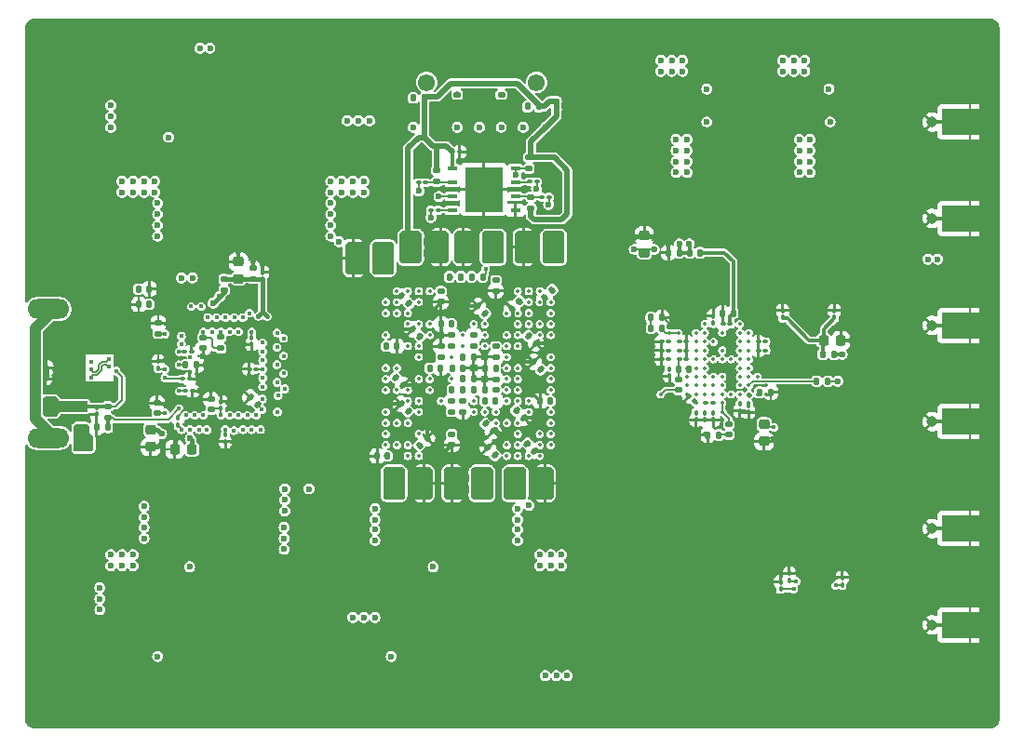
<source format=gbl>
%TF.GenerationSoftware,KiCad,Pcbnew,8.0.1*%
%TF.CreationDate,2024-04-14T19:48:43+02:00*%
%TF.ProjectId,start_1,73746172-745f-4312-9e6b-696361645f70,rev?*%
%TF.SameCoordinates,Original*%
%TF.FileFunction,Copper,L8,Bot*%
%TF.FilePolarity,Positive*%
%FSLAX46Y46*%
G04 Gerber Fmt 4.6, Leading zero omitted, Abs format (unit mm)*
G04 Created by KiCad (PCBNEW 8.0.1) date 2024-04-14 19:48:43*
%MOMM*%
%LPD*%
G01*
G04 APERTURE LIST*
G04 Aperture macros list*
%AMRoundRect*
0 Rectangle with rounded corners*
0 $1 Rounding radius*
0 $2 $3 $4 $5 $6 $7 $8 $9 X,Y pos of 4 corners*
0 Add a 4 corners polygon primitive as box body*
4,1,4,$2,$3,$4,$5,$6,$7,$8,$9,$2,$3,0*
0 Add four circle primitives for the rounded corners*
1,1,$1+$1,$2,$3*
1,1,$1+$1,$4,$5*
1,1,$1+$1,$6,$7*
1,1,$1+$1,$8,$9*
0 Add four rect primitives between the rounded corners*
20,1,$1+$1,$2,$3,$4,$5,0*
20,1,$1+$1,$4,$5,$6,$7,0*
20,1,$1+$1,$6,$7,$8,$9,0*
20,1,$1+$1,$8,$9,$2,$3,0*%
G04 Aperture macros list end*
%TA.AperFunction,SMDPad,CuDef*%
%ADD10R,0.965200X0.431800*%
%TD*%
%TA.AperFunction,SMDPad,CuDef*%
%ADD11R,3.454400X4.038600*%
%TD*%
%TA.AperFunction,ComponentPad*%
%ADD12C,0.800000*%
%TD*%
%TA.AperFunction,ComponentPad*%
%ADD13C,6.400000*%
%TD*%
%TA.AperFunction,SMDPad,CuDef*%
%ADD14R,5.080000X2.420000*%
%TD*%
%TA.AperFunction,SMDPad,CuDef*%
%ADD15R,0.950000X0.460000*%
%TD*%
%TA.AperFunction,ComponentPad*%
%ADD16C,0.970000*%
%TD*%
%TA.AperFunction,ComponentPad*%
%ADD17C,1.549400*%
%TD*%
%TA.AperFunction,ComponentPad*%
%ADD18O,3.800000X1.800000*%
%TD*%
%TA.AperFunction,SMDPad,CuDef*%
%ADD19RoundRect,0.140000X-0.140000X-0.170000X0.140000X-0.170000X0.140000X0.170000X-0.140000X0.170000X0*%
%TD*%
%TA.AperFunction,SMDPad,CuDef*%
%ADD20RoundRect,0.100000X0.162635X-0.021213X-0.021213X0.162635X-0.162635X0.021213X0.021213X-0.162635X0*%
%TD*%
%TA.AperFunction,SMDPad,CuDef*%
%ADD21RoundRect,0.147500X0.147500X0.172500X-0.147500X0.172500X-0.147500X-0.172500X0.147500X-0.172500X0*%
%TD*%
%TA.AperFunction,SMDPad,CuDef*%
%ADD22RoundRect,0.100000X-0.100000X0.130000X-0.100000X-0.130000X0.100000X-0.130000X0.100000X0.130000X0*%
%TD*%
%TA.AperFunction,SMDPad,CuDef*%
%ADD23RoundRect,0.140000X-0.170000X0.140000X-0.170000X-0.140000X0.170000X-0.140000X0.170000X0.140000X0*%
%TD*%
%TA.AperFunction,SMDPad,CuDef*%
%ADD24RoundRect,0.140000X0.140000X0.170000X-0.140000X0.170000X-0.140000X-0.170000X0.140000X-0.170000X0*%
%TD*%
%TA.AperFunction,SMDPad,CuDef*%
%ADD25RoundRect,0.140000X0.219203X0.021213X0.021213X0.219203X-0.219203X-0.021213X-0.021213X-0.219203X0*%
%TD*%
%TA.AperFunction,SMDPad,CuDef*%
%ADD26RoundRect,0.135000X0.135000X0.185000X-0.135000X0.185000X-0.135000X-0.185000X0.135000X-0.185000X0*%
%TD*%
%TA.AperFunction,SMDPad,CuDef*%
%ADD27RoundRect,0.218750X-0.381250X0.218750X-0.381250X-0.218750X0.381250X-0.218750X0.381250X0.218750X0*%
%TD*%
%TA.AperFunction,SMDPad,CuDef*%
%ADD28RoundRect,0.100000X0.100000X-0.130000X0.100000X0.130000X-0.100000X0.130000X-0.100000X-0.130000X0*%
%TD*%
%TA.AperFunction,SMDPad,CuDef*%
%ADD29RoundRect,0.140000X-0.219203X-0.021213X-0.021213X-0.219203X0.219203X0.021213X0.021213X0.219203X0*%
%TD*%
%TA.AperFunction,SMDPad,CuDef*%
%ADD30RoundRect,0.250000X0.325000X1.100000X-0.325000X1.100000X-0.325000X-1.100000X0.325000X-1.100000X0*%
%TD*%
%TA.AperFunction,SMDPad,CuDef*%
%ADD31RoundRect,0.140000X0.170000X-0.140000X0.170000X0.140000X-0.170000X0.140000X-0.170000X-0.140000X0*%
%TD*%
%TA.AperFunction,SMDPad,CuDef*%
%ADD32RoundRect,0.147500X-0.147500X-0.172500X0.147500X-0.172500X0.147500X0.172500X-0.147500X0.172500X0*%
%TD*%
%TA.AperFunction,SMDPad,CuDef*%
%ADD33RoundRect,0.135000X0.185000X-0.135000X0.185000X0.135000X-0.185000X0.135000X-0.185000X-0.135000X0*%
%TD*%
%TA.AperFunction,SMDPad,CuDef*%
%ADD34RoundRect,0.250000X-0.325000X-1.100000X0.325000X-1.100000X0.325000X1.100000X-0.325000X1.100000X0*%
%TD*%
%TA.AperFunction,SMDPad,CuDef*%
%ADD35RoundRect,0.100000X0.130000X0.100000X-0.130000X0.100000X-0.130000X-0.100000X0.130000X-0.100000X0*%
%TD*%
%TA.AperFunction,SMDPad,CuDef*%
%ADD36RoundRect,0.135000X-0.135000X-0.185000X0.135000X-0.185000X0.135000X0.185000X-0.135000X0.185000X0*%
%TD*%
%TA.AperFunction,SMDPad,CuDef*%
%ADD37RoundRect,0.135000X-0.185000X0.135000X-0.185000X-0.135000X0.185000X-0.135000X0.185000X0.135000X0*%
%TD*%
%TA.AperFunction,SMDPad,CuDef*%
%ADD38RoundRect,0.225000X0.250000X-0.225000X0.250000X0.225000X-0.250000X0.225000X-0.250000X-0.225000X0*%
%TD*%
%TA.AperFunction,SMDPad,CuDef*%
%ADD39RoundRect,0.100000X-0.130000X-0.100000X0.130000X-0.100000X0.130000X0.100000X-0.130000X0.100000X0*%
%TD*%
%TA.AperFunction,SMDPad,CuDef*%
%ADD40RoundRect,0.147500X0.172500X-0.147500X0.172500X0.147500X-0.172500X0.147500X-0.172500X-0.147500X0*%
%TD*%
%TA.AperFunction,SMDPad,CuDef*%
%ADD41RoundRect,0.225000X-0.250000X0.225000X-0.250000X-0.225000X0.250000X-0.225000X0.250000X0.225000X0*%
%TD*%
%TA.AperFunction,SMDPad,CuDef*%
%ADD42RoundRect,0.140000X-0.021213X0.219203X-0.219203X0.021213X0.021213X-0.219203X0.219203X-0.021213X0*%
%TD*%
%TA.AperFunction,SMDPad,CuDef*%
%ADD43RoundRect,0.147500X-0.172500X0.147500X-0.172500X-0.147500X0.172500X-0.147500X0.172500X0.147500X0*%
%TD*%
%TA.AperFunction,SMDPad,CuDef*%
%ADD44RoundRect,0.225000X0.225000X0.250000X-0.225000X0.250000X-0.225000X-0.250000X0.225000X-0.250000X0*%
%TD*%
%TA.AperFunction,SMDPad,CuDef*%
%ADD45RoundRect,0.140000X0.021213X-0.219203X0.219203X-0.021213X-0.021213X0.219203X-0.219203X0.021213X0*%
%TD*%
%TA.AperFunction,SMDPad,CuDef*%
%ADD46RoundRect,0.225000X-0.225000X-0.250000X0.225000X-0.250000X0.225000X0.250000X-0.225000X0.250000X0*%
%TD*%
%TA.AperFunction,ViaPad*%
%ADD47C,0.600000*%
%TD*%
%TA.AperFunction,ViaPad*%
%ADD48C,0.400000*%
%TD*%
%TA.AperFunction,ViaPad*%
%ADD49C,0.350000*%
%TD*%
%TA.AperFunction,Conductor*%
%ADD50C,0.500000*%
%TD*%
%TA.AperFunction,Conductor*%
%ADD51C,0.200000*%
%TD*%
%TA.AperFunction,Conductor*%
%ADD52C,0.300000*%
%TD*%
%TA.AperFunction,Conductor*%
%ADD53C,0.400000*%
%TD*%
%TA.AperFunction,Conductor*%
%ADD54C,0.150000*%
%TD*%
%TA.AperFunction,Conductor*%
%ADD55C,0.170000*%
%TD*%
%TA.AperFunction,Conductor*%
%ADD56C,0.250000*%
%TD*%
%TA.AperFunction,Conductor*%
%ADD57C,1.000000*%
%TD*%
G04 APERTURE END LIST*
D10*
%TO.P,U2,1,CS#*%
%TO.N,Net-(U1A-IO_L6P_T0_FCS_B_14)*%
X187770200Y-170832257D03*
%TO.P,U2,2,SO/SIO1*%
%TO.N,Net-(U2-SO{slash}SIO1)*%
X187770200Y-172102257D03*
%TO.P,U2,3,WP#/SIO2*%
%TO.N,Net-(U2-WP#{slash}SIO2)*%
X187770200Y-173372257D03*
%TO.P,U2,4,GND*%
%TO.N,GND*%
X187770200Y-174642257D03*
%TO.P,U2,5,SI/SIO0*%
%TO.N,Net-(U2-SI{slash}SIO0)*%
X182029800Y-174642257D03*
%TO.P,U2,6,SCLK*%
%TO.N,FPGA_CFG_CCLK*%
X182029800Y-173372257D03*
%TO.P,U2,7,RESET#/SIO3*%
%TO.N,Net-(U2-RESET#{slash}SIO3)*%
X182029800Y-172102257D03*
%TO.P,U2,8,VCC*%
%TO.N,+3V3*%
X182029800Y-170832257D03*
D11*
%TO.P,U2,9,EPAD*%
%TO.N,GND*%
X184900000Y-172737257D03*
%TD*%
D12*
%TO.P,H1,1,1*%
%TO.N,GND*%
X225600000Y-218000000D03*
X226302944Y-216302944D03*
X226302944Y-219697056D03*
X228000000Y-215600000D03*
D13*
X228000000Y-218000000D03*
D12*
X228000000Y-220400000D03*
X229697056Y-216302944D03*
X229697056Y-219697056D03*
X230400000Y-218000000D03*
%TD*%
D14*
%TO.P,J3,2,Ext*%
%TO.N,GND*%
X229130000Y-193880000D03*
X229130000Y-185120000D03*
D15*
X226140000Y-193880000D03*
X226140000Y-185120000D03*
D16*
X225690000Y-193880000D03*
X225690000Y-185120000D03*
%TD*%
D14*
%TO.P,J4,2,Ext*%
%TO.N,GND*%
X229130000Y-212380000D03*
X229130000Y-203620000D03*
D15*
X226140000Y-212380000D03*
X226140000Y-203620000D03*
D16*
X225690000Y-212380000D03*
X225690000Y-203620000D03*
%TD*%
D12*
%TO.P,H2,1,1*%
%TO.N,GND*%
X144600000Y-218000000D03*
X145302944Y-216302944D03*
X145302944Y-219697056D03*
X147000000Y-215600000D03*
D13*
X147000000Y-218000000D03*
D12*
X147000000Y-220400000D03*
X148697056Y-216302944D03*
X148697056Y-219697056D03*
X149400000Y-218000000D03*
%TD*%
D17*
%TO.P,J1,16*%
%TO.N,N/C*%
X179700000Y-163000000D03*
%TO.P,J1,15*%
X189700000Y-163000000D03*
%TD*%
D18*
%TO.P,J2,10,SHIELD*%
%TO.N,Net-(J2-SHIELD)*%
X145300000Y-183650000D03*
X145300000Y-195350000D03*
%TD*%
D12*
%TO.P,H4,1,1*%
%TO.N,GND*%
X144600000Y-161000000D03*
X145302944Y-159302944D03*
X145302944Y-162697056D03*
X147000000Y-158600000D03*
D13*
X147000000Y-161000000D03*
D12*
X147000000Y-163400000D03*
X148697056Y-159302944D03*
X148697056Y-162697056D03*
X149400000Y-161000000D03*
%TD*%
D14*
%TO.P,J5,2,Ext*%
%TO.N,GND*%
X229130000Y-175380000D03*
X229130000Y-166620000D03*
D15*
X226140000Y-175380000D03*
X226140000Y-166620000D03*
D16*
X225690000Y-175380000D03*
X225690000Y-166620000D03*
%TD*%
D12*
%TO.P,H3,1,1*%
%TO.N,GND*%
X225600000Y-161000000D03*
X226302944Y-159302944D03*
X226302944Y-162697056D03*
X228000000Y-158600000D03*
D13*
X228000000Y-161000000D03*
D12*
X228000000Y-163400000D03*
X229697056Y-159302944D03*
X229697056Y-162697056D03*
X230400000Y-161000000D03*
%TD*%
D19*
%TO.P,C42,1*%
%TO.N,+1V0*%
X183020000Y-188000000D03*
%TO.P,C42,2*%
%TO.N,GND*%
X183980000Y-188000000D03*
%TD*%
D20*
%TO.P,C149,2*%
%TO.N,GND*%
X208600000Y-191000000D03*
%TO.P,C149,1*%
%TO.N,+1V3_B*%
X209052548Y-191452548D03*
%TD*%
D21*
%TO.P,FB8,1*%
%TO.N,Net-(U5E-VDD_INTERFACE)*%
X204585000Y-178500000D03*
%TO.P,FB8,2*%
%TO.N,+1V8*%
X203615000Y-178500000D03*
%TD*%
D22*
%TO.P,C143,2*%
%TO.N,GND*%
X209000000Y-193020000D03*
%TO.P,C143,1*%
%TO.N,+1V3_A*%
X209000000Y-192380000D03*
%TD*%
D23*
%TO.P,C9,1*%
%TO.N,+1V8*%
X186000000Y-181020000D03*
%TO.P,C9,2*%
%TO.N,GND*%
X186000000Y-181980000D03*
%TD*%
D19*
%TO.P,C40,1*%
%TO.N,+1V0*%
X183020000Y-190000000D03*
%TO.P,C40,2*%
%TO.N,GND*%
X183980000Y-190000000D03*
%TD*%
D22*
%TO.P,C132,2*%
%TO.N,GND*%
X201800000Y-189720000D03*
%TO.P,C132,1*%
%TO.N,+1V3_B*%
X201800000Y-189080000D03*
%TD*%
D24*
%TO.P,C16,1*%
%TO.N,+3V3*%
X181980000Y-185000000D03*
%TO.P,C16,2*%
%TO.N,GND*%
X181020000Y-185000000D03*
%TD*%
D25*
%TO.P,C71,1*%
%TO.N,+3V3*%
X164339411Y-192339411D03*
%TO.P,C71,2*%
%TO.N,GND*%
X163660589Y-191660589D03*
%TD*%
D26*
%TO.P,R16,1*%
%TO.N,Net-(U4A-VBUS)*%
X150710000Y-194400000D03*
%TO.P,R16,2*%
%TO.N,GND*%
X149690000Y-194400000D03*
%TD*%
D19*
%TO.P,C41,1*%
%TO.N,+1V0*%
X184020000Y-191000000D03*
%TO.P,C41,2*%
%TO.N,GND*%
X184980000Y-191000000D03*
%TD*%
D27*
%TO.P,FB4,1*%
%TO.N,+5P0_USB*%
X148300000Y-192537500D03*
%TO.P,FB4,2*%
%TO.N,+5V*%
X148300000Y-194662500D03*
%TD*%
D28*
%TO.P,C70,2*%
%TO.N,GND*%
X157100000Y-193560000D03*
%TO.P,C70,1*%
%TO.N,+1Vcore-FT*%
X157100000Y-194200000D03*
%TD*%
D29*
%TO.P,C39,1*%
%TO.N,+1V8*%
X188860589Y-195860589D03*
%TO.P,C39,2*%
%TO.N,GND*%
X189539411Y-196539411D03*
%TD*%
D30*
%TO.P,C18,1*%
%TO.N,+1V0*%
X184975000Y-199500000D03*
%TO.P,C18,2*%
%TO.N,GND*%
X182025000Y-199500000D03*
%TD*%
D23*
%TO.P,C30,1*%
%TO.N,+3V3*%
X182000000Y-195020000D03*
%TO.P,C30,2*%
%TO.N,GND*%
X182000000Y-195980000D03*
%TD*%
D30*
%TO.P,C6,1*%
%TO.N,+1V8*%
X185975000Y-178000000D03*
%TO.P,C6,2*%
%TO.N,GND*%
X183025000Y-178000000D03*
%TD*%
D31*
%TO.P,C67,1*%
%TO.N,+3V3*%
X155200000Y-193130000D03*
%TO.P,C67,2*%
%TO.N,GND*%
X155200000Y-192170000D03*
%TD*%
D24*
%TO.P,C37,1*%
%TO.N,+1V0*%
X186000000Y-189000000D03*
%TO.P,C37,2*%
%TO.N,GND*%
X185040000Y-189000000D03*
%TD*%
D32*
%TO.P,FB5,1*%
%TO.N,Net-(C100-Pad1)*%
X215765000Y-187750000D03*
%TO.P,FB5,2*%
%TO.N,+1V3_B*%
X216735000Y-187750000D03*
%TD*%
D33*
%TO.P,R17,1*%
%TO.N,+3V3*%
X161000000Y-187210000D03*
%TO.P,R17,2*%
%TO.N,Net-(U4B-~{SIWU})*%
X161000000Y-186190000D03*
%TD*%
D24*
%TO.P,C64,1*%
%TO.N,/FT601Q/FT-X_N*%
X154480000Y-183200000D03*
%TO.P,C64,2*%
%TO.N,GND*%
X153520000Y-183200000D03*
%TD*%
D34*
%TO.P,C1,1*%
%TO.N,+3V3*%
X178025000Y-178000000D03*
%TO.P,C1,2*%
%TO.N,GND*%
X180975000Y-178000000D03*
%TD*%
D22*
%TO.P,C136,2*%
%TO.N,GND*%
X204200000Y-193720000D03*
%TO.P,C136,1*%
%TO.N,+1V3_B*%
X204200000Y-193080000D03*
%TD*%
D25*
%TO.P,C26,1*%
%TO.N,+3V3*%
X178039411Y-192939411D03*
%TO.P,C26,2*%
%TO.N,GND*%
X177360589Y-192260589D03*
%TD*%
D35*
%TO.P,C139,2*%
%TO.N,GND*%
X206680000Y-185000000D03*
%TO.P,C139,1*%
%TO.N,Net-(U5E-VDD_INTERFACE)*%
X207320000Y-185000000D03*
%TD*%
D22*
%TO.P,C57,2*%
%TO.N,GND*%
X163800000Y-186840000D03*
%TO.P,C57,1*%
%TO.N,+1Vcore-FT*%
X163800000Y-186200000D03*
%TD*%
D36*
%TO.P,R10,1*%
%TO.N,+3V3*%
X183790000Y-180700000D03*
%TO.P,R10,2*%
%TO.N,Net-(U1C-DONE_0)*%
X184810000Y-180700000D03*
%TD*%
D37*
%TO.P,R8,1*%
%TO.N,+3V3*%
X182500000Y-163090000D03*
%TO.P,R8,2*%
%TO.N,Net-(U1C-TDI_0)*%
X182500000Y-164110000D03*
%TD*%
D38*
%TO.P,C130,1*%
%TO.N,+1V3_B*%
X199500000Y-178500000D03*
%TO.P,C130,2*%
%TO.N,GND*%
X199500000Y-176950000D03*
%TD*%
D22*
%TO.P,C58,2*%
%TO.N,GND*%
X149700000Y-193220000D03*
%TO.P,C58,1*%
%TO.N,+5P0_USB*%
X149700000Y-192580000D03*
%TD*%
D39*
%TO.P,C66,2*%
%TO.N,GND*%
X158140000Y-190000000D03*
%TO.P,C66,1*%
%TO.N,+1Vcore-FT*%
X157500000Y-190000000D03*
%TD*%
D23*
%TO.P,C52,1*%
%TO.N,+3V3*%
X159400000Y-186200000D03*
%TO.P,C52,2*%
%TO.N,GND*%
X159400000Y-187160000D03*
%TD*%
D26*
%TO.P,R9,1*%
%TO.N,+3V3*%
X189910000Y-165200000D03*
%TO.P,R9,2*%
%TO.N,Net-(U1C-TMS_0)*%
X188890000Y-165200000D03*
%TD*%
D19*
%TO.P,C10,1*%
%TO.N,+3V3*%
X176020000Y-187000000D03*
%TO.P,C10,2*%
%TO.N,GND*%
X176980000Y-187000000D03*
%TD*%
D35*
%TO.P,C73,2*%
%TO.N,GND*%
X163560000Y-189100000D03*
%TO.P,C73,1*%
%TO.N,+3V3*%
X164200000Y-189100000D03*
%TD*%
D20*
%TO.P,C151,2*%
%TO.N,GND*%
X203573726Y-191573726D03*
%TO.P,C151,1*%
%TO.N,+1V3_B*%
X204026274Y-192026274D03*
%TD*%
D31*
%TO.P,C22,1*%
%TO.N,+1V0*%
X182000000Y-192980000D03*
%TO.P,C22,2*%
%TO.N,GND*%
X182000000Y-192020000D03*
%TD*%
D19*
%TO.P,C140,1*%
%TO.N,Net-(C140-Pad1)*%
X200120000Y-185400000D03*
%TO.P,C140,2*%
%TO.N,Net-(U5E-TX_VCO_LDO_OUT)*%
X201080000Y-185400000D03*
%TD*%
D24*
%TO.P,C27,1*%
%TO.N,+1V8*%
X190980000Y-192000000D03*
%TO.P,C27,2*%
%TO.N,GND*%
X190020000Y-192000000D03*
%TD*%
D37*
%TO.P,R2,1*%
%TO.N,+3V3*%
X180624200Y-171027258D03*
%TO.P,R2,2*%
%TO.N,Net-(U2-RESET#{slash}SIO3)*%
X180624200Y-172047258D03*
%TD*%
D31*
%TO.P,C44,1*%
%TO.N,+1V0*%
X186000000Y-190980000D03*
%TO.P,C44,2*%
%TO.N,GND*%
X186000000Y-190020000D03*
%TD*%
D37*
%TO.P,R13,1*%
%TO.N,+3V3*%
X186500000Y-163090000D03*
%TO.P,R13,2*%
%TO.N,Net-(U1C-TCK_0)*%
X186500000Y-164110000D03*
%TD*%
D31*
%TO.P,C53,1*%
%TO.N,+1Vcore-FT*%
X160100000Y-192800000D03*
%TO.P,C53,2*%
%TO.N,GND*%
X160100000Y-191840000D03*
%TD*%
D34*
%TO.P,C24,1*%
%TO.N,+3V3*%
X176525000Y-199500000D03*
%TO.P,C24,2*%
%TO.N,GND*%
X179475000Y-199500000D03*
%TD*%
D19*
%TO.P,C12,1*%
%TO.N,+1V8*%
X182040000Y-189000000D03*
%TO.P,C12,2*%
%TO.N,GND*%
X183000000Y-189000000D03*
%TD*%
D31*
%TO.P,C15,1*%
%TO.N,+1V8*%
X181000000Y-187980000D03*
%TO.P,C15,2*%
%TO.N,GND*%
X181000000Y-187020000D03*
%TD*%
D36*
%TO.P,R33,1*%
%TO.N,Net-(C140-Pad1)*%
X200090000Y-184400000D03*
%TO.P,R33,2*%
%TO.N,GND*%
X201110000Y-184400000D03*
%TD*%
D23*
%TO.P,C8,1*%
%TO.N,+3V3*%
X186000000Y-187020000D03*
%TO.P,C8,2*%
%TO.N,GND*%
X186000000Y-187980000D03*
%TD*%
D28*
%TO.P,C112,2*%
%TO.N,GND*%
X216800000Y-183780000D03*
%TO.P,C112,1*%
%TO.N,Net-(C100-Pad1)*%
X216800000Y-184420000D03*
%TD*%
D23*
%TO.P,C43,1*%
%TO.N,+1V0*%
X183000000Y-192020000D03*
%TO.P,C43,2*%
%TO.N,GND*%
X183000000Y-192980000D03*
%TD*%
D35*
%TO.P,C134,2*%
%TO.N,GND*%
X201080000Y-186600000D03*
%TO.P,C134,1*%
%TO.N,+1V3_B*%
X201720000Y-186600000D03*
%TD*%
D19*
%TO.P,C23,1*%
%TO.N,+1V8*%
X182000000Y-191000000D03*
%TO.P,C23,2*%
%TO.N,GND*%
X182960000Y-191000000D03*
%TD*%
D23*
%TO.P,C20,1*%
%TO.N,+3V3*%
X181000000Y-182020000D03*
%TO.P,C20,2*%
%TO.N,GND*%
X181000000Y-182980000D03*
%TD*%
D35*
%TO.P,C152,2*%
%TO.N,GND*%
X201080000Y-187400000D03*
%TO.P,C152,1*%
%TO.N,+1V3_B*%
X201720000Y-187400000D03*
%TD*%
D28*
%TO.P,C65,2*%
%TO.N,GND*%
X155300000Y-188360000D03*
%TO.P,C65,1*%
%TO.N,+3V3*%
X155300000Y-189000000D03*
%TD*%
D38*
%TO.P,C51,1*%
%TO.N,AVDD_FT*%
X162600000Y-180875000D03*
%TO.P,C51,2*%
%TO.N,GND*%
X162600000Y-179325000D03*
%TD*%
D40*
%TO.P,FB3,1*%
%TO.N,+1Vcore-FT*%
X161300000Y-181900000D03*
%TO.P,FB3,2*%
%TO.N,AVDD_FT*%
X161300000Y-180930000D03*
%TD*%
D35*
%TO.P,C153,2*%
%TO.N,GND*%
X201080000Y-188200000D03*
%TO.P,C153,1*%
%TO.N,+1V3_B*%
X201720000Y-188200000D03*
%TD*%
D25*
%TO.P,C33,1*%
%TO.N,+1V8*%
X190113137Y-189113137D03*
%TO.P,C33,2*%
%TO.N,GND*%
X189434315Y-188434315D03*
%TD*%
D41*
%TO.P,C49,1*%
%TO.N,+3V3*%
X154600000Y-194625000D03*
%TO.P,C49,2*%
%TO.N,GND*%
X154600000Y-196175000D03*
%TD*%
D19*
%TO.P,C54,1*%
%TO.N,/FT601Q/FT-X_P*%
X153520000Y-181800000D03*
%TO.P,C54,2*%
%TO.N,GND*%
X154480000Y-181800000D03*
%TD*%
D32*
%TO.P,FB2,1*%
%TO.N,Net-(J2-SHIELD)*%
X144115000Y-189000000D03*
%TO.P,FB2,2*%
%TO.N,GND*%
X145085000Y-189000000D03*
%TD*%
D39*
%TO.P,C68,2*%
%TO.N,GND*%
X158420000Y-191100000D03*
%TO.P,C68,1*%
%TO.N,+1Vcore-FT*%
X157780000Y-191100000D03*
%TD*%
D28*
%TO.P,C120,2*%
%TO.N,GND*%
X211900000Y-208480000D03*
%TO.P,C120,1*%
%TO.N,RF-SWITCH_B*%
X211900000Y-209120000D03*
%TD*%
D42*
%TO.P,C5,1*%
%TO.N,+1V8*%
X188139411Y-182910589D03*
%TO.P,C5,2*%
%TO.N,GND*%
X187460589Y-183589411D03*
%TD*%
D39*
%TO.P,C56,2*%
%TO.N,GND*%
X158320000Y-187500000D03*
%TO.P,C56,1*%
%TO.N,+3V3*%
X157680000Y-187500000D03*
%TD*%
D43*
%TO.P,FB7,1*%
%TO.N,Net-(U5E-VDD_GPO)*%
X202650000Y-190015000D03*
%TO.P,FB7,2*%
%TO.N,+1V3_B*%
X202650000Y-190985000D03*
%TD*%
D31*
%TO.P,C55,1*%
%TO.N,AVDD_FT*%
X163900000Y-180880000D03*
%TO.P,C55,2*%
%TO.N,GND*%
X163900000Y-179920000D03*
%TD*%
D29*
%TO.P,C32,1*%
%TO.N,+3V3*%
X176910589Y-189860589D03*
%TO.P,C32,2*%
%TO.N,GND*%
X177589411Y-190539411D03*
%TD*%
D35*
%TO.P,C148,2*%
%TO.N,GND*%
X209880000Y-186600000D03*
%TO.P,C148,1*%
%TO.N,+1V3_B*%
X210520000Y-186600000D03*
%TD*%
D31*
%TO.P,C19,1*%
%TO.N,+1V8*%
X182000000Y-186980000D03*
%TO.P,C19,2*%
%TO.N,GND*%
X182000000Y-186020000D03*
%TD*%
D29*
%TO.P,C21,1*%
%TO.N,+1V8*%
X188960589Y-186060589D03*
%TO.P,C21,2*%
%TO.N,GND*%
X189639411Y-186739411D03*
%TD*%
D39*
%TO.P,C147,2*%
%TO.N,GND*%
X203320000Y-187400000D03*
%TO.P,C147,1*%
%TO.N,+1V3_A*%
X202680000Y-187400000D03*
%TD*%
D25*
%TO.P,C4,1*%
%TO.N,+3V3*%
X179100000Y-186139411D03*
%TO.P,C4,2*%
%TO.N,GND*%
X178421178Y-185460589D03*
%TD*%
D39*
%TO.P,C47,2*%
%TO.N,GND*%
X182720000Y-169337258D03*
%TO.P,C47,1*%
%TO.N,+3V3*%
X182080000Y-169337258D03*
%TD*%
D26*
%TO.P,R12,1*%
%TO.N,+3V3*%
X179510000Y-164400000D03*
%TO.P,R12,2*%
%TO.N,Net-(U1C-PROGRAM_B_0)*%
X178490000Y-164400000D03*
%TD*%
D39*
%TO.P,R5,2*%
%TO.N,Net-(U1A-IO_L1N_T0_D01_DIN_14)*%
X189720000Y-172037258D03*
%TO.P,R5,1*%
%TO.N,Net-(U2-SO{slash}SIO1)*%
X189080000Y-172037258D03*
%TD*%
D28*
%TO.P,C61,2*%
%TO.N,GND*%
X164800000Y-180280000D03*
%TO.P,C61,1*%
%TO.N,AVDD_FT*%
X164800000Y-180920000D03*
%TD*%
D31*
%TO.P,C46,1*%
%TO.N,+1V0*%
X184000000Y-186980000D03*
%TO.P,C46,2*%
%TO.N,GND*%
X184000000Y-186020000D03*
%TD*%
D29*
%TO.P,C36,1*%
%TO.N,+1V8*%
X185060589Y-194060589D03*
%TO.P,C36,2*%
%TO.N,GND*%
X185739411Y-194739411D03*
%TD*%
D44*
%TO.P,C50,1*%
%TO.N,+1Vcore-FT*%
X158350000Y-196400000D03*
%TO.P,C50,2*%
%TO.N,GND*%
X156800000Y-196400000D03*
%TD*%
D45*
%TO.P,C28,1*%
%TO.N,+3V3*%
X179060589Y-196039411D03*
%TO.P,C28,2*%
%TO.N,GND*%
X179739411Y-195360589D03*
%TD*%
D28*
%TO.P,C63,2*%
%TO.N,GND*%
X161000000Y-192060000D03*
%TO.P,C63,1*%
%TO.N,+1Vcore-FT*%
X161000000Y-192700000D03*
%TD*%
%TO.P,C146,2*%
%TO.N,GND*%
X205800000Y-184280000D03*
%TO.P,C146,1*%
%TO.N,+1V3_B*%
X205800000Y-184920000D03*
%TD*%
D35*
%TO.P,R7,2*%
%TO.N,Net-(U1A-IO_L2N_T0_D03_14)*%
X178980000Y-172137258D03*
%TO.P,R7,1*%
%TO.N,Net-(U2-RESET#{slash}SIO3)*%
X179620000Y-172137258D03*
%TD*%
D28*
%TO.P,C124,2*%
%TO.N,GND*%
X217500000Y-208080000D03*
%TO.P,C124,1*%
%TO.N,RF-SWITCH_A*%
X217500000Y-208720000D03*
%TD*%
D39*
%TO.P,C137,2*%
%TO.N,GND*%
X203320000Y-186600000D03*
%TO.P,C137,1*%
%TO.N,+1V3_A*%
X202680000Y-186600000D03*
%TD*%
D22*
%TO.P,C133,2*%
%TO.N,GND*%
X205000000Y-193720000D03*
%TO.P,C133,1*%
%TO.N,+1V3_A*%
X205000000Y-193080000D03*
%TD*%
D26*
%TO.P,R37,1*%
%TO.N,GND*%
X211010000Y-191200000D03*
%TO.P,R37,2*%
%TO.N,Net-(U5H-RBIAS)*%
X209990000Y-191200000D03*
%TD*%
D22*
%TO.P,C135,2*%
%TO.N,GND*%
X208200000Y-192920000D03*
%TO.P,C135,1*%
%TO.N,+1V3_A*%
X208200000Y-192280000D03*
%TD*%
D24*
%TO.P,C35,1*%
%TO.N,+3V3*%
X176160000Y-197000000D03*
%TO.P,C35,2*%
%TO.N,GND*%
X175200000Y-197000000D03*
%TD*%
D25*
%TO.P,C31,1*%
%TO.N,+1V8*%
X185939411Y-196939411D03*
%TO.P,C31,2*%
%TO.N,GND*%
X185260589Y-196260589D03*
%TD*%
D28*
%TO.P,C102,2*%
%TO.N,GND*%
X212100000Y-183780000D03*
%TO.P,C102,1*%
%TO.N,Net-(C100-Pad1)*%
X212100000Y-184420000D03*
%TD*%
D26*
%TO.P,R11,1*%
%TO.N,+3V3*%
X182810000Y-180700000D03*
%TO.P,R11,2*%
%TO.N,Net-(U1C-INIT_B_0)*%
X181790000Y-180700000D03*
%TD*%
D39*
%TO.P,C138,2*%
%TO.N,GND*%
X203320000Y-188200000D03*
%TO.P,C138,1*%
%TO.N,Net-(U5E-VDD_GPO)*%
X202680000Y-188200000D03*
%TD*%
D30*
%TO.P,C2,1*%
%TO.N,+1V8*%
X191475000Y-178000000D03*
%TO.P,C2,2*%
%TO.N,GND*%
X188525000Y-178000000D03*
%TD*%
D22*
%TO.P,C69,2*%
%TO.N,GND*%
X161400000Y-195720000D03*
%TO.P,C69,1*%
%TO.N,+3V3*%
X161400000Y-195080000D03*
%TD*%
D25*
%TO.P,C13,1*%
%TO.N,+3V3*%
X185039411Y-184039411D03*
%TO.P,C13,2*%
%TO.N,GND*%
X184360589Y-183360589D03*
%TD*%
D29*
%TO.P,C29,1*%
%TO.N,+1V8*%
X187860589Y-192860589D03*
%TO.P,C29,2*%
%TO.N,GND*%
X188539411Y-193539411D03*
%TD*%
D37*
%TO.P,R1,1*%
%TO.N,+3V3*%
X189000000Y-169827258D03*
%TO.P,R1,2*%
%TO.N,Net-(U1A-IO_L6P_T0_FCS_B_14)*%
X189000000Y-170847258D03*
%TD*%
D42*
%TO.P,C11,1*%
%TO.N,+1V8*%
X191113137Y-181886863D03*
%TO.P,C11,2*%
%TO.N,GND*%
X190434315Y-182565685D03*
%TD*%
D39*
%TO.P,C142,2*%
%TO.N,GND*%
X205720000Y-192200000D03*
%TO.P,C142,1*%
%TO.N,+1V3_B*%
X205080000Y-192200000D03*
%TD*%
D35*
%TO.P,R4,2*%
%TO.N,Net-(U1A-IO_L1P_T0_D00_MOSI_14)*%
X180104200Y-174637257D03*
%TO.P,R4,1*%
%TO.N,Net-(U2-SI{slash}SIO0)*%
X180744200Y-174637257D03*
%TD*%
D19*
%TO.P,C145,1*%
%TO.N,Net-(U5E-VDD_GPO)*%
X202620000Y-189100000D03*
%TO.P,C145,2*%
%TO.N,GND*%
X203580000Y-189100000D03*
%TD*%
D25*
%TO.P,C7,1*%
%TO.N,+3V3*%
X178100000Y-183139411D03*
%TO.P,C7,2*%
%TO.N,GND*%
X177421178Y-182460589D03*
%TD*%
D36*
%TO.P,R14,1*%
%TO.N,Net-(U4C-RREF)*%
X157790000Y-188700000D03*
%TO.P,R14,2*%
%TO.N,GND*%
X158810000Y-188700000D03*
%TD*%
D46*
%TO.P,C99,1*%
%TO.N,Net-(C100-Pad1)*%
X215825000Y-186500000D03*
%TO.P,C99,2*%
%TO.N,GND*%
X217375000Y-186500000D03*
%TD*%
D33*
%TO.P,R3,1*%
%TO.N,+3V3*%
X189200000Y-174447257D03*
%TO.P,R3,2*%
%TO.N,Net-(U2-WP#{slash}SIO2)*%
X189200000Y-173427257D03*
%TD*%
D22*
%TO.P,C131,2*%
%TO.N,GND*%
X205800000Y-193720000D03*
%TO.P,C131,1*%
%TO.N,+1V3_A*%
X205800000Y-193080000D03*
%TD*%
D19*
%TO.P,C45,1*%
%TO.N,+1V0*%
X185020000Y-192000000D03*
%TO.P,C45,2*%
%TO.N,GND*%
X185980000Y-192000000D03*
%TD*%
D34*
%TO.P,C25,1*%
%TO.N,+1V8*%
X187525000Y-199500000D03*
%TO.P,C25,2*%
%TO.N,GND*%
X190475000Y-199500000D03*
%TD*%
D31*
%TO.P,C62,1*%
%TO.N,+3V3*%
X155300000Y-185880000D03*
%TO.P,C62,2*%
%TO.N,GND*%
X155300000Y-184920000D03*
%TD*%
D24*
%TO.P,C144,1*%
%TO.N,Net-(U5E-VDD_INTERFACE)*%
X207600000Y-184000000D03*
%TO.P,C144,2*%
%TO.N,GND*%
X206640000Y-184000000D03*
%TD*%
D31*
%TO.P,C141,1*%
%TO.N,Net-(C141-Pad1)*%
X207200000Y-195080000D03*
%TO.P,C141,2*%
%TO.N,Net-(U5E-RX_VCO_LDO_OUT)*%
X207200000Y-194120000D03*
%TD*%
D39*
%TO.P,R6,2*%
%TO.N,Net-(U1A-IO_L2P_T0_D02_14)*%
X190820000Y-173437258D03*
%TO.P,R6,1*%
%TO.N,Net-(U2-WP#{slash}SIO2)*%
X190180000Y-173437258D03*
%TD*%
%TO.P,C48,2*%
%TO.N,GND*%
X145020000Y-190000000D03*
%TO.P,C48,1*%
%TO.N,Net-(J2-SHIELD)*%
X144380000Y-190000000D03*
%TD*%
D30*
%TO.P,C3,1*%
%TO.N,+3V3*%
X175999999Y-179000000D03*
%TO.P,C3,2*%
%TO.N,GND*%
X173049999Y-179000000D03*
%TD*%
D19*
%TO.P,C38,1*%
%TO.N,+3V3*%
X180000000Y-189000000D03*
%TO.P,C38,2*%
%TO.N,GND*%
X180960000Y-189000000D03*
%TD*%
D26*
%TO.P,R36,1*%
%TO.N,+1V8*%
X216210000Y-190200000D03*
%TO.P,R36,2*%
%TO.N,RFE_RESETB*%
X215190000Y-190200000D03*
%TD*%
D33*
%TO.P,R15,1*%
%TO.N,Net-(U4A-VBUS)*%
X150700000Y-193510000D03*
%TO.P,R15,2*%
%TO.N,+5P0_USB*%
X150700000Y-192490000D03*
%TD*%
D24*
%TO.P,C150,1*%
%TO.N,+1V8*%
X202680000Y-178500000D03*
%TO.P,C150,2*%
%TO.N,GND*%
X201720000Y-178500000D03*
%TD*%
D26*
%TO.P,R34,1*%
%TO.N,Net-(C141-Pad1)*%
X206310000Y-195100000D03*
%TO.P,R34,2*%
%TO.N,GND*%
X205290000Y-195100000D03*
%TD*%
D28*
%TO.P,C123,2*%
%TO.N,GND*%
X212700000Y-207680000D03*
%TO.P,C123,1*%
%TO.N,RF-SWITCH_C*%
X212700000Y-208320000D03*
%TD*%
D35*
%TO.P,C101,2*%
%TO.N,GND*%
X209880000Y-187400000D03*
%TO.P,C101,1*%
%TO.N,+1V3_B*%
X210520000Y-187400000D03*
%TD*%
D41*
%TO.P,C129,1*%
%TO.N,+1V3_A*%
X210400000Y-194125000D03*
%TO.P,C129,2*%
%TO.N,GND*%
X210400000Y-195675000D03*
%TD*%
D47*
%TO.N,+3V3*%
X177499999Y-198500000D03*
X166800000Y-201000000D03*
D48*
X164800000Y-189100000D03*
D47*
X155250000Y-215250000D03*
X166800000Y-202000000D03*
D49*
X183000000Y-186000000D03*
D47*
X157400000Y-180800000D03*
X178999999Y-178000001D03*
D49*
X176000000Y-187000000D03*
D48*
X155900000Y-189100000D03*
D49*
X178000000Y-193000000D03*
D47*
X155600000Y-195000000D03*
X177499999Y-199500001D03*
D49*
X178000000Y-183000000D03*
D47*
X178999999Y-177000000D03*
X177499999Y-200500001D03*
D49*
X186000000Y-187000000D03*
D47*
X175000001Y-177999999D03*
X169000000Y-200000000D03*
D48*
X164718199Y-192781802D03*
X155900000Y-193100000D03*
D47*
X175000001Y-180000000D03*
X175000001Y-178999999D03*
D49*
X177000000Y-190000000D03*
D47*
X191500000Y-165500000D03*
D49*
X181000000Y-182000000D03*
X185000000Y-193000000D03*
D47*
X166750000Y-203500000D03*
X158400000Y-180800000D03*
D49*
X182000000Y-185000000D03*
D48*
X159400000Y-185700000D03*
D49*
X180000000Y-189000000D03*
D48*
X161400000Y-194600000D03*
D49*
X185000000Y-184000000D03*
X190100000Y-165200000D03*
X179000000Y-186000000D03*
X176000000Y-197000000D03*
D47*
X191500000Y-164700000D03*
X178999999Y-179000001D03*
X166750000Y-205500000D03*
X166800000Y-200000000D03*
X166750000Y-204500000D03*
D49*
X182000000Y-195000000D03*
X183790000Y-180700000D03*
D48*
X155900000Y-185900000D03*
D49*
X179000000Y-196000000D03*
D47*
X190500000Y-167100000D03*
D49*
X182934999Y-180700000D03*
D48*
X157200000Y-187500000D03*
D47*
%TO.N,GND*%
X192500000Y-218000000D03*
X210600000Y-220400000D03*
X171400000Y-221400000D03*
X209000000Y-158600000D03*
D49*
X201800000Y-190600000D03*
D47*
X168000000Y-173000000D03*
X195400000Y-217800000D03*
X163400000Y-157600000D03*
D49*
X181000000Y-187000000D03*
D47*
X167500000Y-180000000D03*
D49*
X187800000Y-174637260D03*
D47*
X183400000Y-158600000D03*
D48*
X160400000Y-180600000D03*
D47*
X191500000Y-172500000D03*
X161000000Y-168000000D03*
X231400000Y-214400000D03*
X157000000Y-175000000D03*
X221000000Y-157600000D03*
X221200000Y-178500000D03*
D48*
X145800000Y-187100000D03*
D47*
X210600000Y-158600000D03*
X187400000Y-221400000D03*
X174100000Y-177999999D03*
X143600000Y-206400001D03*
X169300000Y-176100000D03*
D49*
X184000000Y-190000000D03*
D47*
X180000000Y-179000000D03*
X195400000Y-172400000D03*
X161000000Y-158600000D03*
D48*
X147500000Y-197500000D03*
D49*
X201080000Y-187400000D03*
X209800000Y-189000000D03*
X191000000Y-187000000D03*
D47*
X189500000Y-178000000D03*
X219400000Y-162800000D03*
D49*
X201800000Y-191400000D03*
D47*
X209200000Y-173200000D03*
X212200000Y-220400000D03*
X189500000Y-198500000D03*
X157000000Y-173000000D03*
X178500000Y-199499999D03*
X206500000Y-162000000D03*
D49*
X205800000Y-189000000D03*
D47*
X144600000Y-179800001D03*
D49*
X145000000Y-190000000D03*
X206600000Y-193800000D03*
D47*
X219400000Y-157600000D03*
X161000000Y-162300001D03*
X176700000Y-203700000D03*
D49*
X202600000Y-204500000D03*
D47*
X219400000Y-161200000D03*
X154600000Y-158600000D03*
X225000000Y-220400000D03*
X195400000Y-214599999D03*
D49*
X215400000Y-204700000D03*
D47*
X152500000Y-217500000D03*
D48*
X163800000Y-188200000D03*
D47*
X144600000Y-205600000D03*
X195400000Y-159600000D03*
X184000000Y-177000000D03*
X188200000Y-158600000D03*
X223500000Y-178500000D03*
D49*
X183000000Y-193000000D03*
D47*
X231400000Y-192000000D03*
X165750000Y-204500000D03*
X217200000Y-173200000D03*
X159000000Y-172000000D03*
X218600000Y-169200000D03*
X174000000Y-212600000D03*
D48*
X151473050Y-190378926D03*
D49*
X209000000Y-185000000D03*
D48*
X149500000Y-197500000D03*
D47*
X155000000Y-206000000D03*
X197000000Y-157600000D03*
X174100000Y-179000000D03*
X195400000Y-211400000D03*
X195400000Y-169200000D03*
X195400000Y-205000000D03*
X190600000Y-221400000D03*
X156200000Y-158600000D03*
X217400000Y-166600000D03*
D49*
X200965775Y-188168695D03*
D47*
X164800000Y-179500000D03*
D49*
X184500000Y-161250000D03*
D48*
X145000000Y-187100000D03*
D47*
X159545585Y-163600001D03*
X144600000Y-199200000D03*
X169300000Y-177100000D03*
X159400000Y-187900000D03*
D49*
X183000000Y-191000000D03*
D47*
X159400000Y-181100000D03*
X158700001Y-209500000D03*
X158400000Y-186800000D03*
X166000000Y-172000000D03*
X213200000Y-174200000D03*
D48*
X216900000Y-208100000D03*
D47*
X206600000Y-157600000D03*
D49*
X183584644Y-174200000D03*
D47*
X173800000Y-158600000D03*
X225800000Y-157600000D03*
X176700000Y-201800000D03*
X221920000Y-183280000D03*
X158600000Y-221400000D03*
X218600000Y-168200000D03*
X185500000Y-168500000D03*
X221000000Y-221400000D03*
X143600000Y-177400000D03*
X178600000Y-158600000D03*
D49*
X190500000Y-161250000D03*
D47*
X204400000Y-173200000D03*
X179800000Y-213300000D03*
X198600000Y-221400000D03*
D48*
X145900000Y-193900000D03*
D47*
X173800000Y-220400000D03*
X149000000Y-209000000D03*
D49*
X215200000Y-209400000D03*
D47*
X164200000Y-220400000D03*
X165800000Y-220400000D03*
D48*
X161000000Y-189500000D03*
D47*
X158900000Y-190000000D03*
X183400000Y-220400000D03*
X230400000Y-187800000D03*
X191400000Y-158600000D03*
X197000000Y-221400000D03*
D49*
X203400000Y-185800000D03*
X186000000Y-181980000D03*
D47*
X207400000Y-171200000D03*
X143600000Y-175800000D03*
D48*
X158200000Y-186100000D03*
D47*
X205000000Y-221400000D03*
X143600000Y-214400000D03*
X144600000Y-178200000D03*
X154600000Y-220400000D03*
D49*
X214500000Y-177900000D03*
D47*
X195400000Y-166000001D03*
X205200000Y-174200000D03*
D49*
X212100000Y-185300000D03*
D48*
X161000000Y-188500000D03*
D47*
X160100000Y-191000000D03*
X159100000Y-191100000D03*
X230400000Y-181400000D03*
X231400000Y-210600000D03*
X143600000Y-207999999D03*
D48*
X159200000Y-192000000D03*
D49*
X184000000Y-196000000D03*
D48*
X201200000Y-164300000D03*
D47*
X182600000Y-157600000D03*
X191000000Y-168000000D03*
X230400000Y-178200000D03*
X215400000Y-220400000D03*
X163900000Y-179200000D03*
X220200000Y-158600000D03*
X195400000Y-203400000D03*
X178500000Y-198499999D03*
X174600000Y-157600000D03*
X173000000Y-199000000D03*
X206000000Y-173200000D03*
X231400000Y-179000000D03*
X217000000Y-220400000D03*
D49*
X191000000Y-197000000D03*
D47*
X194400000Y-165200000D03*
X176700000Y-202800000D03*
X157000000Y-207000000D03*
X222600000Y-157600000D03*
X170000000Y-180000000D03*
X197800000Y-158600000D03*
X149000000Y-211000000D03*
X144600000Y-175000000D03*
X187400000Y-157600000D03*
X156200000Y-220400000D03*
D49*
X182000000Y-192000000D03*
D47*
X219400000Y-164400000D03*
D49*
X183000000Y-189000000D03*
X186100000Y-174437257D03*
D47*
X180500000Y-167500000D03*
X191400000Y-220400000D03*
X144600000Y-176600000D03*
D49*
X181000000Y-197000000D03*
D47*
X159000000Y-198000000D03*
X217000000Y-158600000D03*
X181800000Y-158600000D03*
D48*
X213700000Y-164300000D03*
D47*
X231400000Y-182200000D03*
X168200000Y-157600000D03*
X193000000Y-158600000D03*
D49*
X184900000Y-171937259D03*
D47*
X160000000Y-173000000D03*
D49*
X177000000Y-187000000D03*
D47*
X227400000Y-157600000D03*
D49*
X203400000Y-185000000D03*
D47*
X179500000Y-170400000D03*
X192200000Y-221400000D03*
D49*
X186500000Y-161250000D03*
D47*
X195400000Y-177199999D03*
X198600000Y-177200000D03*
X192200000Y-157600000D03*
X224200000Y-221400000D03*
X206200000Y-163600000D03*
X195400000Y-216200000D03*
X143600000Y-196800001D03*
X176200000Y-221400000D03*
X231400000Y-163000000D03*
X231400000Y-196000000D03*
X195400000Y-208200000D03*
D49*
X154480000Y-181800000D03*
D47*
X149000000Y-221400000D03*
D49*
X201800000Y-189800000D03*
D47*
X194600000Y-158600000D03*
X195400000Y-206600000D03*
X143600000Y-180600000D03*
X231400000Y-180600000D03*
X183000000Y-199500000D03*
X179000000Y-212100000D03*
X223400000Y-158600000D03*
X180000000Y-177999999D03*
X192500000Y-165600000D03*
X159400000Y-158600000D03*
X163600000Y-189800000D03*
X156987500Y-195387500D03*
X217600000Y-162000000D03*
X173500000Y-165500000D03*
X194600000Y-220400000D03*
X144600000Y-208800000D03*
X164200000Y-158600000D03*
X187000000Y-205750000D03*
D48*
X158200000Y-189400000D03*
X156000000Y-185000000D03*
D47*
X180000001Y-209500000D03*
D48*
X145900000Y-191100000D03*
D47*
X200400000Y-174200000D03*
X179000000Y-212900000D03*
X230400000Y-163800000D03*
X219400000Y-159600000D03*
X160200000Y-212100000D03*
X149800000Y-220400000D03*
X194400000Y-209000000D03*
X157000000Y-177000000D03*
X231400000Y-177400000D03*
X217800000Y-221400000D03*
D49*
X209800000Y-185800000D03*
D47*
X155800000Y-202600000D03*
X213800000Y-158600000D03*
X189500000Y-199500000D03*
X190500000Y-171000000D03*
D49*
X207400000Y-193000000D03*
D47*
X144600000Y-212000000D03*
D49*
X186000000Y-188000000D03*
D48*
X160500000Y-181450000D03*
D47*
X144600000Y-173400000D03*
X194400000Y-200999999D03*
D48*
X150000000Y-195500000D03*
D47*
X201000000Y-158600000D03*
D49*
X186000000Y-192000000D03*
X185000000Y-190000000D03*
D47*
X194400000Y-205800000D03*
D49*
X205000000Y-193800000D03*
D47*
X180000000Y-176999999D03*
X214500000Y-179000000D03*
D49*
X209800000Y-192200000D03*
X177000000Y-185000000D03*
D47*
X218600000Y-158600000D03*
X220400000Y-163600000D03*
D48*
X211900000Y-207900000D03*
D47*
X161245584Y-165700002D03*
X143600000Y-169400000D03*
X190499999Y-218000000D03*
X177000000Y-173000000D03*
X219400000Y-166000000D03*
X230400000Y-172600000D03*
D48*
X149200000Y-188400000D03*
D47*
X144600000Y-181399999D03*
D49*
X216800000Y-183700000D03*
D47*
X191750000Y-161500000D03*
X150600000Y-221400000D03*
D48*
X213400000Y-207700000D03*
D49*
X187000000Y-195000000D03*
D48*
X213700000Y-165700000D03*
D47*
X212200000Y-158600000D03*
X227300000Y-179100000D03*
D48*
X155900000Y-188300000D03*
D47*
X231400000Y-217400000D03*
X223500000Y-179500000D03*
X214600000Y-221400000D03*
X171200000Y-198400000D03*
X224200000Y-157600000D03*
X162000000Y-198000000D03*
X218000000Y-174200000D03*
X219400000Y-170800000D03*
X207400000Y-169200000D03*
X144600000Y-197600000D03*
X159545585Y-166100001D03*
D49*
X207400000Y-192200000D03*
D47*
X194400000Y-173200000D03*
X184200000Y-221400000D03*
X194400000Y-178000000D03*
X144600000Y-204000000D03*
X194400000Y-166800000D03*
X219400000Y-172400000D03*
D49*
X222300000Y-179000000D03*
D47*
X143600000Y-182200000D03*
D48*
X150800000Y-187500000D03*
D47*
X221800000Y-158600000D03*
D49*
X178500000Y-161250000D03*
D47*
X187000000Y-206750000D03*
D49*
X183700000Y-171237258D03*
X209800000Y-186600000D03*
D47*
X220400000Y-162000000D03*
X143600000Y-216000000D03*
X194400000Y-160400000D03*
X167000000Y-172000000D03*
X143600000Y-161600000D03*
X219400000Y-167600000D03*
X231400000Y-197600000D03*
X157700000Y-212900000D03*
D49*
X201500000Y-165000000D03*
D47*
X220400000Y-160400000D03*
X149800000Y-158600000D03*
X155400000Y-221400000D03*
X210000000Y-174200000D03*
X185000000Y-220400000D03*
X188600000Y-172700000D03*
D49*
X209800000Y-187400000D03*
X203600000Y-204500000D03*
X203400000Y-186600000D03*
D47*
X194400000Y-213800000D03*
X155800000Y-204500000D03*
X214000000Y-173200000D03*
X165750000Y-202000000D03*
D49*
X182820000Y-169337258D03*
D47*
X179200000Y-175500000D03*
X158500000Y-213300000D03*
X144600000Y-202400000D03*
D49*
X203400000Y-187400000D03*
D47*
X182000000Y-215500000D03*
X231400000Y-187000000D03*
X230400000Y-198400000D03*
X227275000Y-180775000D03*
D48*
X158200000Y-188000000D03*
D47*
X143600000Y-166200000D03*
X181800000Y-220400000D03*
X206600000Y-221400000D03*
X168200000Y-221400000D03*
X191600000Y-174600000D03*
X177000000Y-169000000D03*
X214600000Y-157600000D03*
X220400000Y-170000000D03*
X179400000Y-221400000D03*
D49*
X207400000Y-187400000D03*
D47*
X194400000Y-168400000D03*
X220200000Y-220400000D03*
X231400000Y-205400000D03*
D49*
X184000000Y-189000000D03*
D47*
X147500000Y-172500000D03*
D48*
X146000000Y-197500000D03*
D47*
X172200000Y-220400000D03*
X194400000Y-202600000D03*
D49*
X184900000Y-173837260D03*
D47*
X201700000Y-177700000D03*
X195400000Y-157600000D03*
X197200000Y-174200000D03*
D49*
X208275000Y-180550000D03*
D47*
X144600000Y-210400000D03*
X202600000Y-158600000D03*
X143600000Y-174200000D03*
X218600000Y-171200000D03*
D49*
X208200000Y-193000000D03*
X204200000Y-193800000D03*
D47*
X181500000Y-211300000D03*
X209206400Y-167793600D03*
D49*
X207400000Y-189000000D03*
X203400000Y-193000000D03*
D47*
X201800000Y-157600000D03*
X201800000Y-221400000D03*
X220400000Y-171600000D03*
D48*
X162000000Y-188500000D03*
D47*
X159400000Y-210799999D03*
D49*
X205800000Y-187400000D03*
D47*
X177000000Y-171000000D03*
X230400000Y-215200000D03*
X209800000Y-221400000D03*
X195400000Y-175600000D03*
X152500000Y-180000000D03*
D49*
X176000000Y-182000000D03*
X186000000Y-190000000D03*
D47*
X230400000Y-200000000D03*
X202000000Y-174200000D03*
X167400000Y-220400000D03*
D49*
X201080000Y-186600000D03*
D47*
X230400000Y-183000000D03*
X163000000Y-191000000D03*
X143600000Y-204800000D03*
X158745585Y-164100001D03*
X221200000Y-179500000D03*
D49*
X153520000Y-183200000D03*
D47*
X165750000Y-203500000D03*
X203400000Y-221400000D03*
X194400000Y-217000000D03*
X216200000Y-221400000D03*
D48*
X161000000Y-190500000D03*
D47*
X218600000Y-170200000D03*
X180700000Y-213300000D03*
X165000000Y-157600000D03*
X209800000Y-157600000D03*
X207400000Y-158600000D03*
X144600000Y-168600001D03*
D49*
X186100000Y-171237258D03*
D47*
X144600000Y-170199999D03*
X231400000Y-173600000D03*
X220400000Y-173200000D03*
X150000000Y-167100000D03*
D49*
X201800000Y-193800000D03*
D47*
X167000000Y-173000000D03*
X144600000Y-167000000D03*
X165800000Y-158600000D03*
D49*
X209800000Y-185000000D03*
D47*
X218400000Y-186500000D03*
D49*
X206600000Y-184000000D03*
D48*
X148500000Y-199000000D03*
D47*
X203600000Y-174200000D03*
X163100000Y-186800000D03*
D49*
X179000000Y-191000000D03*
D47*
X176200000Y-157600000D03*
X157800000Y-158600000D03*
D49*
X209725000Y-181700000D03*
D47*
X150000000Y-170000000D03*
X202800000Y-173200000D03*
D49*
X205000000Y-195000000D03*
D47*
X152200000Y-157600000D03*
X189800000Y-158600000D03*
X216400000Y-174200000D03*
X174500000Y-165500000D03*
X143600000Y-163000000D03*
X143600000Y-201600000D03*
D49*
X181000000Y-189000000D03*
X184000000Y-188000000D03*
D47*
X169000000Y-158600000D03*
X194400000Y-210600000D03*
X157800000Y-220400000D03*
X189800000Y-220400000D03*
X201200000Y-173200000D03*
X230400000Y-209800000D03*
X160445585Y-166100001D03*
X212400000Y-173200000D03*
X206800000Y-174200000D03*
X208200000Y-221400000D03*
D49*
X149700001Y-194400000D03*
D47*
X207400000Y-220400000D03*
X150000000Y-166100000D03*
X198600000Y-157600000D03*
X165750000Y-200000000D03*
X195400000Y-200200000D03*
X162600000Y-158600000D03*
X160200000Y-211300000D03*
X186300000Y-201800000D03*
D49*
X206600000Y-186600000D03*
D47*
X155600000Y-195800000D03*
X189500000Y-179000001D03*
D49*
X203400000Y-189000000D03*
D47*
X169000000Y-220400000D03*
X198000000Y-173200000D03*
D49*
X190000000Y-184000000D03*
X201800000Y-185000000D03*
X209000000Y-193000000D03*
D47*
X152500000Y-212500000D03*
D49*
X215200000Y-208600000D03*
D47*
X231400000Y-199200000D03*
D49*
X207400000Y-189800000D03*
D47*
X150000000Y-165100000D03*
D49*
X183000000Y-183000000D03*
D47*
X195400000Y-174000000D03*
X169300000Y-175100000D03*
D49*
X205800000Y-185800000D03*
D47*
X153000000Y-158600000D03*
X143600000Y-211200000D03*
X196200000Y-158600000D03*
X173000000Y-157600000D03*
X173000000Y-212600000D03*
X161800000Y-221400000D03*
D48*
X159400000Y-196800000D03*
D47*
X179400000Y-157600000D03*
X159400000Y-213300000D03*
X211400000Y-157600000D03*
D49*
X185000000Y-189000000D03*
D47*
X211600000Y-174200000D03*
X155400000Y-157600000D03*
X158745585Y-164900001D03*
X155800000Y-203500000D03*
X169800000Y-157600000D03*
D49*
X184000000Y-186000000D03*
D47*
X194400000Y-171600000D03*
D49*
X220400000Y-179000000D03*
D47*
X219400000Y-174000000D03*
X205000000Y-157600000D03*
X194400000Y-212200000D03*
D49*
X216800000Y-185400000D03*
D47*
X180000000Y-215500000D03*
X224100000Y-169300000D03*
X159000000Y-168000000D03*
X144600000Y-200800000D03*
X180200000Y-158600000D03*
X184200000Y-157600000D03*
D48*
X201200000Y-165700000D03*
D47*
X192500000Y-164700000D03*
X186300000Y-203700000D03*
X163400000Y-221400000D03*
D49*
X175250000Y-197000000D03*
D47*
X165000000Y-198400000D03*
D49*
X188000000Y-188000000D03*
D47*
X178800000Y-173700000D03*
X153800000Y-157600000D03*
X191750000Y-160500000D03*
D49*
X180500000Y-161250000D03*
X210500000Y-195400000D03*
D47*
X231400000Y-164600000D03*
D49*
X204200000Y-185000000D03*
D47*
X158745584Y-165700002D03*
X213800000Y-220400000D03*
X157400000Y-179800000D03*
X169000000Y-172000000D03*
X185000000Y-205750000D03*
X156000000Y-206000000D03*
X207600000Y-173200000D03*
X205800000Y-220400000D03*
X199400000Y-158600000D03*
X157000000Y-172000000D03*
D49*
X182500000Y-161250000D03*
D47*
X160000000Y-172000000D03*
X180300000Y-206100000D03*
X176700000Y-204700000D03*
X187500000Y-168500000D03*
X143600000Y-217400000D03*
X231400000Y-168400000D03*
X158000000Y-173000000D03*
X175000000Y-212600000D03*
X206200000Y-166600000D03*
D49*
X202300000Y-165000000D03*
D47*
X157700000Y-212100000D03*
X220400000Y-166799999D03*
X220400000Y-165200001D03*
D48*
X183900000Y-179900000D03*
D49*
X212100000Y-183680000D03*
X200300000Y-191400000D03*
D47*
X170600000Y-220400000D03*
D48*
X145400000Y-186500000D03*
D47*
X168000000Y-172000000D03*
X211400000Y-221400000D03*
X161000000Y-220400000D03*
D49*
X185700000Y-172937258D03*
D47*
X159000000Y-173000000D03*
X157700000Y-211300000D03*
X213000000Y-157600000D03*
D49*
X182000000Y-186000000D03*
D47*
X179800000Y-210800000D03*
X225000000Y-158600000D03*
D48*
X149200000Y-190800000D03*
D49*
X184200000Y-172937260D03*
D47*
X160200000Y-157600000D03*
X222600000Y-221400000D03*
X149000000Y-157600000D03*
X188200000Y-220400000D03*
X147500000Y-177500000D03*
X225500000Y-183000000D03*
X160445585Y-163600001D03*
X230400000Y-196800000D03*
D49*
X223600000Y-182900000D03*
D47*
X177800000Y-157600000D03*
X160200000Y-221400000D03*
X158500000Y-210800000D03*
X144600000Y-165400000D03*
D48*
X202600000Y-165700000D03*
D47*
X170600000Y-158600000D03*
X169300000Y-174100000D03*
D48*
X212300000Y-165700000D03*
D47*
X179000000Y-211300000D03*
D48*
X212300000Y-164300000D03*
X145800000Y-189900000D03*
X145000000Y-185900000D03*
X162000000Y-189500000D03*
D47*
X194400000Y-207400000D03*
X171400000Y-157600000D03*
X178500000Y-200500000D03*
X147600000Y-157600000D03*
X169800000Y-221400000D03*
X180200000Y-173900000D03*
X186600000Y-158600000D03*
X167400000Y-158600000D03*
X144600000Y-163800000D03*
D49*
X202600000Y-193800000D03*
X213400000Y-165000000D03*
D47*
X194400000Y-163600000D03*
X143600000Y-209600000D03*
D49*
X185000000Y-188000000D03*
X145000000Y-189000000D03*
D47*
X217300000Y-163600000D03*
D49*
X181000000Y-186000000D03*
D47*
X217800000Y-157600000D03*
X185000000Y-206750000D03*
X166000000Y-173000000D03*
D49*
X210700000Y-204600000D03*
X202600000Y-193000000D03*
D47*
X205800000Y-158600000D03*
D48*
X145800000Y-189100000D03*
X202600000Y-164300000D03*
D47*
X143600000Y-167800000D03*
X162600000Y-178400000D03*
X197800000Y-220400000D03*
X172500000Y-217500000D03*
X143600000Y-164600000D03*
D48*
X159913657Y-181986901D03*
D47*
X156000000Y-207000000D03*
X194400000Y-174800000D03*
X210800000Y-173200000D03*
D49*
X177000000Y-195000000D03*
D47*
X157000000Y-221400000D03*
X208400000Y-174200000D03*
D48*
X158100000Y-192200000D03*
D47*
X216200000Y-157600000D03*
X147600000Y-221400000D03*
X162000000Y-191000000D03*
D49*
X210700000Y-203600000D03*
D47*
X193800000Y-221400000D03*
X147500000Y-202500000D03*
X180200000Y-220400000D03*
X161245585Y-164900001D03*
X193000000Y-220400000D03*
D49*
X207400000Y-190600000D03*
D47*
X195400000Y-201800000D03*
X230400000Y-169400000D03*
X175400000Y-220400000D03*
X152200000Y-221400000D03*
X158600000Y-157600000D03*
X218600000Y-220400000D03*
D49*
X212600000Y-165000000D03*
D47*
X158400000Y-179800000D03*
X195400000Y-164400000D03*
X196200000Y-220400000D03*
D48*
X155900000Y-192300000D03*
X183100000Y-180000000D03*
D47*
X195400000Y-209800000D03*
D48*
X161980000Y-195720000D03*
D47*
X157000000Y-157600000D03*
X189500000Y-177000000D03*
X160700000Y-215500000D03*
X144600000Y-207200000D03*
D49*
X202600000Y-185000000D03*
D47*
X144600000Y-213600000D03*
X161245585Y-164100001D03*
X159400000Y-220400000D03*
X143600000Y-172600000D03*
D49*
X210600000Y-191400000D03*
D47*
X184000000Y-178000000D03*
D49*
X210600000Y-190600000D03*
D47*
X225800000Y-221400000D03*
X223400000Y-220400000D03*
X177000000Y-220400000D03*
D49*
X203400000Y-191400000D03*
X189000000Y-191000000D03*
D47*
X199600000Y-173200000D03*
X172200000Y-158600000D03*
X194400000Y-204200000D03*
X149000000Y-210000000D03*
D48*
X157200000Y-189500000D03*
D47*
X162600000Y-220400000D03*
X155800000Y-201600000D03*
X151400000Y-220400000D03*
X185800000Y-221400000D03*
D49*
X214500000Y-177100000D03*
D47*
X202600000Y-220400000D03*
X175400000Y-158600000D03*
X195400000Y-221400000D03*
X160700000Y-209500000D03*
X143600000Y-203200000D03*
X190600000Y-157600000D03*
X207400000Y-168200000D03*
X194400000Y-176400000D03*
D49*
X149700000Y-193220000D03*
D47*
X177000000Y-158600000D03*
X153000000Y-220400000D03*
X174100000Y-180000000D03*
X143600000Y-200000000D03*
D49*
X201800000Y-193000000D03*
D47*
X194400000Y-215400000D03*
X143600000Y-179000000D03*
X194400000Y-170000000D03*
X158700000Y-215500000D03*
X154000000Y-160000000D03*
X231400000Y-216000000D03*
X182400000Y-168200000D03*
D48*
X160000000Y-189500000D03*
D47*
X194400000Y-199400001D03*
X157000000Y-206000000D03*
D48*
X211200000Y-195400000D03*
D47*
X159600000Y-188700000D03*
X221800000Y-220400000D03*
X198100000Y-167800000D03*
X230400000Y-179800000D03*
X184000000Y-179000001D03*
X172500000Y-165500000D03*
X177800000Y-221400000D03*
X195400000Y-170800000D03*
X204200000Y-220400000D03*
D49*
X185000000Y-191000000D03*
X180000000Y-184000000D03*
D47*
X200400000Y-177200000D03*
X214800000Y-174200000D03*
X201000000Y-220400000D03*
X199400000Y-220400000D03*
X185800000Y-157600000D03*
D48*
X164600000Y-185700000D03*
D47*
X217500000Y-188700000D03*
D48*
X145100000Y-191100000D03*
D47*
X143600000Y-198400000D03*
X158000000Y-172000000D03*
X215400000Y-158600000D03*
D48*
X145800000Y-185900000D03*
D47*
X208200000Y-157600000D03*
X219400000Y-221400000D03*
X184000000Y-219000000D03*
X189000000Y-221400000D03*
X150600000Y-157600000D03*
X215600000Y-173200000D03*
X193800000Y-157600000D03*
X182000000Y-209500000D03*
X146600000Y-199000000D03*
D49*
X187000000Y-185000000D03*
D47*
X174600000Y-221400000D03*
D49*
X188500000Y-161250000D03*
D47*
X189500000Y-200500001D03*
X186000000Y-205750000D03*
X195400000Y-161200000D03*
D49*
X203400000Y-188200000D03*
D47*
X200200000Y-221400000D03*
X165750000Y-205500000D03*
X220400000Y-168400000D03*
D49*
X209800000Y-188200000D03*
D47*
X195400000Y-167599999D03*
D49*
X209800000Y-193000000D03*
X176000000Y-192000000D03*
D47*
X178600000Y-220400000D03*
X185000000Y-158600000D03*
X186300000Y-204700000D03*
X217600000Y-161000000D03*
D48*
X161800000Y-186800000D03*
D47*
X230400000Y-206200000D03*
X186600000Y-220400000D03*
D49*
X203400000Y-193800000D03*
X205800000Y-184200000D03*
D47*
X169000000Y-173000000D03*
X230400000Y-201600000D03*
X161800000Y-157600000D03*
D48*
X162600000Y-192200000D03*
D47*
X189000000Y-157600000D03*
X155000000Y-207000000D03*
X159000000Y-162300002D03*
X227400000Y-221400000D03*
X180700000Y-210799999D03*
D49*
X178000000Y-188000000D03*
D47*
X157000000Y-176000000D03*
X144600000Y-215200000D03*
X143600000Y-212800000D03*
X207400000Y-170200000D03*
X195400000Y-213000001D03*
X183000000Y-198500000D03*
X181500000Y-212100000D03*
X181000000Y-157600000D03*
D49*
X210600000Y-189800000D03*
D47*
X157000000Y-174000000D03*
X186300000Y-202800000D03*
X191500000Y-218000000D03*
X219400000Y-169200000D03*
D49*
X180000000Y-194000000D03*
D47*
X195400000Y-162800000D03*
X182600000Y-221400000D03*
X151400000Y-158600000D03*
X200200000Y-157600000D03*
X231400000Y-200800000D03*
X195400000Y-178800000D03*
X213000000Y-221400000D03*
D49*
X205800000Y-192200000D03*
D47*
X203400000Y-157600000D03*
X166600000Y-157600000D03*
X165000000Y-221400000D03*
X186000000Y-206750000D03*
X160200000Y-212900000D03*
D49*
X207400000Y-186600000D03*
D47*
X204200000Y-158600000D03*
X217100000Y-191100000D03*
X230400000Y-191200000D03*
X183000000Y-200500001D03*
X179400000Y-169500000D03*
X143600000Y-171000000D03*
X165750000Y-201000000D03*
X144600000Y-171800000D03*
X196400000Y-173200000D03*
X206500000Y-161000000D03*
X181500000Y-212900000D03*
X173000000Y-221400000D03*
D48*
X161600000Y-192200000D03*
D47*
X198800000Y-174200000D03*
D48*
X163800000Y-190600000D03*
D47*
X231400000Y-161600000D03*
D49*
X205800000Y-193800000D03*
D47*
X153800000Y-221400000D03*
X161000000Y-191300000D03*
X194400000Y-162000000D03*
X209000000Y-220400000D03*
X166600000Y-221400000D03*
D49*
X190000000Y-194000000D03*
D47*
X181000000Y-221400000D03*
D49*
X206600000Y-185000000D03*
X219600000Y-179000000D03*
D47*
%TO.N,+1V0*%
X188000000Y-201800000D03*
D49*
X186000000Y-189000000D03*
X182000000Y-193000000D03*
D47*
X192500000Y-217000000D03*
X188000000Y-202800000D03*
X192000000Y-206000000D03*
D49*
X186000000Y-191000000D03*
D47*
X189000000Y-201500000D03*
X191000000Y-207000000D03*
X188000000Y-203700000D03*
X191500000Y-217000000D03*
X192000000Y-207000000D03*
D49*
X184000000Y-187000000D03*
X183000000Y-188000000D03*
D47*
X190500000Y-217000000D03*
X176500000Y-215250000D03*
X190000000Y-207000000D03*
X184000000Y-198500000D03*
X190000000Y-206000000D03*
X191000000Y-206000000D03*
X184000000Y-200500001D03*
D49*
X181000000Y-192000000D03*
X185000000Y-192000000D03*
X183000000Y-190000000D03*
X183000000Y-192000000D03*
D47*
X184000000Y-199500000D03*
X188000000Y-204700000D03*
D49*
X184000000Y-192000000D03*
X184000000Y-191000000D03*
D48*
%TO.N,+1Vcore-FT*%
X161000000Y-193300000D03*
D47*
X158200000Y-195400000D03*
D48*
X157400000Y-194600000D03*
D47*
X160900000Y-182500000D03*
D48*
X157200000Y-191100000D03*
X163800000Y-185700000D03*
D47*
X160300000Y-183100000D03*
D48*
X155900000Y-189900000D03*
%TO.N,AVDD_FT*%
X165200000Y-184300000D03*
X164400000Y-184300000D03*
D49*
%TO.N,/FT601Q/FT-X_P*%
X153520000Y-181800000D03*
D48*
X157400000Y-186800000D03*
%TO.N,+5P0_USB*%
X145100000Y-191900000D03*
X145500000Y-192500000D03*
X151469999Y-189280000D03*
X145900000Y-191900000D03*
X145900000Y-193100000D03*
X145100000Y-193100000D03*
%TO.N,/FT601Q/FT-X_N*%
X157400000Y-186100000D03*
D49*
X154480000Y-183200000D03*
D47*
%TO.N,+5V*%
X175000000Y-211700000D03*
X154000000Y-202600000D03*
D48*
X148500000Y-195900000D03*
D47*
X154000000Y-201600000D03*
X226200000Y-179100000D03*
X154000000Y-173000000D03*
X151000000Y-166100000D03*
D48*
X149100000Y-195500000D03*
X147900000Y-195500000D03*
D47*
X225300000Y-179100000D03*
X152000000Y-173000000D03*
X150000000Y-210000000D03*
D48*
X149100000Y-196300000D03*
D47*
X155250000Y-174000000D03*
X153000000Y-172000000D03*
X175000000Y-203700000D03*
X175000000Y-202800000D03*
X151000000Y-165100000D03*
X155250000Y-176000000D03*
X151000000Y-206000000D03*
X155250000Y-175000000D03*
X155000000Y-173000000D03*
X152000000Y-207000000D03*
X173000000Y-211700000D03*
X152000000Y-172000000D03*
X154000000Y-172000000D03*
X154000000Y-203500000D03*
X154000000Y-204500000D03*
X175000000Y-204700000D03*
X153000000Y-173000000D03*
X153000000Y-207000000D03*
X174000000Y-211700000D03*
X150000000Y-209000000D03*
X175000000Y-201800000D03*
X155250000Y-177000000D03*
D48*
X147900000Y-196300000D03*
D47*
X151000000Y-167100000D03*
X150000000Y-211000000D03*
X155000000Y-172000000D03*
X153000000Y-206000000D03*
X151000000Y-207000000D03*
X152000000Y-206000000D03*
%TO.N,+1V8*%
X213100000Y-162000000D03*
X190500000Y-177999999D03*
X172000000Y-173000000D03*
X203600000Y-177700000D03*
X188500000Y-199500000D03*
X171000000Y-176000000D03*
X172000000Y-172000000D03*
X190500000Y-176999999D03*
X212100000Y-161000000D03*
D49*
X185000000Y-194000000D03*
D47*
X190500000Y-179000000D03*
D49*
X186005000Y-181020000D03*
D47*
X185000000Y-178000000D03*
X171750000Y-177500000D03*
X174500000Y-166500000D03*
D49*
X182000000Y-187000000D03*
D47*
X188500000Y-200500001D03*
X171000000Y-173000000D03*
X214100000Y-161000000D03*
X174000000Y-173000000D03*
D49*
X191000000Y-182000000D03*
D47*
X205200000Y-163600000D03*
X202000000Y-161000000D03*
X213100000Y-161000000D03*
X172500000Y-166500000D03*
X185000000Y-179000000D03*
X156245585Y-168000001D03*
D49*
X182000000Y-189000000D03*
X189000000Y-186000000D03*
D47*
X216300000Y-163600000D03*
D49*
X190000000Y-189000000D03*
D47*
X174000000Y-172000000D03*
X203000000Y-162000000D03*
X201000000Y-161000000D03*
X185000000Y-177000000D03*
D49*
X191000000Y-192000000D03*
D47*
X171000000Y-174000000D03*
X188500000Y-198500000D03*
X173000000Y-173000000D03*
X202700000Y-177700000D03*
X217100000Y-190200000D03*
X173000000Y-172000000D03*
D49*
X188000000Y-193000000D03*
X189000000Y-196000000D03*
D47*
X214100000Y-162000000D03*
X212100000Y-162000000D03*
X171000000Y-175000000D03*
X201000000Y-162000000D03*
X171000000Y-177000000D03*
D49*
X186000000Y-197000000D03*
X181000000Y-188000000D03*
D47*
X173500000Y-166500000D03*
X171000000Y-172000000D03*
D49*
X188000000Y-183000000D03*
D47*
X202000000Y-162000000D03*
X203000000Y-161000000D03*
D49*
X182000000Y-191000000D03*
D47*
%TO.N,+1V3_A*%
X203400000Y-171200000D03*
X205200000Y-166600000D03*
X202400000Y-171200000D03*
D49*
X210500000Y-194400000D03*
D47*
X203400000Y-169200000D03*
X202400000Y-170200000D03*
X203400000Y-168200000D03*
D49*
X202600000Y-186600001D03*
X209000000Y-192200000D03*
X205800000Y-193000000D03*
D47*
X203400000Y-170200000D03*
D49*
X205000000Y-193000000D03*
X202600000Y-187400000D03*
D48*
X211300000Y-194400000D03*
D47*
X202400000Y-168200000D03*
D49*
X208200000Y-192200000D03*
D47*
X202400000Y-169200000D03*
D49*
%TO.N,+1V3_B*%
X204200000Y-192200000D03*
D47*
X214600000Y-168200000D03*
D49*
X201800000Y-189000000D03*
D47*
X198600000Y-178200000D03*
D49*
X210600000Y-187400000D03*
D47*
X214600000Y-171200000D03*
D49*
X210600000Y-186600000D03*
X204200000Y-193000000D03*
D47*
X213600000Y-170200000D03*
D49*
X209000000Y-191400000D03*
X201800000Y-188200000D03*
D47*
X213600000Y-169200000D03*
X214600000Y-170200000D03*
D49*
X201800000Y-187400000D03*
D47*
X214600000Y-169200000D03*
X217500000Y-187750000D03*
D49*
X201000000Y-191400000D03*
X205800000Y-185000000D03*
D47*
X213600000Y-171200000D03*
X213600000Y-168200000D03*
D49*
X205000000Y-192200000D03*
D47*
X216400000Y-166600000D03*
X200400000Y-178200000D03*
D49*
X201800000Y-186600000D03*
%TO.N,Net-(C100-Pad1)*%
X216800000Y-184500000D03*
X212100000Y-184500000D03*
%TO.N,RF-SWITCH_C*%
X188000000Y-196000000D03*
D48*
X213300000Y-208400000D03*
%TO.N,RF-SWITCH_B*%
X213100000Y-209100000D03*
D49*
X188000000Y-197000000D03*
%TO.N,RF-SWITCH_A*%
X187000000Y-197000000D03*
D48*
X216900000Y-208800000D03*
D49*
%TO.N,Net-(U5E-VDD_GPO)*%
X202600000Y-188200000D03*
%TO.N,Net-(U5E-VDD_INTERFACE)*%
X207400000Y-185000000D03*
%TO.N,Net-(U5E-TX_VCO_LDO_OUT)*%
X202600000Y-185800000D03*
X201800000Y-185800000D03*
%TO.N,Net-(U5E-RX_VCO_LDO_OUT)*%
X206600000Y-193000000D03*
X206600000Y-192200000D03*
D47*
%TO.N,Net-(IC1-PWRGD)*%
X180300000Y-207100000D03*
X159100000Y-159900000D03*
%TO.N,Net-(IC2-PWRGD)*%
X160000000Y-159900000D03*
X158150000Y-207100000D03*
%TO.N,Net-(U1C-TMS_0)*%
X188500000Y-167100000D03*
D49*
X185000000Y-186000000D03*
X188900000Y-165200000D03*
%TO.N,Net-(U1C-TCK_0)*%
X185000000Y-187000000D03*
X186500000Y-164100000D03*
D47*
X186500000Y-167100000D03*
D49*
%TO.N,Net-(U1C-TDO_0)*%
X184000000Y-185000000D03*
D47*
X184500000Y-167100000D03*
%TO.N,Net-(U1C-TDI_0)*%
X182500000Y-167100000D03*
D49*
X185000000Y-185000000D03*
X182500000Y-164000000D03*
%TO.N,Net-(U1C-PROGRAM_B_0)*%
X183000000Y-187000000D03*
D47*
X178500000Y-167100000D03*
D49*
X178500000Y-164400000D03*
D48*
%TO.N,FT_USB_D_N*%
X149200000Y-189850000D03*
X150800000Y-188900000D03*
%TO.N,FT_USB_D_P*%
X149200000Y-189150000D03*
X150800000Y-188200000D03*
D47*
%TO.N,Net-(U1A-IO_L6P_T0_FCS_B_14)*%
X187800000Y-171456355D03*
%TO.N,Net-(U1A-IO_L1P_T0_D00_MOSI_14)*%
X180100000Y-175300000D03*
%TO.N,Net-(U1A-IO_L1N_T0_D01_DIN_14)*%
X189700000Y-172700000D03*
%TO.N,Net-(U1A-IO_L2P_T0_D02_14)*%
X190800000Y-174100000D03*
%TO.N,Net-(U1A-IO_L2N_T0_D03_14)*%
X179000000Y-172900000D03*
D49*
%TO.N,Net-(U1C-DONE_0)*%
X182000000Y-190000000D03*
D48*
X185070000Y-180000000D03*
D49*
%TO.N,Net-(U1C-INIT_B_0)*%
X182000000Y-180700000D03*
X182000000Y-188000000D03*
D48*
%TO.N,Net-(U4C-RREF)*%
X157200000Y-188700000D03*
%TO.N,Net-(U4A-VBUS)*%
X157200000Y-192700000D03*
%TO.N,Net-(U4B-~{SIWU})*%
X161000000Y-185700000D03*
%TO.N,FTDI_CLK*%
X166135330Y-193003464D03*
D49*
X179000000Y-193000000D03*
%TO.N,Net-(U5H-RBIAS)*%
X209800000Y-191400000D03*
%TO.N,FPGA_CFG_CCLK*%
X184000000Y-193000000D03*
D47*
X180825800Y-173400000D03*
D49*
%TO.N,FTDI_BE_0*%
X177000000Y-183000000D03*
D48*
X163600000Y-184000000D03*
D49*
%TO.N,FTDI_BE_1*%
X177000000Y-184000000D03*
D48*
X163000000Y-184400000D03*
D49*
%TO.N,FTDI_BE_2*%
X178000000Y-185000000D03*
D48*
X162600000Y-185700000D03*
%TO.N,FTDI_BE_3*%
X162200000Y-184400000D03*
D49*
X179000000Y-183000000D03*
%TO.N,FTDI_TXE*%
X178000000Y-184000000D03*
D48*
X161800000Y-185700000D03*
D49*
%TO.N,FTDI_RXF*%
X176000000Y-183000000D03*
D48*
X161400000Y-184400000D03*
%TO.N,FTDI_WR*%
X160600000Y-184400000D03*
D49*
X178000000Y-182000000D03*
D48*
%TO.N,FTDI_RD*%
X160200000Y-185718750D03*
D49*
X176000000Y-184000000D03*
%TO.N,FTDI_OE*%
X177000000Y-182000000D03*
D48*
X159800000Y-184400000D03*
%TO.N,FTDI_DATA_0*%
X157800000Y-193300000D03*
D49*
X176000000Y-194000000D03*
%TO.N,FTDI_DATA_1*%
X176000000Y-196000000D03*
D48*
X158200000Y-194600000D03*
D49*
%TO.N,FTDI_DATA_2*%
X176000000Y-193000000D03*
D48*
X158600000Y-193300000D03*
%TO.N,FTDI_DATA_3*%
X159000000Y-194600000D03*
D49*
X177000000Y-196000000D03*
D48*
%TO.N,FTDI_DATA_4*%
X159400000Y-193300000D03*
D49*
X176000000Y-191000000D03*
D48*
%TO.N,FTDI_DATA_5*%
X159718088Y-194623074D03*
D49*
X176000000Y-195000000D03*
%TO.N,FTDI_DATA_8*%
X177000000Y-194000000D03*
D48*
X161800000Y-193300000D03*
%TO.N,FTDI_DATA_9*%
X162187713Y-194683401D03*
D49*
X178000000Y-197000000D03*
%TO.N,FTDI_DATA_10*%
X177000000Y-191000000D03*
D48*
X162600000Y-193300000D03*
%TO.N,FTDI_DATA_11*%
X163000000Y-194600000D03*
D49*
X178000000Y-196000000D03*
%TO.N,FTDI_DATA_12*%
X178000000Y-192000000D03*
D48*
X163400000Y-193300000D03*
D49*
%TO.N,FTDI_DATA_13*%
X179000000Y-195000000D03*
D48*
X163800000Y-194600000D03*
D49*
%TO.N,FTDI_DATA_14*%
X178000000Y-194000000D03*
D48*
X164200000Y-193300000D03*
%TO.N,FTDI_DATA_15*%
X164600000Y-194600000D03*
D49*
X179000000Y-197000000D03*
%TO.N,FTDI_DATA_17*%
X178000000Y-191000000D03*
D48*
X164763603Y-191830641D03*
D49*
%TO.N,FTDI_DATA_18*%
X179000000Y-192000000D03*
D48*
X166200000Y-191500000D03*
D49*
%TO.N,FTDI_DATA_19*%
X176000000Y-190000000D03*
D48*
X166800000Y-190900000D03*
D49*
%TO.N,FTDI_DATA_20*%
X179000000Y-190000000D03*
D48*
X164800000Y-190700000D03*
D49*
%TO.N,FTDI_DATA_21*%
X180000000Y-191000000D03*
D48*
X166100000Y-190300000D03*
D49*
%TO.N,FTDI_DATA_22*%
X176000000Y-189000000D03*
D48*
X164800000Y-189900000D03*
%TO.N,FTDI_DATA_23*%
X166700000Y-189500000D03*
D49*
X179000000Y-188000000D03*
D48*
%TO.N,FTDI_DATA_24*%
X166100000Y-188700000D03*
D49*
X180000000Y-190000000D03*
%TO.N,FTDI_DATA_25*%
X177000000Y-189000000D03*
D48*
X164800000Y-188300000D03*
D49*
%TO.N,FTDI_DATA_26*%
X179000000Y-187000000D03*
D48*
X166700000Y-187900000D03*
D49*
%TO.N,FTDI_DATA_27*%
X178000000Y-187000000D03*
D48*
X164800000Y-187500000D03*
%TO.N,FTDI_DATA_28*%
X166100000Y-187100000D03*
D49*
X180000000Y-186000000D03*
D48*
%TO.N,FTDI_DATA_29*%
X164800000Y-186700000D03*
D49*
X176000000Y-186000000D03*
D48*
%TO.N,FTDI_DATA_30*%
X166700000Y-186300000D03*
D49*
X180000000Y-185000000D03*
D48*
%TO.N,FTDI_DATA_31*%
X166100000Y-185800000D03*
D49*
X179000000Y-185000000D03*
%TO.N,RFE_RESETB*%
X209000000Y-190600000D03*
X188000000Y-184000000D03*
%TO.N,RFE_CTRL_IN0*%
X203400000Y-190600000D03*
X191000000Y-190000000D03*
%TO.N,RFE_CTRL_IN1*%
X187000000Y-190000000D03*
X203400000Y-189800000D03*
%TO.N,RFE_CTRL_OUT0*%
X189000000Y-193000000D03*
X204200000Y-191400000D03*
%TO.N,RFE_CTRL_IN3*%
X204200000Y-190600000D03*
X188000000Y-192000000D03*
%TO.N,RFE_CTRL_IN2*%
X204200000Y-189800000D03*
X187000000Y-191000000D03*
%TO.N,RFE_P0D9*%
X204200000Y-189000000D03*
X191000000Y-189000000D03*
%TO.N,RFE_P0D7*%
X204200000Y-188200000D03*
X187000000Y-189000000D03*
%TO.N,RFE_P0D5*%
X188000000Y-187000000D03*
X204200000Y-187400000D03*
%TO.N,RFE_P0D3*%
X204200000Y-186600000D03*
X187000000Y-187000000D03*
%TO.N,RFE_P0D1*%
X188000000Y-186000000D03*
X204200000Y-185800000D03*
%TO.N,RFE_CTRL_OUT1*%
X205000000Y-191400000D03*
X186000000Y-193000000D03*
%TO.N,RFE_CTRL_OUT2*%
X205000000Y-190600000D03*
X191000000Y-194000000D03*
%TO.N,RFE_CTRL_OUT3*%
X205000000Y-189800000D03*
X188000000Y-191000000D03*
%TO.N,RFE_P0D11*%
X205000000Y-189000000D03*
X188000000Y-190000000D03*
%TO.N,RFE_P0D8*%
X205000000Y-188200000D03*
X187000000Y-188000000D03*
%TO.N,RFE_P0D6*%
X187000000Y-186000000D03*
X205000000Y-187400000D03*
%TO.N,RFE_P0D4*%
X190000000Y-186000000D03*
X205000000Y-186600000D03*
%TO.N,RFE_P0D2*%
X188000000Y-185000000D03*
X205000000Y-185800000D03*
%TO.N,RFE_P0D0*%
X205000000Y-185000000D03*
X187000000Y-184000000D03*
%TO.N,RFE_CTRL_OUT6*%
X205800000Y-191400000D03*
X191000000Y-193000000D03*
%TO.N,RFE_CTRL_OUT5*%
X205800000Y-190600000D03*
X187000000Y-194000000D03*
%TO.N,RFE_CTRL_OUT4*%
X205800000Y-189800000D03*
X189000000Y-192000000D03*
%TO.N,RFE_P0D10*%
X191000000Y-186000000D03*
X205800000Y-188200000D03*
%TO.N,RFE_FB_CLK_P*%
X205800000Y-186600000D03*
X188000000Y-194000000D03*
%TO.N,RFE_CTRL_OUT7*%
X206600000Y-191400000D03*
X186000000Y-194000000D03*
%TO.N,RFE_EN_AGC*%
X187000000Y-196000000D03*
X206600000Y-190600000D03*
%TO.N,RFE_ENABLE*%
X191000000Y-196000000D03*
X206600000Y-189800000D03*
%TO.N,RFE_RX_FRAME_P*%
X206600000Y-188200000D03*
X191000000Y-185000000D03*
%TO.N,RFE_TX_FRAME_P*%
X189000000Y-185000000D03*
X206600000Y-187400000D03*
%TO.N,RFE_DATA_CLK_P*%
X187000000Y-192000000D03*
X206600000Y-185800000D03*
%TO.N,RFE_TXNRX*%
X190000000Y-195000000D03*
X207400000Y-191400000D03*
%TO.N,RFE_SPI_DI*%
X208200000Y-191400000D03*
X191000000Y-195000000D03*
%TO.N,RFE_SPI_CLK*%
X208200000Y-190600000D03*
X189000000Y-197000000D03*
%TO.N,RFE_CLK_OUT*%
X188000000Y-195000000D03*
X208200000Y-189800000D03*
%TO.N,RFE_SPI_ENB*%
X209000000Y-189800000D03*
X190000000Y-196000000D03*
%TO.N,RFE_P1D0*%
X209000000Y-185800000D03*
X189000000Y-182000000D03*
%TO.N,RFE_SPI_DO*%
X190000000Y-197000000D03*
X209800000Y-189800000D03*
%TO.N,RFE_P1D11*%
X190000000Y-185000000D03*
X207400000Y-188200000D03*
%TO.N,RFE_P1D10*%
X208200000Y-189000000D03*
X191000000Y-191000000D03*
%TO.N,RFE_P1D9*%
X191000000Y-188000000D03*
X208200000Y-188200000D03*
%TO.N,RFE_P1D7*%
X208200000Y-187400000D03*
X189000000Y-183000000D03*
%TO.N,RFE_P1D5*%
X191000000Y-184000000D03*
X208200000Y-186600000D03*
%TO.N,RFE_P1D3*%
X191000000Y-183000000D03*
X208200000Y-185800000D03*
%TO.N,RFE_P1D1*%
X208200000Y-185000000D03*
X188000000Y-182000000D03*
%TO.N,RFE_P1D8*%
X188000000Y-189000000D03*
X209000000Y-189000000D03*
%TO.N,RFE_P1D6*%
X190000000Y-183000000D03*
X209000000Y-188200000D03*
%TO.N,RFE_P1D4*%
X190000000Y-182000000D03*
X209000000Y-187400000D03*
%TO.N,RFE_P1D2*%
X209000000Y-186600000D03*
X189000000Y-184000000D03*
D48*
%TO.N,FTDI_RESET*%
X159200000Y-183400000D03*
D49*
X179000000Y-182000000D03*
D48*
%TO.N,FTDI_WAKEUP*%
X158300000Y-183400000D03*
D49*
X180000000Y-182000000D03*
%TD*%
D50*
%TO.N,+3V3*%
X190400000Y-165200000D02*
X190100000Y-165200000D01*
X178025000Y-178000000D02*
X178025000Y-168975000D01*
D51*
X155320000Y-189100000D02*
X155300000Y-189120000D01*
D52*
X182029800Y-170832259D02*
X182029801Y-169451659D01*
D50*
X189200000Y-174447257D02*
X189200000Y-175200000D01*
X186500000Y-163090000D02*
X187957007Y-163090000D01*
X179000000Y-168000000D02*
X179500000Y-168000000D01*
D51*
X164800000Y-189100000D02*
X164200000Y-189100000D01*
D50*
X178025000Y-168975000D02*
X179000000Y-168000000D01*
X180700000Y-168800000D02*
X181482742Y-168800000D01*
D51*
X155880000Y-185880000D02*
X155900000Y-185900000D01*
D50*
X181910000Y-163090000D02*
X180700000Y-164300000D01*
X191500000Y-164700000D02*
X190900000Y-164700000D01*
X179500000Y-168000000D02*
X180300000Y-168800000D01*
X189200000Y-169827258D02*
X189200000Y-168400000D01*
X191500000Y-164700000D02*
X191500000Y-165500000D01*
X179500000Y-168000000D02*
X179500000Y-164310000D01*
D53*
X155600000Y-195000000D02*
X155225000Y-194625000D01*
D51*
X159400000Y-185700000D02*
X159400000Y-186000000D01*
D50*
X187957007Y-163090000D02*
X189910000Y-165042993D01*
X192500000Y-175000000D02*
X192500000Y-171000000D01*
X192000000Y-175500000D02*
X192500000Y-175000000D01*
D53*
X155225000Y-194625000D02*
X154600000Y-194625000D01*
D51*
X155900000Y-189100000D02*
X155320000Y-189100000D01*
D50*
X189200000Y-168400000D02*
X190500000Y-167100000D01*
X181500000Y-168817258D02*
X182020000Y-169337258D01*
X190900000Y-164700000D02*
X190400000Y-165200000D01*
D51*
X160000000Y-186200000D02*
X159400000Y-186200000D01*
D50*
X180700000Y-164300000D02*
X179510000Y-164300000D01*
X191500000Y-165500000D02*
X191500000Y-166100000D01*
D51*
X155230000Y-193100000D02*
X155200000Y-193130000D01*
X157680000Y-187500000D02*
X157200000Y-187500000D01*
X161000000Y-187210000D02*
X160410000Y-187210000D01*
X164718199Y-192718199D02*
X164339411Y-192339411D01*
D50*
X182500000Y-163090000D02*
X181910000Y-163090000D01*
D51*
X155300000Y-185880000D02*
X155880000Y-185880000D01*
D50*
X189200000Y-175200000D02*
X189500000Y-175500000D01*
X180624200Y-168875800D02*
X180700000Y-168800000D01*
X180624200Y-171027258D02*
X180624200Y-168875800D01*
X192500000Y-171000000D02*
X191327258Y-169827258D01*
D51*
X155900000Y-193100000D02*
X155230000Y-193100000D01*
X164718199Y-192781802D02*
X164718199Y-192718199D01*
D50*
X189910000Y-165042993D02*
X189910000Y-165200000D01*
D51*
X160200000Y-186400000D02*
X160000000Y-186200000D01*
D50*
X180300000Y-168800000D02*
X181482742Y-168800000D01*
D51*
X161400000Y-195080000D02*
X161400000Y-194600000D01*
X160200000Y-187000000D02*
X160200000Y-186400000D01*
D50*
X181482742Y-168800000D02*
X181500000Y-168817258D01*
X189500000Y-175500000D02*
X192000000Y-175500000D01*
X186500000Y-163090000D02*
X182500000Y-163090000D01*
X191327258Y-169827258D02*
X189200000Y-169827258D01*
X179510000Y-164300000D02*
X179500000Y-164310000D01*
D51*
X160410000Y-187210000D02*
X160200000Y-187000000D01*
D50*
X191500000Y-166100000D02*
X190500000Y-167100000D01*
D52*
%TO.N,GND*%
X177421178Y-182421178D02*
X177367356Y-182475000D01*
X190434315Y-182565685D02*
X190455000Y-182586370D01*
D54*
X157100000Y-193398959D02*
X157623959Y-192875000D01*
D51*
X158320000Y-187500000D02*
X158320000Y-186880000D01*
D55*
X208557452Y-190990000D02*
X207790000Y-190990000D01*
D52*
X189020000Y-191000000D02*
X189000000Y-191000000D01*
X184360589Y-183360589D02*
X183360589Y-183360589D01*
D55*
X208573726Y-190973726D02*
X208557452Y-190990000D01*
D51*
X155900000Y-192300000D02*
X155330000Y-192300000D01*
X199250000Y-177200000D02*
X199500000Y-176950000D01*
X211100000Y-195400000D02*
X210675000Y-195400000D01*
D52*
X201720000Y-178500000D02*
X201720000Y-177720000D01*
D53*
X156800000Y-195575000D02*
X156800000Y-196200000D01*
D51*
X212700000Y-207680000D02*
X213380000Y-207680000D01*
D52*
X164800000Y-180220000D02*
X164800000Y-179500000D01*
D51*
X158140000Y-190000000D02*
X158900000Y-190000000D01*
D50*
X145100000Y-190000000D02*
X145100000Y-189015000D01*
D52*
X162600000Y-179325000D02*
X162600000Y-178400000D01*
D51*
X199400000Y-177100000D02*
X199400000Y-176850000D01*
D56*
X210600000Y-191400000D02*
X210810000Y-191400000D01*
X210810000Y-191400000D02*
X211010000Y-191200000D01*
D52*
X190455000Y-182586370D02*
X190455000Y-183545000D01*
X185260589Y-196260589D02*
X185160589Y-196260589D01*
D53*
X155225000Y-196175000D02*
X154600000Y-196175000D01*
D51*
X201110000Y-184400000D02*
X201200000Y-184400000D01*
X210675000Y-195400000D02*
X210400000Y-195675000D01*
D54*
X158100000Y-192700000D02*
X158100000Y-192200000D01*
D51*
X200400000Y-177200000D02*
X199750000Y-177200000D01*
D52*
X189539411Y-196539411D02*
X190539411Y-196539411D01*
X182000000Y-196000000D02*
X181000000Y-197000000D01*
D51*
X155300000Y-184920000D02*
X155920000Y-184920000D01*
D52*
X187545000Y-183723822D02*
X187545000Y-184455000D01*
X186400000Y-195000000D02*
X187000000Y-195000000D01*
X179739411Y-194260589D02*
X180000000Y-194000000D01*
D51*
X163100000Y-186800000D02*
X163140000Y-186840000D01*
X199650000Y-177100000D02*
X199400000Y-177100000D01*
D52*
X184900000Y-196000000D02*
X184000000Y-196000000D01*
D54*
X157925000Y-192875000D02*
X158100000Y-192700000D01*
D52*
X182000000Y-195980000D02*
X182000000Y-196000000D01*
D51*
X201200000Y-184400000D02*
X201800000Y-185000000D01*
D52*
X178525000Y-190525000D02*
X179000000Y-191000000D01*
X187545000Y-184455000D02*
X187000000Y-185000000D01*
D51*
X155330000Y-192300000D02*
X155200000Y-192170000D01*
D52*
X181020000Y-185000000D02*
X181020000Y-185980000D01*
X179739411Y-195360589D02*
X179739411Y-194260589D01*
D50*
X145100000Y-189015000D02*
X145085000Y-189000000D01*
D52*
X189539411Y-193539411D02*
X190000000Y-194000000D01*
D54*
X157100000Y-193560000D02*
X157100000Y-193398959D01*
D51*
X163560000Y-189760000D02*
X163600000Y-189800000D01*
X155900000Y-188300000D02*
X155480000Y-188300000D01*
D52*
X201720000Y-177720000D02*
X201700000Y-177700000D01*
D51*
X211900000Y-208480000D02*
X211900000Y-207900000D01*
D52*
X177367356Y-182475000D02*
X176475000Y-182475000D01*
D51*
X163560000Y-189100000D02*
X163560000Y-189760000D01*
X198600000Y-177200000D02*
X199250000Y-177200000D01*
D52*
X178421178Y-185421178D02*
X178367356Y-185475000D01*
X190539411Y-196539411D02*
X191000000Y-197000000D01*
X217375000Y-186500000D02*
X218400000Y-186500000D01*
D51*
X160100000Y-191840000D02*
X160100000Y-191000000D01*
D52*
X177639411Y-190539411D02*
X177653822Y-190525000D01*
X183360589Y-183360589D02*
X183000000Y-183000000D01*
X185160589Y-196260589D02*
X184900000Y-196000000D01*
X185739411Y-194739411D02*
X186139411Y-194739411D01*
X190739411Y-186739411D02*
X191000000Y-187000000D01*
X190455000Y-183545000D02*
X190000000Y-184000000D01*
X181020000Y-185980000D02*
X181000000Y-186000000D01*
X189434315Y-188434315D02*
X188434315Y-188434315D01*
X181000000Y-182980000D02*
X181000000Y-183000000D01*
X178367356Y-185475000D02*
X177475000Y-185475000D01*
X177653822Y-190525000D02*
X178525000Y-190525000D01*
X176475000Y-182475000D02*
X176000000Y-182000000D01*
D51*
X216920000Y-208080000D02*
X216900000Y-208100000D01*
D53*
X155600000Y-195800000D02*
X155225000Y-196175000D01*
D51*
X161000000Y-192060000D02*
X161000000Y-191300000D01*
X163660589Y-191660589D02*
X163000000Y-191000000D01*
D52*
X188434315Y-188434315D02*
X188000000Y-188000000D01*
X181000000Y-183000000D02*
X180000000Y-184000000D01*
X177360589Y-192260589D02*
X176260589Y-192260589D01*
X187360589Y-183539411D02*
X187545000Y-183723822D01*
X188539411Y-193539411D02*
X189539411Y-193539411D01*
X177475000Y-185475000D02*
X177000000Y-185000000D01*
D53*
X156987500Y-195387500D02*
X156800000Y-195575000D01*
D51*
X199750000Y-177200000D02*
X199650000Y-177100000D01*
D52*
X190020000Y-192000000D02*
X189020000Y-191000000D01*
D51*
X161400000Y-195720000D02*
X161980000Y-195720000D01*
X159400000Y-187160000D02*
X159400000Y-187900000D01*
D55*
X207790000Y-190990000D02*
X207400000Y-190600000D01*
D51*
X158810000Y-188700000D02*
X159600000Y-188700000D01*
X158320000Y-186880000D02*
X158400000Y-186800000D01*
X217500000Y-208080000D02*
X216920000Y-208080000D01*
D52*
X189639411Y-186739411D02*
X190739411Y-186739411D01*
X163900000Y-179200000D02*
X163900000Y-179920000D01*
D54*
X157623959Y-192875000D02*
X157925000Y-192875000D01*
D51*
X163140000Y-186840000D02*
X163800000Y-186840000D01*
X155920000Y-184920000D02*
X156000000Y-185000000D01*
D52*
X186139411Y-194739411D02*
X186400000Y-195000000D01*
D51*
X213380000Y-207680000D02*
X213400000Y-207700000D01*
D52*
X176260589Y-192260589D02*
X176000000Y-192000000D01*
D51*
X158420000Y-191100000D02*
X159100000Y-191100000D01*
X199400000Y-176850000D02*
X199500000Y-176950000D01*
D57*
%TO.N,Net-(J2-SHIELD)*%
X144100000Y-185400000D02*
X145300000Y-184200000D01*
X145300000Y-194800000D02*
X144100000Y-193600000D01*
X145300000Y-195350000D02*
X145300000Y-194800000D01*
X145300000Y-184200000D02*
X145300000Y-183650000D01*
X144100000Y-193600000D02*
X144100000Y-185400000D01*
D53*
%TO.N,+1Vcore-FT*%
X161300000Y-182100000D02*
X160300000Y-183100000D01*
X161300000Y-181900000D02*
X161300000Y-182100000D01*
D51*
X156000000Y-190000000D02*
X157500000Y-190000000D01*
X160200000Y-192700000D02*
X160100000Y-192800000D01*
X155900000Y-189900000D02*
X156000000Y-190000000D01*
X157400000Y-194500000D02*
X157100000Y-194200000D01*
D53*
X158350000Y-195550000D02*
X158350000Y-196400000D01*
D51*
X161000000Y-193300000D02*
X161000000Y-192700000D01*
X163800000Y-186200000D02*
X163800000Y-185700000D01*
X161000000Y-192700000D02*
X160200000Y-192700000D01*
X157200000Y-191100000D02*
X157780000Y-191100000D01*
D52*
X160300000Y-183100000D02*
X160200000Y-183200000D01*
D51*
X157400000Y-194600000D02*
X157400000Y-194500000D01*
D53*
X158200000Y-195400000D02*
X158350000Y-195550000D01*
%TO.N,AVDD_FT*%
X162605000Y-180880000D02*
X162600000Y-180875000D01*
X162600000Y-180875000D02*
X161355000Y-180875000D01*
D52*
X162905000Y-180880000D02*
X162700000Y-180675000D01*
D53*
X163940000Y-180920000D02*
X163900000Y-180880000D01*
X165200000Y-184300000D02*
X164800000Y-183900000D01*
X163900000Y-180880000D02*
X162605000Y-180880000D01*
X161355000Y-180875000D02*
X161300000Y-180930000D01*
X164800000Y-180920000D02*
X163940000Y-180920000D01*
X164800000Y-183900000D02*
X164800000Y-180920000D01*
X164400000Y-184300000D02*
X164800000Y-183900000D01*
D52*
%TO.N,+5P0_USB*%
X149700000Y-192520000D02*
X150670000Y-192520000D01*
X148300000Y-192537500D02*
X149682500Y-192537500D01*
D51*
X152000000Y-189810001D02*
X151469999Y-189280000D01*
X151410000Y-192490000D02*
X152000000Y-191900000D01*
X150700000Y-192490000D02*
X151410000Y-192490000D01*
X152000000Y-191900000D02*
X152000000Y-189810001D01*
D52*
X149682500Y-192537500D02*
X149700000Y-192520000D01*
X150670000Y-192520000D02*
X150700000Y-192490000D01*
%TO.N,+1V8*%
X202680000Y-177720000D02*
X202700000Y-177700000D01*
D50*
X191475000Y-178250000D02*
X191250000Y-178250000D01*
X191425000Y-178200000D02*
X191475000Y-178250000D01*
D52*
X203615000Y-178500000D02*
X203615000Y-177715000D01*
X202680000Y-178500000D02*
X202680000Y-177720000D01*
D50*
X191250000Y-178025000D02*
X191475000Y-178250000D01*
D52*
X202680000Y-178500000D02*
X203615000Y-178500000D01*
X203615000Y-177715000D02*
X203600000Y-177700000D01*
D54*
X216210000Y-190200000D02*
X217100000Y-190200000D01*
D50*
X191250000Y-178250000D02*
X191250000Y-178025000D01*
D51*
%TO.N,+1V3_A*%
X211300000Y-194400000D02*
X210675000Y-194400000D01*
X210675000Y-194400000D02*
X210400000Y-194125000D01*
%TO.N,+1V3_B*%
X198600000Y-178200000D02*
X199200000Y-178200000D01*
D55*
X201430000Y-190990000D02*
X202645000Y-190990000D01*
D51*
X199200000Y-178200000D02*
X199500000Y-178500000D01*
D54*
X209031784Y-191400000D02*
X209000000Y-191400000D01*
D55*
X202645000Y-190990000D02*
X202650000Y-190985000D01*
X201020000Y-191400000D02*
X201430000Y-190990000D01*
D51*
X199800000Y-178200000D02*
X199500000Y-178500000D01*
D54*
X209081784Y-191400000D02*
X209000000Y-191400000D01*
D52*
X217500000Y-187750000D02*
X216735000Y-187750000D01*
X204026274Y-192026274D02*
X204200000Y-192200000D01*
D51*
X200400000Y-178200000D02*
X199800000Y-178200000D01*
D52*
%TO.N,Net-(C100-Pad1)*%
X215765000Y-187750000D02*
X215765000Y-186560000D01*
X212120000Y-184480000D02*
X212100000Y-184500000D01*
X215825000Y-185455000D02*
X216800000Y-184480000D01*
X212500000Y-184480000D02*
X214520000Y-186500000D01*
X214520000Y-186500000D02*
X215825000Y-186500000D01*
X215825000Y-186500000D02*
X215825000Y-185455000D01*
X215765000Y-186560000D02*
X215825000Y-186500000D01*
X212500000Y-184480000D02*
X212120000Y-184480000D01*
D51*
%TO.N,RF-SWITCH_C*%
X212780000Y-208400000D02*
X212700000Y-208320000D01*
X213300000Y-208400000D02*
X212780000Y-208400000D01*
%TO.N,RF-SWITCH_B*%
X213100000Y-209100000D02*
X211980000Y-209100000D01*
X211980000Y-209100000D02*
X211900000Y-209020000D01*
%TO.N,RF-SWITCH_A*%
X217420000Y-208800000D02*
X217500000Y-208720000D01*
X216900000Y-208800000D02*
X217420000Y-208800000D01*
D55*
%TO.N,Net-(U5E-VDD_GPO)*%
X202650000Y-189130000D02*
X202620000Y-189100000D01*
X202700000Y-189815000D02*
X202680000Y-189795000D01*
X202650000Y-190015000D02*
X202650000Y-189130000D01*
X202620000Y-189100000D02*
X202620000Y-188260000D01*
X202620000Y-188260000D02*
X202680000Y-188200000D01*
D52*
%TO.N,Net-(U5E-VDD_INTERFACE)*%
X207320000Y-184280000D02*
X207600000Y-184000000D01*
X207600000Y-179300000D02*
X207600000Y-184000000D01*
X207320000Y-185000000D02*
X207320000Y-184280000D01*
X204585000Y-178500000D02*
X206800000Y-178500000D01*
X206800000Y-178500000D02*
X207600000Y-179300000D01*
D51*
%TO.N,Net-(C140-Pad1)*%
X200120000Y-185400000D02*
X200120000Y-184590000D01*
%TO.N,Net-(U5E-TX_VCO_LDO_OUT)*%
X201800000Y-185800000D02*
X201480000Y-185800000D01*
X201480000Y-185800000D02*
X201080000Y-185400000D01*
X202600000Y-185800000D02*
X201800000Y-185800000D01*
%TO.N,Net-(C141-Pad1)*%
X207200000Y-195080000D02*
X206330000Y-195080000D01*
X206330000Y-195080000D02*
X206310000Y-195100000D01*
%TO.N,Net-(U5E-RX_VCO_LDO_OUT)*%
X206600000Y-192200000D02*
X206600000Y-193000000D01*
X206600000Y-193000000D02*
X207200000Y-193600000D01*
X207200000Y-193600000D02*
X207200000Y-194120000D01*
D54*
%TO.N,FT_USB_D_N*%
X149725006Y-189650000D02*
X150150000Y-189225006D01*
X150150000Y-188862134D02*
X150312134Y-188700000D01*
X150150000Y-189225006D02*
X150150000Y-188862134D01*
X149400000Y-189650000D02*
X149725006Y-189650000D01*
X150312134Y-188700000D02*
X150600000Y-188700000D01*
X149200000Y-189850000D02*
X149400000Y-189650000D01*
X150600000Y-188700000D02*
X150800000Y-188900000D01*
%TO.N,FT_USB_D_P*%
X149200000Y-189150000D02*
X149400000Y-189350000D01*
X149850000Y-189100738D02*
X149850000Y-188737866D01*
X149400000Y-189350000D02*
X149600738Y-189350000D01*
X149850000Y-188737866D02*
X150187867Y-188399999D01*
X150600001Y-188399999D02*
X150800000Y-188200000D01*
X150187867Y-188399999D02*
X150600001Y-188399999D01*
X149600738Y-189350000D02*
X149850000Y-189100738D01*
%TO.N,Net-(U1A-IO_L6P_T0_FCS_B_14)*%
X189185001Y-170832259D02*
X189200000Y-170847257D01*
X187770200Y-170832259D02*
X189185001Y-170832259D01*
X187800000Y-170862059D02*
X187770200Y-170832259D01*
X187800000Y-171456355D02*
X187800000Y-170862059D01*
%TO.N,Net-(U2-RESET#{slash}SIO3)*%
X179620000Y-172137259D02*
X180534200Y-172137259D01*
X180679200Y-172102258D02*
X180624200Y-172047260D01*
X182029801Y-172102257D02*
X180679200Y-172102258D01*
X180534200Y-172137259D02*
X180624200Y-172047260D01*
%TO.N,Net-(U2-WP#{slash}SIO2)*%
X189200000Y-173427258D02*
X190090000Y-173427258D01*
X190090000Y-173427258D02*
X190180000Y-173337259D01*
X189145000Y-173372260D02*
X189200000Y-173427258D01*
X187770200Y-173372258D02*
X189145000Y-173372260D01*
%TO.N,Net-(U2-SI{slash}SIO0)*%
X182029801Y-174642260D02*
X180749200Y-174642260D01*
X180749200Y-174642260D02*
X180744201Y-174637260D01*
%TO.N,Net-(U1A-IO_L1P_T0_D00_MOSI_14)*%
X180104200Y-175133059D02*
X180100000Y-175300000D01*
X180104200Y-174637260D02*
X180104200Y-175133059D01*
X180100000Y-175300000D02*
X180100000Y-175137258D01*
%TO.N,Net-(U2-SO{slash}SIO1)*%
X187770199Y-172102257D02*
X189035000Y-172102258D01*
X189035000Y-172102258D02*
X189080000Y-172057258D01*
%TO.N,Net-(U1A-IO_L1N_T0_D01_DIN_14)*%
X189700000Y-172700000D02*
X189700000Y-172537259D01*
X189720000Y-172517259D02*
X189700000Y-172700000D01*
X189720000Y-172037258D02*
X189720000Y-172517259D01*
%TO.N,Net-(U1A-IO_L2P_T0_D02_14)*%
X190820000Y-173437258D02*
X190820001Y-173917259D01*
X190820001Y-173917259D02*
X190800000Y-174100000D01*
X190800000Y-174100000D02*
X190800000Y-173937259D01*
%TO.N,Net-(U1A-IO_L2N_T0_D03_14)*%
X178979999Y-172137259D02*
X178979999Y-172617257D01*
X179000000Y-172900000D02*
X179000000Y-172637258D01*
X178979999Y-172617257D02*
X179000000Y-172900000D01*
D51*
%TO.N,Net-(U1C-DONE_0)*%
X185070000Y-180430000D02*
X184810000Y-180690000D01*
X184810000Y-180690000D02*
X184810000Y-180700000D01*
X185070000Y-180000000D02*
X185070000Y-180430000D01*
X185070000Y-180000000D02*
X185100000Y-180000000D01*
%TO.N,Net-(U4C-RREF)*%
X157200000Y-188700000D02*
X157790000Y-188700000D01*
%TO.N,Net-(U4A-VBUS)*%
X156200000Y-193700000D02*
X157200000Y-192700000D01*
X151300000Y-193700000D02*
X156200000Y-193700000D01*
X150700000Y-193510000D02*
X151110000Y-193510000D01*
D52*
X150700000Y-193510000D02*
X150700000Y-194390000D01*
D51*
X151110000Y-193510000D02*
X151300000Y-193700000D01*
%TO.N,Net-(U4B-~{SIWU})*%
X161000000Y-186190000D02*
X161000000Y-185700000D01*
D54*
%TO.N,FPGA_CFG_CCLK*%
X182029800Y-173372257D02*
X181027743Y-173372257D01*
X181027743Y-173372257D02*
X181000000Y-173400000D01*
%TO.N,RFE_RESETB*%
X209400000Y-190200000D02*
X215190000Y-190200000D01*
X209000000Y-190600000D02*
X209400000Y-190200000D01*
%TD*%
%TA.AperFunction,Conductor*%
%TO.N,GND*%
G36*
X224000000Y-221799500D02*
G01*
X151000000Y-221799500D01*
X151000000Y-220000000D01*
X224000000Y-220000000D01*
X224000000Y-221799500D01*
G37*
%TD.AperFunction*%
%TD*%
%TA.AperFunction,Conductor*%
%TO.N,GND*%
G36*
X231006061Y-157201097D02*
G01*
X231016051Y-157202080D01*
X231143824Y-157214665D01*
X231167652Y-157219404D01*
X231294277Y-157257815D01*
X231316725Y-157267114D01*
X231433406Y-157329482D01*
X231453616Y-157342986D01*
X231555891Y-157426920D01*
X231573079Y-157444108D01*
X231657012Y-157546381D01*
X231670517Y-157566593D01*
X231732883Y-157683271D01*
X231742186Y-157705728D01*
X231780593Y-157832338D01*
X231785335Y-157856180D01*
X231798903Y-157993938D01*
X231799500Y-158006092D01*
X231799500Y-165000000D01*
X224000000Y-165000000D01*
X224000000Y-157200500D01*
X230960118Y-157200500D01*
X230993908Y-157200500D01*
X231006061Y-157201097D01*
G37*
%TD.AperFunction*%
%TD*%
%TA.AperFunction,Conductor*%
%TO.N,GND*%
G36*
X224000000Y-159000000D02*
G01*
X151000000Y-159000000D01*
X151000000Y-157200500D01*
X224000000Y-157200500D01*
X224000000Y-159000000D01*
G37*
%TD.AperFunction*%
%TD*%
%TA.AperFunction,Conductor*%
%TO.N,GND*%
G36*
X143405703Y-195996870D02*
G01*
X143424815Y-196017694D01*
X143460586Y-196066928D01*
X143583072Y-196189414D01*
X143723212Y-196291232D01*
X143877555Y-196369873D01*
X144042299Y-196423402D01*
X144213389Y-196450500D01*
X144213390Y-196450500D01*
X145000000Y-196450500D01*
X145000000Y-214000000D01*
X143200500Y-214000000D01*
X143200500Y-196090583D01*
X143220185Y-196023544D01*
X143272989Y-195977789D01*
X143342147Y-195967845D01*
X143405703Y-195996870D01*
G37*
%TD.AperFunction*%
%TA.AperFunction,Conductor*%
G36*
X145000000Y-191399461D02*
G01*
X144965661Y-191410214D01*
X144961552Y-191411501D01*
X144891694Y-191412748D01*
X144832251Y-191376028D01*
X144802097Y-191313001D01*
X144800500Y-191293166D01*
X144800500Y-190212194D01*
X144807384Y-190179603D01*
X144805136Y-190178992D01*
X144807582Y-190169996D01*
X144807585Y-190169991D01*
X144810500Y-190144865D01*
X144810499Y-189855136D01*
X144807585Y-189830009D01*
X144807584Y-189830006D01*
X144805136Y-189821008D01*
X144807369Y-189820400D01*
X144800500Y-189787805D01*
X144800500Y-185741519D01*
X144820185Y-185674480D01*
X144836819Y-185653838D01*
X145000000Y-185490657D01*
X145000000Y-191399461D01*
G37*
%TD.AperFunction*%
%TA.AperFunction,Conductor*%
G36*
X145000000Y-182549500D02*
G01*
X144213389Y-182549500D01*
X144173728Y-182555781D01*
X144042302Y-182576597D01*
X143877552Y-182630128D01*
X143723211Y-182708768D01*
X143643256Y-182766859D01*
X143583072Y-182810586D01*
X143583070Y-182810588D01*
X143583069Y-182810588D01*
X143460585Y-182933072D01*
X143424817Y-182982303D01*
X143369487Y-183024968D01*
X143299873Y-183030946D01*
X143238079Y-182998339D01*
X143203722Y-182937500D01*
X143200500Y-182909416D01*
X143200500Y-165000000D01*
X145000000Y-165000000D01*
X145000000Y-182549500D01*
G37*
%TD.AperFunction*%
%TD*%
%TA.AperFunction,Conductor*%
%TO.N,GND*%
G36*
X151000000Y-221799500D02*
G01*
X144006092Y-221799500D01*
X143993938Y-221798903D01*
X143856180Y-221785335D01*
X143832340Y-221780593D01*
X143705728Y-221742186D01*
X143683271Y-221732883D01*
X143566593Y-221670517D01*
X143546381Y-221657012D01*
X143444108Y-221573079D01*
X143426920Y-221555891D01*
X143342986Y-221453616D01*
X143329482Y-221433406D01*
X143267116Y-221316728D01*
X143257815Y-221294277D01*
X143219404Y-221167652D01*
X143214665Y-221143824D01*
X143201097Y-221006060D01*
X143200500Y-220993907D01*
X143200500Y-214000000D01*
X151000000Y-214000000D01*
X151000000Y-221799500D01*
G37*
%TD.AperFunction*%
%TD*%
%TA.AperFunction,Conductor*%
%TO.N,GND*%
G36*
X151000000Y-164599500D02*
G01*
X150928036Y-164599500D01*
X150789949Y-164640045D01*
X150668873Y-164717856D01*
X150574623Y-164826626D01*
X150574622Y-164826628D01*
X150514834Y-164957543D01*
X150508730Y-165000000D01*
X143200500Y-165000000D01*
X143200500Y-158006092D01*
X143201097Y-157993939D01*
X143209805Y-157905519D01*
X143214665Y-157856173D01*
X143219403Y-157832349D01*
X143257816Y-157705719D01*
X143267113Y-157683278D01*
X143329485Y-157566587D01*
X143342982Y-157546387D01*
X143426924Y-157444103D01*
X143444103Y-157426924D01*
X143546387Y-157342982D01*
X143566587Y-157329485D01*
X143683278Y-157267113D01*
X143705719Y-157257816D01*
X143832349Y-157219403D01*
X143856173Y-157214665D01*
X143985170Y-157201960D01*
X143993939Y-157201097D01*
X144006092Y-157200500D01*
X151000000Y-157200500D01*
X151000000Y-164599500D01*
G37*
%TD.AperFunction*%
%TD*%
%TA.AperFunction,Conductor*%
%TO.N,GND*%
G36*
X231799500Y-220993907D02*
G01*
X231798903Y-221006061D01*
X231785335Y-221143819D01*
X231780593Y-221167661D01*
X231742186Y-221294271D01*
X231732883Y-221316728D01*
X231670517Y-221433406D01*
X231657012Y-221453618D01*
X231573079Y-221555891D01*
X231555891Y-221573079D01*
X231453618Y-221657012D01*
X231433406Y-221670517D01*
X231316728Y-221732883D01*
X231294271Y-221742186D01*
X231167661Y-221780593D01*
X231143819Y-221785335D01*
X231006062Y-221798903D01*
X230993908Y-221799500D01*
X224000000Y-221799500D01*
X224000000Y-214000000D01*
X231799500Y-214000000D01*
X231799500Y-220993907D01*
G37*
%TD.AperFunction*%
%TD*%
%TA.AperFunction,Conductor*%
%TO.N,GND*%
G36*
X231799500Y-214000000D02*
G01*
X230000000Y-214000000D01*
X230000000Y-165000000D01*
X231799500Y-165000000D01*
X231799500Y-214000000D01*
G37*
%TD.AperFunction*%
%TD*%
%TA.AperFunction,Conductor*%
%TO.N,GND*%
G36*
X189730816Y-196263551D02*
G01*
X189741364Y-196272403D01*
X189776532Y-196307571D01*
X189776534Y-196307572D01*
X189776535Y-196307573D01*
X189793257Y-196316093D01*
X189830112Y-196355615D01*
X189832940Y-196409580D01*
X189813254Y-196442344D01*
X189716188Y-196539410D01*
X189716188Y-196539412D01*
X189767007Y-196590231D01*
X189789845Y-196639207D01*
X189775859Y-196691405D01*
X189767007Y-196701953D01*
X189701953Y-196767007D01*
X189652977Y-196789845D01*
X189600779Y-196775859D01*
X189590231Y-196767007D01*
X189539412Y-196716188D01*
X189539411Y-196716188D01*
X189442344Y-196813254D01*
X189393368Y-196836091D01*
X189341170Y-196822105D01*
X189316093Y-196793257D01*
X189307573Y-196776535D01*
X189307572Y-196776534D01*
X189307571Y-196776532D01*
X189272403Y-196741364D01*
X189249565Y-196692388D01*
X189263551Y-196640190D01*
X189272403Y-196629642D01*
X189629642Y-196272403D01*
X189678618Y-196249565D01*
X189730816Y-196263551D01*
G37*
%TD.AperFunction*%
%TA.AperFunction,Conductor*%
G36*
X207866255Y-188373052D02*
G01*
X207870385Y-188380207D01*
X207873920Y-188387142D01*
X207892428Y-188423467D01*
X207976533Y-188507572D01*
X208019786Y-188529611D01*
X208056640Y-188569133D01*
X208059468Y-188623098D01*
X208026946Y-188666255D01*
X208019786Y-188670389D01*
X207976534Y-188692427D01*
X207976533Y-188692427D01*
X207892428Y-188776532D01*
X207867733Y-188825000D01*
X207838426Y-188882518D01*
X207838426Y-188882519D01*
X207838424Y-188882524D01*
X207819819Y-188999997D01*
X207819819Y-189000002D01*
X207838424Y-189117475D01*
X207838425Y-189117477D01*
X207838426Y-189117482D01*
X207887639Y-189214068D01*
X207892428Y-189223467D01*
X207976533Y-189307572D01*
X208019786Y-189329611D01*
X208056640Y-189369133D01*
X208059468Y-189423098D01*
X208026946Y-189466255D01*
X208019786Y-189470389D01*
X207976534Y-189492427D01*
X207976533Y-189492427D01*
X207892428Y-189576532D01*
X207866741Y-189626946D01*
X207838426Y-189682518D01*
X207838426Y-189682519D01*
X207838424Y-189682524D01*
X207819819Y-189799997D01*
X207819819Y-189800002D01*
X207838424Y-189917475D01*
X207838425Y-189917478D01*
X207838426Y-189917482D01*
X207880471Y-190000000D01*
X207892428Y-190023467D01*
X207976533Y-190107572D01*
X208019786Y-190129611D01*
X208056640Y-190169133D01*
X208059468Y-190223098D01*
X208026946Y-190266255D01*
X208019786Y-190270389D01*
X207976534Y-190292427D01*
X207976533Y-190292427D01*
X207892428Y-190376532D01*
X207870132Y-190420292D01*
X207838426Y-190482518D01*
X207838426Y-190482519D01*
X207838424Y-190482524D01*
X207819819Y-190599997D01*
X207819819Y-190600000D01*
X207838424Y-190717475D01*
X207838425Y-190717478D01*
X207838426Y-190717482D01*
X207880522Y-190800100D01*
X207892428Y-190823467D01*
X207918782Y-190849821D01*
X207941620Y-190898797D01*
X207941117Y-190916923D01*
X207932224Y-190978785D01*
X207932224Y-190978787D01*
X207946450Y-191077741D01*
X207935382Y-191130635D01*
X207924117Y-191144843D01*
X207892426Y-191176535D01*
X207870389Y-191219786D01*
X207830867Y-191256640D01*
X207776902Y-191259468D01*
X207733745Y-191226946D01*
X207729611Y-191219786D01*
X207708673Y-191178694D01*
X207707573Y-191176535D01*
X207707572Y-191176534D01*
X207707572Y-191176533D01*
X207623467Y-191092428D01*
X207621385Y-191091367D01*
X207517482Y-191038426D01*
X207517478Y-191038425D01*
X207517475Y-191038424D01*
X207400002Y-191019819D01*
X207399998Y-191019819D01*
X207282524Y-191038424D01*
X207282519Y-191038425D01*
X207282518Y-191038426D01*
X207248302Y-191055860D01*
X207176532Y-191092428D01*
X207092427Y-191176533D01*
X207092427Y-191176534D01*
X207070389Y-191219786D01*
X207030867Y-191256640D01*
X206976902Y-191259468D01*
X206933745Y-191226946D01*
X206929611Y-191219786D01*
X206908673Y-191178694D01*
X206907573Y-191176535D01*
X206907572Y-191176534D01*
X206907572Y-191176533D01*
X206823467Y-191092428D01*
X206821385Y-191091367D01*
X206780213Y-191070389D01*
X206743359Y-191030868D01*
X206740531Y-190976903D01*
X206773052Y-190933745D01*
X206780207Y-190929614D01*
X206823465Y-190907573D01*
X206907573Y-190823465D01*
X206961574Y-190717482D01*
X206980181Y-190600000D01*
X206978485Y-190589293D01*
X206961575Y-190482524D01*
X206961574Y-190482523D01*
X206961574Y-190482518D01*
X206907573Y-190376535D01*
X206907572Y-190376534D01*
X206907571Y-190376532D01*
X206823467Y-190292428D01*
X206818700Y-190289999D01*
X206780213Y-190270389D01*
X206743359Y-190230868D01*
X206740531Y-190176903D01*
X206773052Y-190133745D01*
X206780207Y-190129614D01*
X206823465Y-190107573D01*
X206907573Y-190023465D01*
X206961574Y-189917482D01*
X206967111Y-189882524D01*
X206980181Y-189800002D01*
X206980181Y-189799997D01*
X206961575Y-189682524D01*
X206961574Y-189682523D01*
X206961574Y-189682518D01*
X206907573Y-189576535D01*
X206907572Y-189576534D01*
X206907571Y-189576532D01*
X206823467Y-189492428D01*
X206817720Y-189489500D01*
X206717482Y-189438426D01*
X206717478Y-189438425D01*
X206717475Y-189438424D01*
X206600002Y-189419819D01*
X206599998Y-189419819D01*
X206482524Y-189438424D01*
X206482519Y-189438425D01*
X206482518Y-189438426D01*
X206435847Y-189462206D01*
X206376532Y-189492428D01*
X206292427Y-189576533D01*
X206292427Y-189576534D01*
X206270389Y-189619786D01*
X206230867Y-189656640D01*
X206176902Y-189659468D01*
X206133745Y-189626946D01*
X206129611Y-189619786D01*
X206107572Y-189576534D01*
X206107572Y-189576533D01*
X206023467Y-189492428D01*
X206017720Y-189489500D01*
X205917482Y-189438426D01*
X205917478Y-189438425D01*
X205917475Y-189438424D01*
X205800002Y-189419819D01*
X205799998Y-189419819D01*
X205682524Y-189438424D01*
X205682519Y-189438425D01*
X205682518Y-189438426D01*
X205635847Y-189462206D01*
X205576532Y-189492428D01*
X205492427Y-189576533D01*
X205492427Y-189576534D01*
X205470389Y-189619786D01*
X205430867Y-189656640D01*
X205376902Y-189659468D01*
X205333745Y-189626946D01*
X205329611Y-189619786D01*
X205307572Y-189576534D01*
X205307572Y-189576533D01*
X205223467Y-189492428D01*
X205217720Y-189489500D01*
X205180213Y-189470389D01*
X205143359Y-189430868D01*
X205140531Y-189376903D01*
X205173052Y-189333745D01*
X205180207Y-189329614D01*
X205223465Y-189307573D01*
X205307573Y-189223465D01*
X205361574Y-189117482D01*
X205366770Y-189084674D01*
X205380181Y-189000002D01*
X205380181Y-188999997D01*
X205361575Y-188882524D01*
X205361574Y-188882523D01*
X205361574Y-188882518D01*
X205307573Y-188776535D01*
X205307572Y-188776534D01*
X205307571Y-188776532D01*
X205223467Y-188692428D01*
X205221400Y-188691375D01*
X205180213Y-188670389D01*
X205143359Y-188630868D01*
X205140531Y-188576903D01*
X205173052Y-188533745D01*
X205180207Y-188529614D01*
X205223465Y-188507573D01*
X205307573Y-188423465D01*
X205329610Y-188380213D01*
X205369132Y-188343359D01*
X205423097Y-188340531D01*
X205466255Y-188373052D01*
X205470385Y-188380207D01*
X205473920Y-188387142D01*
X205492428Y-188423467D01*
X205576532Y-188507571D01*
X205576534Y-188507572D01*
X205576535Y-188507573D01*
X205682518Y-188561574D01*
X205682523Y-188561574D01*
X205682524Y-188561575D01*
X205799998Y-188580181D01*
X205800000Y-188580181D01*
X205800002Y-188580181D01*
X205917166Y-188561624D01*
X205917482Y-188561574D01*
X206023465Y-188507573D01*
X206107573Y-188423465D01*
X206129610Y-188380213D01*
X206169132Y-188343359D01*
X206223097Y-188340531D01*
X206266255Y-188373052D01*
X206270385Y-188380207D01*
X206273920Y-188387142D01*
X206292428Y-188423467D01*
X206376532Y-188507571D01*
X206376534Y-188507572D01*
X206376535Y-188507573D01*
X206482518Y-188561574D01*
X206482523Y-188561574D01*
X206482524Y-188561575D01*
X206599998Y-188580181D01*
X206600000Y-188580181D01*
X206600002Y-188580181D01*
X206717166Y-188561624D01*
X206717482Y-188561574D01*
X206823465Y-188507573D01*
X206907573Y-188423465D01*
X206929610Y-188380213D01*
X206969132Y-188343359D01*
X207023097Y-188340531D01*
X207066255Y-188373052D01*
X207070385Y-188380207D01*
X207073920Y-188387142D01*
X207092428Y-188423467D01*
X207176532Y-188507571D01*
X207176534Y-188507572D01*
X207176535Y-188507573D01*
X207282518Y-188561574D01*
X207282523Y-188561574D01*
X207282524Y-188561575D01*
X207399998Y-188580181D01*
X207400000Y-188580181D01*
X207400002Y-188580181D01*
X207517166Y-188561624D01*
X207517482Y-188561574D01*
X207623465Y-188507573D01*
X207707573Y-188423465D01*
X207729610Y-188380213D01*
X207769132Y-188343359D01*
X207823097Y-188340531D01*
X207866255Y-188373052D01*
G37*
%TD.AperFunction*%
%TA.AperFunction,Conductor*%
G36*
X210516882Y-190493982D02*
G01*
X210543902Y-190540782D01*
X210534518Y-190594000D01*
X210513837Y-190617447D01*
X210493141Y-190633141D01*
X210428272Y-190718683D01*
X210382862Y-190747977D01*
X210329246Y-190741228D01*
X210320677Y-190736062D01*
X210213174Y-190685932D01*
X210164318Y-190679500D01*
X210164316Y-190679500D01*
X209815684Y-190679500D01*
X209815682Y-190679500D01*
X209766826Y-190685932D01*
X209766824Y-190685932D01*
X209659595Y-190735935D01*
X209659592Y-190735937D01*
X209575937Y-190819592D01*
X209575935Y-190819595D01*
X209525932Y-190926824D01*
X209525932Y-190926826D01*
X209519500Y-190975681D01*
X209519500Y-191116739D01*
X209501018Y-191167519D01*
X209496361Y-191172600D01*
X209492427Y-191176533D01*
X209492425Y-191176536D01*
X209491326Y-191178694D01*
X209489874Y-191180046D01*
X209488772Y-191181565D01*
X209488476Y-191181350D01*
X209451801Y-191215546D01*
X209397836Y-191218370D01*
X209365078Y-191198686D01*
X209285660Y-191119269D01*
X209262822Y-191070293D01*
X209263325Y-191052163D01*
X209267775Y-191021212D01*
X209253548Y-190922258D01*
X209264616Y-190869364D01*
X209275876Y-190855161D01*
X209307573Y-190823465D01*
X209361574Y-190717482D01*
X209374390Y-190636560D01*
X209396553Y-190593060D01*
X209473326Y-190516289D01*
X209490978Y-190498638D01*
X209539955Y-190475801D01*
X209546839Y-190475500D01*
X210466102Y-190475500D01*
X210516882Y-190493982D01*
G37*
%TD.AperFunction*%
%TA.AperFunction,Conductor*%
G36*
X208599221Y-190824140D02*
G01*
X208609769Y-190832992D01*
X208720915Y-190944138D01*
X208743753Y-190993114D01*
X208729767Y-191045312D01*
X208720915Y-191055860D01*
X208609768Y-191167007D01*
X208560792Y-191189845D01*
X208508594Y-191175859D01*
X208498046Y-191167007D01*
X208432992Y-191101953D01*
X208410154Y-191052977D01*
X208423223Y-191004201D01*
X208423223Y-190988818D01*
X208410154Y-190960792D01*
X208424140Y-190908594D01*
X208432986Y-190898051D01*
X208498047Y-190832991D01*
X208547023Y-190810154D01*
X208599221Y-190824140D01*
G37*
%TD.AperFunction*%
%TA.AperFunction,Conductor*%
G36*
X207871051Y-185183740D02*
G01*
X207877671Y-185194506D01*
X207892427Y-185223465D01*
X207892427Y-185223466D01*
X207976533Y-185307572D01*
X208019786Y-185329611D01*
X208056640Y-185369133D01*
X208059468Y-185423098D01*
X208026946Y-185466255D01*
X208019786Y-185470389D01*
X207976534Y-185492427D01*
X207976533Y-185492427D01*
X207892428Y-185576532D01*
X207867733Y-185625000D01*
X207838426Y-185682518D01*
X207838426Y-185682519D01*
X207838424Y-185682524D01*
X207819819Y-185799997D01*
X207819819Y-185800002D01*
X207838424Y-185917475D01*
X207838425Y-185917478D01*
X207838426Y-185917482D01*
X207889059Y-186016855D01*
X207892428Y-186023467D01*
X207976533Y-186107572D01*
X208019786Y-186129611D01*
X208056640Y-186169133D01*
X208059468Y-186223098D01*
X208026946Y-186266255D01*
X208019786Y-186270389D01*
X207976534Y-186292427D01*
X207976533Y-186292427D01*
X207892428Y-186376532D01*
X207868226Y-186424032D01*
X207838426Y-186482518D01*
X207838426Y-186482519D01*
X207838424Y-186482524D01*
X207819819Y-186599997D01*
X207819819Y-186600002D01*
X207838424Y-186717475D01*
X207838425Y-186717478D01*
X207838426Y-186717482D01*
X207880522Y-186800100D01*
X207892428Y-186823467D01*
X207976533Y-186907572D01*
X208019786Y-186929611D01*
X208056640Y-186969133D01*
X208059468Y-187023098D01*
X208026946Y-187066255D01*
X208019786Y-187070389D01*
X207976534Y-187092427D01*
X207976533Y-187092427D01*
X207892428Y-187176532D01*
X207868515Y-187223465D01*
X207838426Y-187282518D01*
X207838426Y-187282519D01*
X207838424Y-187282524D01*
X207819819Y-187399997D01*
X207819819Y-187400002D01*
X207838424Y-187517475D01*
X207838425Y-187517478D01*
X207838426Y-187517482D01*
X207880590Y-187600233D01*
X207892428Y-187623467D01*
X207976533Y-187707572D01*
X208019786Y-187729611D01*
X208056640Y-187769133D01*
X208059468Y-187823098D01*
X208026946Y-187866255D01*
X208019786Y-187870389D01*
X207976534Y-187892427D01*
X207976533Y-187892427D01*
X207892427Y-187976533D01*
X207892427Y-187976534D01*
X207870389Y-188019786D01*
X207830867Y-188056640D01*
X207776902Y-188059468D01*
X207733745Y-188026946D01*
X207729611Y-188019786D01*
X207710940Y-187983143D01*
X207707573Y-187976535D01*
X207707572Y-187976534D01*
X207707572Y-187976533D01*
X207623467Y-187892428D01*
X207621522Y-187891437D01*
X207517482Y-187838426D01*
X207517478Y-187838425D01*
X207517475Y-187838424D01*
X207400002Y-187819819D01*
X207399998Y-187819819D01*
X207282524Y-187838424D01*
X207282519Y-187838425D01*
X207282518Y-187838426D01*
X207244267Y-187857916D01*
X207176532Y-187892428D01*
X207092427Y-187976533D01*
X207092427Y-187976534D01*
X207070389Y-188019786D01*
X207030867Y-188056640D01*
X206976902Y-188059468D01*
X206933745Y-188026946D01*
X206929611Y-188019786D01*
X206910940Y-187983143D01*
X206907573Y-187976535D01*
X206907572Y-187976534D01*
X206907572Y-187976533D01*
X206823467Y-187892428D01*
X206821784Y-187891570D01*
X206780213Y-187870389D01*
X206743359Y-187830868D01*
X206740531Y-187776903D01*
X206773052Y-187733745D01*
X206780207Y-187729614D01*
X206823465Y-187707573D01*
X206907573Y-187623465D01*
X206961574Y-187517482D01*
X206971751Y-187453224D01*
X206980181Y-187400002D01*
X206980181Y-187399997D01*
X206961575Y-187282524D01*
X206961574Y-187282523D01*
X206961574Y-187282518D01*
X206907573Y-187176535D01*
X206907572Y-187176534D01*
X206907571Y-187176532D01*
X206823467Y-187092428D01*
X206821522Y-187091437D01*
X206717482Y-187038426D01*
X206717478Y-187038425D01*
X206717475Y-187038424D01*
X206600002Y-187019819D01*
X206599998Y-187019819D01*
X206482524Y-187038424D01*
X206482519Y-187038425D01*
X206482518Y-187038426D01*
X206444267Y-187057916D01*
X206376532Y-187092428D01*
X206292428Y-187176532D01*
X206268515Y-187223465D01*
X206238426Y-187282518D01*
X206238426Y-187282519D01*
X206238424Y-187282524D01*
X206219819Y-187399997D01*
X206219819Y-187400002D01*
X206238424Y-187517475D01*
X206238425Y-187517478D01*
X206238426Y-187517482D01*
X206280590Y-187600233D01*
X206292428Y-187623467D01*
X206376533Y-187707572D01*
X206419786Y-187729611D01*
X206456640Y-187769133D01*
X206459468Y-187823098D01*
X206426946Y-187866255D01*
X206419786Y-187870389D01*
X206376534Y-187892427D01*
X206376533Y-187892427D01*
X206292427Y-187976533D01*
X206292427Y-187976534D01*
X206270389Y-188019786D01*
X206230867Y-188056640D01*
X206176902Y-188059468D01*
X206133745Y-188026946D01*
X206129611Y-188019786D01*
X206110940Y-187983143D01*
X206107573Y-187976535D01*
X206107572Y-187976534D01*
X206107572Y-187976533D01*
X206023467Y-187892428D01*
X206021522Y-187891437D01*
X205917482Y-187838426D01*
X205917478Y-187838425D01*
X205917475Y-187838424D01*
X205800002Y-187819819D01*
X205799998Y-187819819D01*
X205682524Y-187838424D01*
X205682519Y-187838425D01*
X205682518Y-187838426D01*
X205644267Y-187857916D01*
X205576532Y-187892428D01*
X205492427Y-187976533D01*
X205492427Y-187976534D01*
X205470389Y-188019786D01*
X205430867Y-188056640D01*
X205376902Y-188059468D01*
X205333745Y-188026946D01*
X205329611Y-188019786D01*
X205310940Y-187983143D01*
X205307573Y-187976535D01*
X205307572Y-187976534D01*
X205307572Y-187976533D01*
X205223467Y-187892428D01*
X205221784Y-187891570D01*
X205180213Y-187870389D01*
X205143359Y-187830868D01*
X205140531Y-187776903D01*
X205173052Y-187733745D01*
X205180207Y-187729614D01*
X205223465Y-187707573D01*
X205307573Y-187623465D01*
X205361574Y-187517482D01*
X205371751Y-187453224D01*
X205380181Y-187400002D01*
X205380181Y-187399997D01*
X205361575Y-187282524D01*
X205361574Y-187282523D01*
X205361574Y-187282518D01*
X205307573Y-187176535D01*
X205307572Y-187176534D01*
X205307571Y-187176532D01*
X205223467Y-187092428D01*
X205221784Y-187091570D01*
X205180213Y-187070389D01*
X205143359Y-187030868D01*
X205140531Y-186976903D01*
X205173052Y-186933745D01*
X205180207Y-186929614D01*
X205223465Y-186907573D01*
X205307573Y-186823465D01*
X205329610Y-186780213D01*
X205369132Y-186743359D01*
X205423097Y-186740531D01*
X205466255Y-186773052D01*
X205470385Y-186780207D01*
X205480522Y-186800100D01*
X205492428Y-186823467D01*
X205576532Y-186907571D01*
X205576534Y-186907572D01*
X205576535Y-186907573D01*
X205682518Y-186961574D01*
X205682523Y-186961574D01*
X205682524Y-186961575D01*
X205799998Y-186980181D01*
X205800000Y-186980181D01*
X205800002Y-186980181D01*
X205906761Y-186963272D01*
X205917482Y-186961574D01*
X206023465Y-186907573D01*
X206107573Y-186823465D01*
X206161574Y-186717482D01*
X206173990Y-186639091D01*
X206180181Y-186600002D01*
X206180181Y-186599997D01*
X206161575Y-186482524D01*
X206161574Y-186482523D01*
X206161574Y-186482518D01*
X206107573Y-186376535D01*
X206107572Y-186376534D01*
X206107571Y-186376532D01*
X206023467Y-186292428D01*
X206011399Y-186286279D01*
X205917482Y-186238426D01*
X205917478Y-186238425D01*
X205917475Y-186238424D01*
X205800002Y-186219819D01*
X205799998Y-186219819D01*
X205682524Y-186238424D01*
X205682519Y-186238425D01*
X205682518Y-186238426D01*
X205644267Y-186257916D01*
X205576532Y-186292428D01*
X205492427Y-186376533D01*
X205492427Y-186376534D01*
X205470389Y-186419786D01*
X205430867Y-186456640D01*
X205376902Y-186459468D01*
X205333745Y-186426946D01*
X205329611Y-186419786D01*
X205310770Y-186382810D01*
X205307573Y-186376535D01*
X205307572Y-186376534D01*
X205307572Y-186376533D01*
X205223467Y-186292428D01*
X205211399Y-186286279D01*
X205180213Y-186270389D01*
X205143359Y-186230868D01*
X205140531Y-186176903D01*
X205173052Y-186133745D01*
X205180207Y-186129614D01*
X205223465Y-186107573D01*
X205307573Y-186023465D01*
X205361574Y-185917482D01*
X205367111Y-185882521D01*
X205380181Y-185800002D01*
X205380181Y-185799997D01*
X205361575Y-185682524D01*
X205361574Y-185682523D01*
X205361574Y-185682518D01*
X205307573Y-185576535D01*
X205307572Y-185576534D01*
X205307571Y-185576532D01*
X205223467Y-185492428D01*
X205199870Y-185480405D01*
X205180213Y-185470389D01*
X205143359Y-185430868D01*
X205140531Y-185376903D01*
X205173052Y-185333745D01*
X205180207Y-185329614D01*
X205223465Y-185307573D01*
X205307573Y-185223465D01*
X205307573Y-185223463D01*
X205311228Y-185218435D01*
X205312333Y-185219238D01*
X205346885Y-185187013D01*
X205400850Y-185184181D01*
X205444010Y-185216700D01*
X205445399Y-185219268D01*
X205447792Y-185222762D01*
X205447794Y-185222765D01*
X205447795Y-185222766D01*
X205447798Y-185222770D01*
X205527229Y-185302201D01*
X205527232Y-185302203D01*
X205527235Y-185302206D01*
X205630009Y-185347585D01*
X205648343Y-185349712D01*
X205675104Y-185357796D01*
X205682518Y-185361574D01*
X205721678Y-185367776D01*
X205799998Y-185380181D01*
X205800000Y-185380181D01*
X205800002Y-185380181D01*
X205917479Y-185361575D01*
X205917480Y-185361574D01*
X205917482Y-185361574D01*
X205924896Y-185357795D01*
X205951660Y-185349710D01*
X205969991Y-185347585D01*
X206018301Y-185326253D01*
X206072218Y-185322651D01*
X206113451Y-185351179D01*
X206192810Y-185457188D01*
X206255703Y-185504269D01*
X206285278Y-185549497D01*
X206278863Y-185603154D01*
X206278750Y-185603377D01*
X206267733Y-185625000D01*
X206238426Y-185682518D01*
X206238426Y-185682519D01*
X206238424Y-185682524D01*
X206219819Y-185799997D01*
X206219819Y-185800002D01*
X206238424Y-185917475D01*
X206238425Y-185917478D01*
X206238426Y-185917482D01*
X206289059Y-186016855D01*
X206292428Y-186023467D01*
X206376532Y-186107571D01*
X206376534Y-186107572D01*
X206376535Y-186107573D01*
X206482518Y-186161574D01*
X206482523Y-186161574D01*
X206482524Y-186161575D01*
X206599998Y-186180181D01*
X206600000Y-186180181D01*
X206600002Y-186180181D01*
X206690913Y-186165782D01*
X206717482Y-186161574D01*
X206823465Y-186107573D01*
X206907573Y-186023465D01*
X206961574Y-185917482D01*
X206967111Y-185882521D01*
X206980181Y-185800002D01*
X206980181Y-185799997D01*
X206961575Y-185682520D01*
X206961180Y-185681745D01*
X206956659Y-185672873D01*
X206950073Y-185619238D01*
X206979504Y-185573917D01*
X206999443Y-185562988D01*
X207052087Y-185543353D01*
X207052094Y-185543349D01*
X207167189Y-185457189D01*
X207185928Y-185432157D01*
X207231155Y-185402581D01*
X207249164Y-185400499D01*
X207494864Y-185400499D01*
X207519991Y-185397585D01*
X207622765Y-185352206D01*
X207702206Y-185272765D01*
X207735013Y-185198462D01*
X207772432Y-185159474D01*
X207826157Y-185153660D01*
X207871051Y-185183740D01*
G37*
%TD.AperFunction*%
%TA.AperFunction,Conductor*%
G36*
X184634412Y-187126556D02*
G01*
X184656709Y-187153365D01*
X184668515Y-187176535D01*
X184692428Y-187223467D01*
X184776532Y-187307571D01*
X184776534Y-187307572D01*
X184776535Y-187307573D01*
X184882518Y-187361574D01*
X184882523Y-187361574D01*
X184882524Y-187361575D01*
X184999998Y-187380181D01*
X185000000Y-187380181D01*
X185000002Y-187380181D01*
X185093988Y-187365295D01*
X185117482Y-187361574D01*
X185223465Y-187307573D01*
X185307573Y-187223465D01*
X185340112Y-187159602D01*
X185379631Y-187122750D01*
X185433596Y-187119921D01*
X185476754Y-187152441D01*
X185489500Y-187195458D01*
X185489500Y-187199896D01*
X185489501Y-187199907D01*
X185496026Y-187249482D01*
X185496028Y-187249488D01*
X185526283Y-187314370D01*
X185530993Y-187368204D01*
X185502420Y-187410704D01*
X185444572Y-187454571D01*
X185444572Y-187454572D01*
X185354877Y-187572852D01*
X185354876Y-187572855D01*
X185300422Y-187710941D01*
X185300419Y-187710953D01*
X185290000Y-187797715D01*
X185290000Y-187855000D01*
X186046000Y-187855000D01*
X186096780Y-187873482D01*
X186123800Y-187920282D01*
X186125000Y-187934000D01*
X186125000Y-188026000D01*
X186106518Y-188076780D01*
X186059718Y-188103800D01*
X186046000Y-188105000D01*
X185290001Y-188105000D01*
X185290001Y-188162272D01*
X185294721Y-188201582D01*
X185282424Y-188254203D01*
X185239179Y-188286610D01*
X185216284Y-188290000D01*
X185165000Y-188290000D01*
X185165000Y-189709999D01*
X185216283Y-189709999D01*
X185267063Y-189728481D01*
X185294083Y-189775281D01*
X185294720Y-189798417D01*
X185290000Y-189837725D01*
X185290000Y-189895000D01*
X186046000Y-189895000D01*
X186096780Y-189913482D01*
X186123800Y-189960282D01*
X186125000Y-189974000D01*
X186125000Y-190066000D01*
X186106518Y-190116780D01*
X186059718Y-190143800D01*
X186046000Y-190145000D01*
X185290001Y-190145000D01*
X185290001Y-190202275D01*
X185290569Y-190207010D01*
X185278266Y-190259630D01*
X185235018Y-190292031D01*
X185202712Y-190294856D01*
X185162273Y-190290000D01*
X185105000Y-190290000D01*
X185105000Y-191046000D01*
X185086518Y-191096780D01*
X185039718Y-191123800D01*
X185026000Y-191125000D01*
X184934000Y-191125000D01*
X184883220Y-191106518D01*
X184856200Y-191059718D01*
X184855000Y-191046000D01*
X184855000Y-190289999D01*
X184797727Y-190290000D01*
X184748246Y-190295942D01*
X184695624Y-190283645D01*
X184663218Y-190240400D01*
X184660189Y-190214638D01*
X184660000Y-190214638D01*
X184660000Y-190213029D01*
X184659970Y-190212774D01*
X184660000Y-190212273D01*
X184660000Y-190125000D01*
X183934000Y-190125000D01*
X183883220Y-190106518D01*
X183856200Y-190059718D01*
X183855000Y-190046000D01*
X183855000Y-189875000D01*
X184105000Y-189875000D01*
X184659999Y-189875000D01*
X184659999Y-189787724D01*
X184659998Y-189787711D01*
X184659164Y-189780771D01*
X184671459Y-189728149D01*
X184714702Y-189695741D01*
X184766583Y-189697859D01*
X184770941Y-189699577D01*
X184770953Y-189699580D01*
X184857718Y-189709999D01*
X184914999Y-189709998D01*
X184915000Y-189709998D01*
X184915000Y-189125000D01*
X184360001Y-189125000D01*
X184360001Y-189212281D01*
X184360836Y-189219236D01*
X184348536Y-189271856D01*
X184305290Y-189304260D01*
X184253420Y-189302142D01*
X184249058Y-189300422D01*
X184249046Y-189300419D01*
X184162284Y-189290000D01*
X184105000Y-189290000D01*
X184105000Y-189875000D01*
X183855000Y-189875000D01*
X183855000Y-189289999D01*
X183797725Y-189290000D01*
X183768390Y-189293523D01*
X183715769Y-189281225D01*
X183683363Y-189237980D01*
X183680622Y-189214638D01*
X183680000Y-189214638D01*
X183680000Y-189125000D01*
X182954000Y-189125000D01*
X182903220Y-189106518D01*
X182876200Y-189059718D01*
X182875000Y-189046000D01*
X182875000Y-188954000D01*
X182893482Y-188903220D01*
X182940282Y-188876200D01*
X182954000Y-188875000D01*
X183679999Y-188875000D01*
X183679999Y-188785363D01*
X183681391Y-188785363D01*
X183695516Y-188737858D01*
X183740609Y-188708078D01*
X183768392Y-188706478D01*
X183797719Y-188709999D01*
X183854999Y-188709998D01*
X183855000Y-188709998D01*
X183855000Y-188125000D01*
X184105000Y-188125000D01*
X184105000Y-188709999D01*
X184162272Y-188709999D01*
X184249053Y-188699579D01*
X184253412Y-188697860D01*
X184307432Y-188696421D01*
X184349738Y-188730043D01*
X184360835Y-188780764D01*
X184360000Y-188787719D01*
X184360000Y-188875000D01*
X184915000Y-188875000D01*
X184915000Y-188289999D01*
X184857727Y-188290000D01*
X184770944Y-188300421D01*
X184766577Y-188302143D01*
X184712557Y-188303574D01*
X184670255Y-188269947D01*
X184659165Y-188219225D01*
X184660000Y-188212275D01*
X184660000Y-188125000D01*
X184105000Y-188125000D01*
X183855000Y-188125000D01*
X183855000Y-187954000D01*
X183873482Y-187903220D01*
X183920282Y-187876200D01*
X183934000Y-187875000D01*
X184659999Y-187875000D01*
X184659999Y-187787727D01*
X184649579Y-187700945D01*
X184595123Y-187562855D01*
X184595122Y-187562852D01*
X184505428Y-187444573D01*
X184474181Y-187420877D01*
X184444888Y-187375466D01*
X184450319Y-187324542D01*
X184453220Y-187318319D01*
X184453224Y-187318316D01*
X184503972Y-187209487D01*
X184507996Y-187178919D01*
X184532948Y-187130986D01*
X184582874Y-187110306D01*
X184634412Y-187126556D01*
G37*
%TD.AperFunction*%
%TA.AperFunction,Conductor*%
G36*
X177645525Y-182151785D02*
G01*
X177670602Y-182180632D01*
X177692427Y-182223465D01*
X177692427Y-182223466D01*
X177707891Y-182238930D01*
X177730729Y-182287906D01*
X177716743Y-182340104D01*
X177707892Y-182350652D01*
X177421179Y-182637366D01*
X177421178Y-182637367D01*
X177350652Y-182707892D01*
X177301676Y-182730729D01*
X177249478Y-182716743D01*
X177238930Y-182707891D01*
X177223466Y-182692427D01*
X177180632Y-182670602D01*
X177143778Y-182631080D01*
X177140950Y-182577115D01*
X177160637Y-182544351D01*
X177244400Y-182460588D01*
X177212370Y-182428559D01*
X177189532Y-182379583D01*
X177203518Y-182327385D01*
X177221803Y-182308780D01*
X177223460Y-182307575D01*
X177223465Y-182307573D01*
X177278341Y-182252696D01*
X177327316Y-182229859D01*
X177379514Y-182243845D01*
X177390064Y-182252697D01*
X177421178Y-182283811D01*
X177544351Y-182160637D01*
X177593327Y-182137799D01*
X177645525Y-182151785D01*
G37*
%TD.AperFunction*%
%TA.AperFunction,Conductor*%
G36*
X190333530Y-182289821D02*
G01*
X190344083Y-182298676D01*
X190701322Y-182655915D01*
X190724160Y-182704891D01*
X190710174Y-182757089D01*
X190701327Y-182767633D01*
X190692426Y-182776534D01*
X190666168Y-182828069D01*
X190626646Y-182864923D01*
X190572681Y-182867751D01*
X190539918Y-182848064D01*
X190434316Y-182742462D01*
X190434315Y-182742462D01*
X190409768Y-182767008D01*
X190360791Y-182789845D01*
X190308594Y-182775859D01*
X190298046Y-182767007D01*
X190232992Y-182701953D01*
X190210154Y-182652977D01*
X190224140Y-182600779D01*
X190232992Y-182590230D01*
X190257537Y-182565684D01*
X190151934Y-182460082D01*
X190129096Y-182411106D01*
X190143082Y-182358908D01*
X190171928Y-182333832D01*
X190223465Y-182307573D01*
X190232359Y-182298678D01*
X190281331Y-182275838D01*
X190333530Y-182289821D01*
G37*
%TD.AperFunction*%
%TA.AperFunction,Conductor*%
G36*
X191158713Y-170296240D02*
G01*
X191163794Y-170300897D01*
X192026361Y-171163464D01*
X192049199Y-171212440D01*
X192049500Y-171219325D01*
X192049500Y-174780673D01*
X192031018Y-174831453D01*
X192026362Y-174836534D01*
X191836536Y-175026361D01*
X191787560Y-175049199D01*
X191780674Y-175049500D01*
X189729500Y-175049500D01*
X189678720Y-175031018D01*
X189651700Y-174984218D01*
X189650500Y-174970500D01*
X189650500Y-174821942D01*
X189662314Y-174784470D01*
X189661144Y-174783925D01*
X189687863Y-174726627D01*
X189714068Y-174670430D01*
X189720500Y-174621573D01*
X189720500Y-174272941D01*
X189714068Y-174224084D01*
X189664065Y-174116853D01*
X189664063Y-174116851D01*
X189664062Y-174116849D01*
X189580407Y-174033194D01*
X189580404Y-174033192D01*
X189528214Y-174008855D01*
X189490002Y-173970643D01*
X189485293Y-173916810D01*
X189516289Y-173872544D01*
X189528214Y-173865659D01*
X189545618Y-173857543D01*
X189580404Y-173841322D01*
X189664065Y-173757661D01*
X189668397Y-173748370D01*
X189706608Y-173710160D01*
X189739995Y-173702758D01*
X189757807Y-173702758D01*
X189808587Y-173721240D01*
X189813657Y-173725886D01*
X189877235Y-173789464D01*
X189980009Y-173834843D01*
X190005135Y-173837758D01*
X190246612Y-173837757D01*
X190297392Y-173856239D01*
X190324412Y-173903038D01*
X190318475Y-173949569D01*
X190314837Y-173957535D01*
X190314834Y-173957545D01*
X190294353Y-174100000D01*
X190314834Y-174242455D01*
X190374622Y-174373372D01*
X190374623Y-174373373D01*
X190468872Y-174482143D01*
X190589947Y-174559953D01*
X190728039Y-174600500D01*
X190871960Y-174600500D01*
X190871961Y-174600500D01*
X191010053Y-174559953D01*
X191131128Y-174482143D01*
X191225377Y-174373373D01*
X191285165Y-174242457D01*
X191305647Y-174100000D01*
X191285165Y-173957543D01*
X191225377Y-173826627D01*
X191225373Y-173826621D01*
X191207754Y-173806287D01*
X191188469Y-173755806D01*
X191200120Y-173717104D01*
X191199249Y-173716720D01*
X191205414Y-173702758D01*
X191247585Y-173607249D01*
X191250500Y-173582123D01*
X191250499Y-173292394D01*
X191247585Y-173267267D01*
X191202206Y-173164493D01*
X191202203Y-173164490D01*
X191202201Y-173164487D01*
X191122770Y-173085056D01*
X191122767Y-173085054D01*
X191122765Y-173085052D01*
X191019991Y-173039673D01*
X190994865Y-173036758D01*
X190994864Y-173036758D01*
X190645141Y-173036758D01*
X190645129Y-173036759D01*
X190623432Y-173039276D01*
X190620009Y-173039673D01*
X190620007Y-173039673D01*
X190620006Y-173039674D01*
X190531909Y-173078572D01*
X190477990Y-173082175D01*
X190468091Y-173078572D01*
X190379992Y-173039673D01*
X190354866Y-173036758D01*
X190354865Y-173036758D01*
X190219357Y-173036758D01*
X190168577Y-173018276D01*
X190141557Y-172971476D01*
X190147496Y-172924940D01*
X190159428Y-172898812D01*
X190185165Y-172842457D01*
X190205647Y-172700000D01*
X190185165Y-172557543D01*
X190125377Y-172426627D01*
X190125373Y-172426621D01*
X190107754Y-172406287D01*
X190088469Y-172355806D01*
X190100120Y-172317104D01*
X190099249Y-172316720D01*
X190114525Y-172282122D01*
X190147585Y-172207249D01*
X190150500Y-172182123D01*
X190150499Y-171892394D01*
X190147585Y-171867267D01*
X190102206Y-171764493D01*
X190102203Y-171764490D01*
X190102201Y-171764487D01*
X190022770Y-171685056D01*
X190022767Y-171685054D01*
X190022765Y-171685052D01*
X189919991Y-171639673D01*
X189894865Y-171636758D01*
X189894864Y-171636758D01*
X189545141Y-171636758D01*
X189545129Y-171636759D01*
X189523149Y-171639308D01*
X189520009Y-171639673D01*
X189520007Y-171639673D01*
X189520006Y-171639674D01*
X189431909Y-171678572D01*
X189377990Y-171682175D01*
X189368091Y-171678572D01*
X189279992Y-171639673D01*
X189267428Y-171638215D01*
X189254865Y-171636758D01*
X189254864Y-171636758D01*
X188905141Y-171636758D01*
X188905129Y-171636759D01*
X188883149Y-171639308D01*
X188880009Y-171639673D01*
X188777235Y-171685052D01*
X188777229Y-171685056D01*
X188697794Y-171764491D01*
X188691094Y-171779667D01*
X188653675Y-171818655D01*
X188618825Y-171826757D01*
X188496342Y-171826757D01*
X188445562Y-171808275D01*
X188430656Y-171791647D01*
X188412512Y-171764493D01*
X188397352Y-171741805D01*
X188331031Y-171697490D01*
X188331030Y-171697489D01*
X188331025Y-171697486D01*
X188329861Y-171697004D01*
X188328670Y-171695912D01*
X188324561Y-171693167D01*
X188324983Y-171692534D01*
X188290022Y-171660493D01*
X188282972Y-171606916D01*
X188284300Y-171601757D01*
X188285165Y-171598811D01*
X188287411Y-171583190D01*
X188305647Y-171456355D01*
X188286045Y-171320019D01*
X188297113Y-171267126D01*
X188325613Y-171242922D01*
X188324561Y-171241347D01*
X188331032Y-171237023D01*
X188397352Y-171192709D01*
X188406007Y-171179755D01*
X188449583Y-171147803D01*
X188503506Y-171151335D01*
X188530408Y-171173413D01*
X188531047Y-171172775D01*
X188619592Y-171261320D01*
X188619595Y-171261322D01*
X188619596Y-171261323D01*
X188726827Y-171311326D01*
X188762818Y-171316064D01*
X188775682Y-171317758D01*
X188775684Y-171317758D01*
X189224318Y-171317758D01*
X189234500Y-171316417D01*
X189273173Y-171311326D01*
X189380404Y-171261323D01*
X189464065Y-171177662D01*
X189514068Y-171070431D01*
X189520500Y-171021574D01*
X189520500Y-170672942D01*
X189514068Y-170624085D01*
X189464065Y-170516854D01*
X189464064Y-170516853D01*
X189464062Y-170516850D01*
X189380407Y-170433195D01*
X189380404Y-170433193D01*
X189370031Y-170428356D01*
X189331820Y-170390145D01*
X189327110Y-170336311D01*
X189358106Y-170292045D01*
X189403418Y-170277758D01*
X191107933Y-170277758D01*
X191158713Y-170296240D01*
G37*
%TD.AperFunction*%
%TA.AperFunction,Conductor*%
G36*
X179331455Y-168468982D02*
G01*
X179336524Y-168473627D01*
X180023386Y-169160490D01*
X180126113Y-169219799D01*
X180126114Y-169219799D01*
X180130598Y-169222388D01*
X180129799Y-169223770D01*
X180164774Y-169255818D01*
X180173700Y-169292296D01*
X180173700Y-170652572D01*
X180161886Y-170690044D01*
X180163056Y-170690590D01*
X180110132Y-170804082D01*
X180110132Y-170804084D01*
X180103700Y-170852939D01*
X180103700Y-171201576D01*
X180110132Y-171250431D01*
X180110132Y-171250433D01*
X180160135Y-171357662D01*
X180160137Y-171357665D01*
X180243792Y-171441320D01*
X180243794Y-171441321D01*
X180243796Y-171441323D01*
X180286852Y-171461400D01*
X180295986Y-171465660D01*
X180334197Y-171503872D01*
X180338906Y-171557706D01*
X180307910Y-171601972D01*
X180295986Y-171608856D01*
X180243794Y-171633194D01*
X180243792Y-171633195D01*
X180160137Y-171716850D01*
X180160135Y-171716853D01*
X180113834Y-171816146D01*
X180075623Y-171854357D01*
X180042236Y-171861759D01*
X180032194Y-171861759D01*
X179981414Y-171843277D01*
X179976343Y-171838630D01*
X179922765Y-171785052D01*
X179819991Y-171739673D01*
X179794865Y-171736758D01*
X179794864Y-171736758D01*
X179445141Y-171736758D01*
X179445129Y-171736759D01*
X179423149Y-171739308D01*
X179420009Y-171739673D01*
X179420007Y-171739673D01*
X179420006Y-171739674D01*
X179331909Y-171778572D01*
X179277990Y-171782175D01*
X179268091Y-171778572D01*
X179179992Y-171739673D01*
X179167428Y-171738215D01*
X179154865Y-171736758D01*
X179154864Y-171736758D01*
X178805141Y-171736758D01*
X178805129Y-171736759D01*
X178783149Y-171739308D01*
X178780009Y-171739673D01*
X178677235Y-171785052D01*
X178677229Y-171785056D01*
X178610361Y-171851925D01*
X178561385Y-171874763D01*
X178509187Y-171860777D01*
X178478192Y-171816511D01*
X178475500Y-171796064D01*
X178475500Y-169194325D01*
X178493982Y-169143545D01*
X178498639Y-169138464D01*
X179163464Y-168473639D01*
X179212440Y-168450801D01*
X179219325Y-168450500D01*
X179280675Y-168450500D01*
X179331455Y-168468982D01*
G37*
%TD.AperFunction*%
%TA.AperFunction,Conductor*%
G36*
X224000000Y-165000000D02*
G01*
X230000000Y-165000000D01*
X230000000Y-165010000D01*
X229255000Y-165010000D01*
X229255000Y-168229999D01*
X230000000Y-168229999D01*
X230000000Y-173770000D01*
X229255000Y-173770000D01*
X229255000Y-176989999D01*
X230000000Y-176989999D01*
X230000000Y-183510000D01*
X229255000Y-183510000D01*
X229255000Y-186729999D01*
X230000000Y-186729999D01*
X230000000Y-192270000D01*
X229255000Y-192270000D01*
X229255000Y-195489999D01*
X230000000Y-195489999D01*
X230000000Y-202010000D01*
X229255000Y-202010000D01*
X229255000Y-205229999D01*
X230000000Y-205229999D01*
X230000000Y-210770000D01*
X229255000Y-210770000D01*
X229255000Y-213989999D01*
X230000000Y-213989999D01*
X230000000Y-214000000D01*
X224000000Y-214000000D01*
X224000000Y-220000000D01*
X151000000Y-220000000D01*
X151000000Y-217000000D01*
X189994353Y-217000000D01*
X190014834Y-217142455D01*
X190074622Y-217273372D01*
X190074623Y-217273373D01*
X190168872Y-217382143D01*
X190289947Y-217459953D01*
X190428039Y-217500500D01*
X190571960Y-217500500D01*
X190571961Y-217500500D01*
X190710053Y-217459953D01*
X190831128Y-217382143D01*
X190925377Y-217273373D01*
X190928138Y-217267326D01*
X190966044Y-217228813D01*
X191019838Y-217223674D01*
X191064350Y-217254317D01*
X191071862Y-217267327D01*
X191074622Y-217273372D01*
X191074623Y-217273373D01*
X191168872Y-217382143D01*
X191289947Y-217459953D01*
X191428039Y-217500500D01*
X191571960Y-217500500D01*
X191571961Y-217500500D01*
X191710053Y-217459953D01*
X191831128Y-217382143D01*
X191925377Y-217273373D01*
X191928138Y-217267326D01*
X191966044Y-217228813D01*
X192019838Y-217223674D01*
X192064350Y-217254317D01*
X192071862Y-217267327D01*
X192074622Y-217273372D01*
X192074623Y-217273373D01*
X192168872Y-217382143D01*
X192289947Y-217459953D01*
X192428039Y-217500500D01*
X192571960Y-217500500D01*
X192571961Y-217500500D01*
X192710053Y-217459953D01*
X192831128Y-217382143D01*
X192925377Y-217273373D01*
X192985165Y-217142457D01*
X193005647Y-217000000D01*
X192985165Y-216857543D01*
X192925377Y-216726627D01*
X192831128Y-216617857D01*
X192710053Y-216540047D01*
X192571961Y-216499500D01*
X192428039Y-216499500D01*
X192289947Y-216540047D01*
X192289946Y-216540047D01*
X192168871Y-216617857D01*
X192074622Y-216726627D01*
X192071861Y-216732674D01*
X192033953Y-216771187D01*
X191980159Y-216776324D01*
X191935648Y-216745680D01*
X191928139Y-216732674D01*
X191925377Y-216726627D01*
X191831128Y-216617857D01*
X191710053Y-216540047D01*
X191571961Y-216499500D01*
X191428039Y-216499500D01*
X191289947Y-216540047D01*
X191289946Y-216540047D01*
X191168871Y-216617857D01*
X191074622Y-216726627D01*
X191071861Y-216732674D01*
X191033953Y-216771187D01*
X190980159Y-216776324D01*
X190935648Y-216745680D01*
X190928139Y-216732674D01*
X190925377Y-216726627D01*
X190831128Y-216617857D01*
X190710053Y-216540047D01*
X190571961Y-216499500D01*
X190428039Y-216499500D01*
X190289947Y-216540047D01*
X190289946Y-216540047D01*
X190168871Y-216617857D01*
X190074622Y-216726627D01*
X190014834Y-216857544D01*
X189994353Y-217000000D01*
X151000000Y-217000000D01*
X151000000Y-215250000D01*
X154744353Y-215250000D01*
X154764834Y-215392455D01*
X154824622Y-215523372D01*
X154824623Y-215523373D01*
X154918872Y-215632143D01*
X155039947Y-215709953D01*
X155178039Y-215750500D01*
X155321960Y-215750500D01*
X155321961Y-215750500D01*
X155460053Y-215709953D01*
X155581128Y-215632143D01*
X155675377Y-215523373D01*
X155735165Y-215392457D01*
X155755647Y-215250000D01*
X175994353Y-215250000D01*
X176014834Y-215392455D01*
X176074622Y-215523372D01*
X176074623Y-215523373D01*
X176168872Y-215632143D01*
X176289947Y-215709953D01*
X176428039Y-215750500D01*
X176571960Y-215750500D01*
X176571961Y-215750500D01*
X176710053Y-215709953D01*
X176831128Y-215632143D01*
X176925377Y-215523373D01*
X176985165Y-215392457D01*
X177005647Y-215250000D01*
X176985165Y-215107543D01*
X176925377Y-214976627D01*
X176831128Y-214867857D01*
X176710053Y-214790047D01*
X176571961Y-214749500D01*
X176428039Y-214749500D01*
X176289947Y-214790047D01*
X176289946Y-214790047D01*
X176168871Y-214867857D01*
X176074622Y-214976627D01*
X176014834Y-215107544D01*
X175994353Y-215250000D01*
X155755647Y-215250000D01*
X155735165Y-215107543D01*
X155675377Y-214976627D01*
X155581128Y-214867857D01*
X155460053Y-214790047D01*
X155321961Y-214749500D01*
X155178039Y-214749500D01*
X155039947Y-214790047D01*
X155039946Y-214790047D01*
X154918871Y-214867857D01*
X154824622Y-214976627D01*
X154764834Y-215107544D01*
X154744353Y-215250000D01*
X151000000Y-215250000D01*
X151000000Y-214000000D01*
X145000000Y-214000000D01*
X145000000Y-212380001D01*
X224800125Y-212380001D01*
X224819571Y-212565015D01*
X224819573Y-212565023D01*
X224877056Y-212741937D01*
X224877059Y-212741944D01*
X224970076Y-212903054D01*
X224979595Y-212913628D01*
X225462189Y-212431034D01*
X225495015Y-212510285D01*
X225559715Y-212574985D01*
X225638964Y-212607810D01*
X225158796Y-213087978D01*
X225245063Y-213150653D01*
X225245066Y-213150655D01*
X225415010Y-213226319D01*
X225415015Y-213226321D01*
X225596986Y-213264999D01*
X225596987Y-213265000D01*
X225783013Y-213265000D01*
X225783013Y-213264999D01*
X225964984Y-213226321D01*
X225964985Y-213226320D01*
X226078867Y-213175617D01*
X226132775Y-213171847D01*
X226176494Y-213203610D01*
X226190000Y-213247787D01*
X226190000Y-213621477D01*
X226204835Y-213715147D01*
X226262360Y-213828047D01*
X226351952Y-213917639D01*
X226464853Y-213975165D01*
X226464858Y-213975166D01*
X226558516Y-213989999D01*
X229005000Y-213989999D01*
X229005000Y-212505000D01*
X226094000Y-212505000D01*
X226043220Y-212486518D01*
X226016200Y-212439718D01*
X226015000Y-212426000D01*
X226015000Y-212334000D01*
X226033482Y-212283220D01*
X226080282Y-212256200D01*
X226094000Y-212255000D01*
X229005000Y-212255000D01*
X229005000Y-210770000D01*
X226558522Y-210770000D01*
X226464852Y-210784835D01*
X226351952Y-210842360D01*
X226262360Y-210931952D01*
X226204834Y-211044853D01*
X226204833Y-211044858D01*
X226190000Y-211138516D01*
X226190000Y-211512212D01*
X226171518Y-211562992D01*
X226124718Y-211590012D01*
X226078868Y-211584382D01*
X225964989Y-211533680D01*
X225964984Y-211533678D01*
X225783013Y-211495000D01*
X225596986Y-211495000D01*
X225415015Y-211533678D01*
X225415010Y-211533680D01*
X225245067Y-211609344D01*
X225245059Y-211609348D01*
X225158796Y-211672020D01*
X225638966Y-212152188D01*
X225559715Y-212185015D01*
X225495015Y-212249715D01*
X225462189Y-212328964D01*
X224979595Y-211846370D01*
X224979594Y-211846370D01*
X224970075Y-211856945D01*
X224877059Y-212018055D01*
X224877056Y-212018062D01*
X224819573Y-212194976D01*
X224819571Y-212194984D01*
X224800125Y-212379998D01*
X224800125Y-212380001D01*
X145000000Y-212380001D01*
X145000000Y-211700000D01*
X172494353Y-211700000D01*
X172514834Y-211842455D01*
X172574622Y-211973372D01*
X172574623Y-211973373D01*
X172668872Y-212082143D01*
X172789947Y-212159953D01*
X172928039Y-212200500D01*
X173071960Y-212200500D01*
X173071961Y-212200500D01*
X173210053Y-212159953D01*
X173331128Y-212082143D01*
X173425377Y-211973373D01*
X173428138Y-211967326D01*
X173466044Y-211928813D01*
X173519838Y-211923674D01*
X173564350Y-211954317D01*
X173571862Y-211967327D01*
X173574622Y-211973372D01*
X173574623Y-211973373D01*
X173668872Y-212082143D01*
X173789947Y-212159953D01*
X173928039Y-212200500D01*
X174071960Y-212200500D01*
X174071961Y-212200500D01*
X174210053Y-212159953D01*
X174331128Y-212082143D01*
X174425377Y-211973373D01*
X174428138Y-211967326D01*
X174466044Y-211928813D01*
X174519838Y-211923674D01*
X174564350Y-211954317D01*
X174571862Y-211967327D01*
X174574622Y-211973372D01*
X174574623Y-211973373D01*
X174668872Y-212082143D01*
X174789947Y-212159953D01*
X174928039Y-212200500D01*
X175071960Y-212200500D01*
X175071961Y-212200500D01*
X175210053Y-212159953D01*
X175331128Y-212082143D01*
X175425377Y-211973373D01*
X175485165Y-211842457D01*
X175505647Y-211700000D01*
X175485165Y-211557543D01*
X175425377Y-211426627D01*
X175331128Y-211317857D01*
X175210053Y-211240047D01*
X175071961Y-211199500D01*
X174928039Y-211199500D01*
X174789947Y-211240047D01*
X174789946Y-211240047D01*
X174668871Y-211317857D01*
X174574622Y-211426627D01*
X174571861Y-211432674D01*
X174533953Y-211471187D01*
X174480159Y-211476324D01*
X174435648Y-211445680D01*
X174428139Y-211432674D01*
X174425377Y-211426627D01*
X174331128Y-211317857D01*
X174210053Y-211240047D01*
X174071961Y-211199500D01*
X173928039Y-211199500D01*
X173789947Y-211240047D01*
X173789946Y-211240047D01*
X173668871Y-211317857D01*
X173574622Y-211426627D01*
X173571861Y-211432674D01*
X173533953Y-211471187D01*
X173480159Y-211476324D01*
X173435648Y-211445680D01*
X173428139Y-211432674D01*
X173425377Y-211426627D01*
X173331128Y-211317857D01*
X173210053Y-211240047D01*
X173071961Y-211199500D01*
X172928039Y-211199500D01*
X172789947Y-211240047D01*
X172789946Y-211240047D01*
X172668871Y-211317857D01*
X172574622Y-211426627D01*
X172514834Y-211557544D01*
X172494353Y-211700000D01*
X145000000Y-211700000D01*
X145000000Y-211000000D01*
X149494353Y-211000000D01*
X149514834Y-211142455D01*
X149574622Y-211273372D01*
X149574623Y-211273373D01*
X149668872Y-211382143D01*
X149789947Y-211459953D01*
X149928039Y-211500500D01*
X150071960Y-211500500D01*
X150071961Y-211500500D01*
X150210053Y-211459953D01*
X150331128Y-211382143D01*
X150425377Y-211273373D01*
X150485165Y-211142457D01*
X150505647Y-211000000D01*
X150485165Y-210857543D01*
X150425377Y-210726627D01*
X150331128Y-210617857D01*
X150331127Y-210617856D01*
X150251151Y-210566459D01*
X150218424Y-210523457D01*
X150220995Y-210469479D01*
X150251151Y-210433541D01*
X150253621Y-210431953D01*
X150331128Y-210382143D01*
X150425377Y-210273373D01*
X150485165Y-210142457D01*
X150505647Y-210000000D01*
X150485165Y-209857543D01*
X150425377Y-209726627D01*
X150331128Y-209617857D01*
X150331127Y-209617856D01*
X150251151Y-209566459D01*
X150218424Y-209523457D01*
X150220995Y-209469479D01*
X150251151Y-209433541D01*
X150273805Y-209418982D01*
X150331128Y-209382143D01*
X150425377Y-209273373D01*
X150485165Y-209142457D01*
X150505647Y-209000000D01*
X150485165Y-208857543D01*
X150425377Y-208726627D01*
X150365769Y-208657835D01*
X211300000Y-208657835D01*
X211306401Y-208717369D01*
X211306403Y-208717381D01*
X211356643Y-208852083D01*
X211356648Y-208852090D01*
X211442812Y-208967190D01*
X211442815Y-208967192D01*
X211467842Y-208985927D01*
X211497418Y-209031154D01*
X211499500Y-209049170D01*
X211499500Y-209294858D01*
X211499501Y-209294870D01*
X211501686Y-209313709D01*
X211502415Y-209319991D01*
X211547794Y-209422765D01*
X211547796Y-209422767D01*
X211547798Y-209422770D01*
X211627229Y-209502201D01*
X211627232Y-209502203D01*
X211627235Y-209502206D01*
X211730009Y-209547585D01*
X211755135Y-209550500D01*
X212044864Y-209550499D01*
X212069991Y-209547585D01*
X212172765Y-209502206D01*
X212205492Y-209469479D01*
X212251333Y-209423639D01*
X212300309Y-209400801D01*
X212307194Y-209400500D01*
X212801385Y-209400500D01*
X212852165Y-209418982D01*
X212857246Y-209423639D01*
X212861656Y-209428049D01*
X212861659Y-209428051D01*
X212974693Y-209485645D01*
X212974695Y-209485645D01*
X212974696Y-209485646D01*
X213016464Y-209492261D01*
X213099998Y-209505492D01*
X213100000Y-209505492D01*
X213100002Y-209505492D01*
X213162652Y-209495569D01*
X213225304Y-209485646D01*
X213338342Y-209428050D01*
X213428050Y-209338342D01*
X213485646Y-209225304D01*
X213501049Y-209128051D01*
X213505492Y-209100002D01*
X213505492Y-209099997D01*
X213485646Y-208974697D01*
X213485645Y-208974693D01*
X213432602Y-208870590D01*
X213426016Y-208816954D01*
X213437025Y-208800002D01*
X216494508Y-208800002D01*
X216514353Y-208925302D01*
X216514354Y-208925306D01*
X216571948Y-209038340D01*
X216571950Y-209038343D01*
X216661656Y-209128049D01*
X216661659Y-209128051D01*
X216774693Y-209185645D01*
X216774695Y-209185645D01*
X216774696Y-209185646D01*
X216816464Y-209192261D01*
X216899998Y-209205492D01*
X216900000Y-209205492D01*
X216900002Y-209205492D01*
X216962652Y-209195569D01*
X217025304Y-209185646D01*
X217138342Y-209128050D01*
X217138343Y-209128049D01*
X217142754Y-209123639D01*
X217191730Y-209100801D01*
X217198615Y-209100500D01*
X217206706Y-209100500D01*
X217238615Y-209107230D01*
X217330009Y-209147585D01*
X217355135Y-209150500D01*
X217644864Y-209150499D01*
X217669991Y-209147585D01*
X217772765Y-209102206D01*
X217852206Y-209022765D01*
X217897585Y-208919991D01*
X217900500Y-208894865D01*
X217900499Y-208649170D01*
X217918981Y-208598391D01*
X217932157Y-208585928D01*
X217957190Y-208567188D01*
X218043349Y-208452094D01*
X218043356Y-208452083D01*
X218093596Y-208317381D01*
X218093598Y-208317369D01*
X218100000Y-208257835D01*
X218100000Y-208205000D01*
X216900000Y-208205000D01*
X216900000Y-208257835D01*
X216906415Y-208317502D01*
X216893467Y-208369967D01*
X216849824Y-208401835D01*
X216840227Y-208403974D01*
X216774697Y-208414353D01*
X216774693Y-208414354D01*
X216661659Y-208471948D01*
X216661656Y-208471950D01*
X216571950Y-208561656D01*
X216571948Y-208561659D01*
X216514354Y-208674693D01*
X216514353Y-208674697D01*
X216494508Y-208799997D01*
X216494508Y-208800002D01*
X213437025Y-208800002D01*
X213455448Y-208771633D01*
X213467118Y-208764340D01*
X213538342Y-208728050D01*
X213628050Y-208638342D01*
X213685646Y-208525304D01*
X213697243Y-208452083D01*
X213705492Y-208400002D01*
X213705492Y-208399997D01*
X213685646Y-208274697D01*
X213685645Y-208274693D01*
X213628051Y-208161659D01*
X213628049Y-208161656D01*
X213538343Y-208071950D01*
X213538340Y-208071948D01*
X213425306Y-208014354D01*
X213425303Y-208014353D01*
X213359772Y-208003974D01*
X213312509Y-207977775D01*
X213303766Y-207955000D01*
X216900000Y-207955000D01*
X217375000Y-207955000D01*
X217375000Y-207450000D01*
X217625000Y-207450000D01*
X217625000Y-207955000D01*
X218100000Y-207955000D01*
X218100000Y-207902164D01*
X218093598Y-207842630D01*
X218093596Y-207842618D01*
X218043356Y-207707916D01*
X218043349Y-207707905D01*
X217957189Y-207592810D01*
X217842094Y-207506650D01*
X217842083Y-207506643D01*
X217707381Y-207456403D01*
X217707369Y-207456401D01*
X217647835Y-207450000D01*
X217625000Y-207450000D01*
X217375000Y-207450000D01*
X217352165Y-207450000D01*
X217292630Y-207456401D01*
X217292618Y-207456403D01*
X217157916Y-207506643D01*
X217157905Y-207506650D01*
X217042810Y-207592810D01*
X216956650Y-207707905D01*
X216956643Y-207707916D01*
X216906403Y-207842618D01*
X216906401Y-207842630D01*
X216900000Y-207902164D01*
X216900000Y-207955000D01*
X213303766Y-207955000D01*
X213293143Y-207927325D01*
X213293584Y-207917501D01*
X213300000Y-207857834D01*
X213300000Y-207805000D01*
X212099999Y-207805000D01*
X212078138Y-207826861D01*
X212029162Y-207849699D01*
X212025123Y-207849875D01*
X212025000Y-207849999D01*
X212025000Y-208526000D01*
X212006518Y-208576780D01*
X211959718Y-208603800D01*
X211946000Y-208605000D01*
X211300000Y-208605000D01*
X211300000Y-208657835D01*
X150365769Y-208657835D01*
X150331128Y-208617857D01*
X150210053Y-208540047D01*
X150071961Y-208499500D01*
X149928039Y-208499500D01*
X149789947Y-208540047D01*
X149789946Y-208540047D01*
X149668871Y-208617857D01*
X149574622Y-208726627D01*
X149514834Y-208857544D01*
X149494353Y-209000000D01*
X149514834Y-209142455D01*
X149574622Y-209273372D01*
X149630919Y-209338342D01*
X149668872Y-209382143D01*
X149726195Y-209418982D01*
X149748849Y-209433541D01*
X149781575Y-209476544D01*
X149779004Y-209530521D01*
X149748849Y-209566459D01*
X149668871Y-209617857D01*
X149574622Y-209726627D01*
X149514834Y-209857544D01*
X149494353Y-210000000D01*
X149514834Y-210142455D01*
X149574622Y-210273372D01*
X149574623Y-210273373D01*
X149668872Y-210382143D01*
X149744513Y-210430754D01*
X149748849Y-210433541D01*
X149781575Y-210476544D01*
X149779004Y-210530521D01*
X149748849Y-210566459D01*
X149668871Y-210617857D01*
X149574622Y-210726627D01*
X149514834Y-210857544D01*
X149494353Y-211000000D01*
X145000000Y-211000000D01*
X145000000Y-208355000D01*
X211300000Y-208355000D01*
X211775000Y-208355000D01*
X211775000Y-207850000D01*
X211752165Y-207850000D01*
X211692630Y-207856401D01*
X211692618Y-207856403D01*
X211557916Y-207906643D01*
X211557905Y-207906650D01*
X211442810Y-207992810D01*
X211356650Y-208107905D01*
X211356643Y-208107916D01*
X211306403Y-208242618D01*
X211306401Y-208242630D01*
X211300000Y-208302164D01*
X211300000Y-208355000D01*
X145000000Y-208355000D01*
X145000000Y-207000000D01*
X150494353Y-207000000D01*
X150514834Y-207142455D01*
X150574622Y-207273372D01*
X150574623Y-207273373D01*
X150668872Y-207382143D01*
X150789947Y-207459953D01*
X150928039Y-207500500D01*
X151071960Y-207500500D01*
X151071961Y-207500500D01*
X151210053Y-207459953D01*
X151331128Y-207382143D01*
X151425377Y-207273373D01*
X151428138Y-207267326D01*
X151466044Y-207228813D01*
X151519838Y-207223674D01*
X151564350Y-207254317D01*
X151571862Y-207267327D01*
X151574622Y-207273372D01*
X151574623Y-207273373D01*
X151668872Y-207382143D01*
X151789947Y-207459953D01*
X151928039Y-207500500D01*
X152071960Y-207500500D01*
X152071961Y-207500500D01*
X152210053Y-207459953D01*
X152331128Y-207382143D01*
X152425377Y-207273373D01*
X152428138Y-207267326D01*
X152466044Y-207228813D01*
X152519838Y-207223674D01*
X152564350Y-207254317D01*
X152571862Y-207267327D01*
X152574622Y-207273372D01*
X152574623Y-207273373D01*
X152668872Y-207382143D01*
X152789947Y-207459953D01*
X152928039Y-207500500D01*
X153071960Y-207500500D01*
X153071961Y-207500500D01*
X153210053Y-207459953D01*
X153331128Y-207382143D01*
X153425377Y-207273373D01*
X153485165Y-207142457D01*
X153491269Y-207100000D01*
X157644353Y-207100000D01*
X157664834Y-207242455D01*
X157724622Y-207373372D01*
X157799644Y-207459952D01*
X157818872Y-207482143D01*
X157939947Y-207559953D01*
X158078039Y-207600500D01*
X158221960Y-207600500D01*
X158221961Y-207600500D01*
X158360053Y-207559953D01*
X158481128Y-207482143D01*
X158575377Y-207373373D01*
X158635165Y-207242457D01*
X158655647Y-207100000D01*
X179794353Y-207100000D01*
X179814834Y-207242455D01*
X179874622Y-207373372D01*
X179949644Y-207459952D01*
X179968872Y-207482143D01*
X180089947Y-207559953D01*
X180228039Y-207600500D01*
X180371960Y-207600500D01*
X180371961Y-207600500D01*
X180510053Y-207559953D01*
X180517760Y-207555000D01*
X212100000Y-207555000D01*
X212575000Y-207555000D01*
X212575000Y-207050000D01*
X212825000Y-207050000D01*
X212825000Y-207555000D01*
X213300000Y-207555000D01*
X213300000Y-207502164D01*
X213293598Y-207442630D01*
X213293596Y-207442618D01*
X213243356Y-207307916D01*
X213243349Y-207307905D01*
X213157189Y-207192810D01*
X213042094Y-207106650D01*
X213042083Y-207106643D01*
X212907381Y-207056403D01*
X212907369Y-207056401D01*
X212847835Y-207050000D01*
X212825000Y-207050000D01*
X212575000Y-207050000D01*
X212552165Y-207050000D01*
X212492630Y-207056401D01*
X212492618Y-207056403D01*
X212357916Y-207106643D01*
X212357905Y-207106650D01*
X212242810Y-207192810D01*
X212156650Y-207307905D01*
X212156643Y-207307916D01*
X212106403Y-207442618D01*
X212106401Y-207442630D01*
X212100000Y-207502164D01*
X212100000Y-207555000D01*
X180517760Y-207555000D01*
X180631128Y-207482143D01*
X180725377Y-207373373D01*
X180785165Y-207242457D01*
X180805647Y-207100000D01*
X180791269Y-207000000D01*
X189494353Y-207000000D01*
X189514834Y-207142455D01*
X189574622Y-207273372D01*
X189574623Y-207273373D01*
X189668872Y-207382143D01*
X189789947Y-207459953D01*
X189928039Y-207500500D01*
X190071960Y-207500500D01*
X190071961Y-207500500D01*
X190210053Y-207459953D01*
X190331128Y-207382143D01*
X190425377Y-207273373D01*
X190428138Y-207267326D01*
X190466044Y-207228813D01*
X190519838Y-207223674D01*
X190564350Y-207254317D01*
X190571862Y-207267327D01*
X190574622Y-207273372D01*
X190574623Y-207273373D01*
X190668872Y-207382143D01*
X190789947Y-207459953D01*
X190928039Y-207500500D01*
X191071960Y-207500500D01*
X191071961Y-207500500D01*
X191210053Y-207459953D01*
X191331128Y-207382143D01*
X191425377Y-207273373D01*
X191428138Y-207267326D01*
X191466044Y-207228813D01*
X191519838Y-207223674D01*
X191564350Y-207254317D01*
X191571862Y-207267327D01*
X191574622Y-207273372D01*
X191574623Y-207273373D01*
X191668872Y-207382143D01*
X191789947Y-207459953D01*
X191928039Y-207500500D01*
X192071960Y-207500500D01*
X192071961Y-207500500D01*
X192210053Y-207459953D01*
X192331128Y-207382143D01*
X192425377Y-207273373D01*
X192485165Y-207142457D01*
X192505647Y-207000000D01*
X192485165Y-206857543D01*
X192425377Y-206726627D01*
X192331128Y-206617857D01*
X192331127Y-206617856D01*
X192251151Y-206566459D01*
X192218424Y-206523457D01*
X192220995Y-206469479D01*
X192251151Y-206433541D01*
X192253621Y-206431953D01*
X192331128Y-206382143D01*
X192425377Y-206273373D01*
X192485165Y-206142457D01*
X192505647Y-206000000D01*
X192485165Y-205857543D01*
X192425377Y-205726627D01*
X192331128Y-205617857D01*
X192210053Y-205540047D01*
X192071961Y-205499500D01*
X191928039Y-205499500D01*
X191789947Y-205540047D01*
X191789946Y-205540047D01*
X191668871Y-205617857D01*
X191574622Y-205726627D01*
X191571861Y-205732674D01*
X191533953Y-205771187D01*
X191480159Y-205776324D01*
X191435648Y-205745680D01*
X191428139Y-205732674D01*
X191425377Y-205726627D01*
X191331128Y-205617857D01*
X191210053Y-205540047D01*
X191071961Y-205499500D01*
X190928039Y-205499500D01*
X190789947Y-205540047D01*
X190789946Y-205540047D01*
X190668871Y-205617857D01*
X190574622Y-205726627D01*
X190571861Y-205732674D01*
X190533953Y-205771187D01*
X190480159Y-205776324D01*
X190435648Y-205745680D01*
X190428139Y-205732674D01*
X190425377Y-205726627D01*
X190331128Y-205617857D01*
X190210053Y-205540047D01*
X190071961Y-205499500D01*
X189928039Y-205499500D01*
X189789947Y-205540047D01*
X189789946Y-205540047D01*
X189668871Y-205617857D01*
X189574622Y-205726627D01*
X189514834Y-205857544D01*
X189494353Y-206000000D01*
X189514834Y-206142455D01*
X189574622Y-206273372D01*
X189574623Y-206273373D01*
X189668872Y-206382143D01*
X189744513Y-206430754D01*
X189748849Y-206433541D01*
X189781575Y-206476544D01*
X189779004Y-206530521D01*
X189748849Y-206566459D01*
X189668871Y-206617857D01*
X189574622Y-206726627D01*
X189514834Y-206857544D01*
X189494353Y-207000000D01*
X180791269Y-207000000D01*
X180785165Y-206957543D01*
X180725377Y-206826627D01*
X180631128Y-206717857D01*
X180510053Y-206640047D01*
X180371961Y-206599500D01*
X180228039Y-206599500D01*
X180089947Y-206640047D01*
X180089946Y-206640047D01*
X179968871Y-206717857D01*
X179874622Y-206826627D01*
X179814834Y-206957544D01*
X179794353Y-207100000D01*
X158655647Y-207100000D01*
X158635165Y-206957543D01*
X158575377Y-206826627D01*
X158481128Y-206717857D01*
X158360053Y-206640047D01*
X158221961Y-206599500D01*
X158078039Y-206599500D01*
X157939947Y-206640047D01*
X157939946Y-206640047D01*
X157818871Y-206717857D01*
X157724622Y-206826627D01*
X157664834Y-206957544D01*
X157644353Y-207100000D01*
X153491269Y-207100000D01*
X153505647Y-207000000D01*
X153485165Y-206857543D01*
X153425377Y-206726627D01*
X153331128Y-206617857D01*
X153331127Y-206617856D01*
X153251151Y-206566459D01*
X153218424Y-206523457D01*
X153220995Y-206469479D01*
X153251151Y-206433541D01*
X153253621Y-206431953D01*
X153331128Y-206382143D01*
X153425377Y-206273373D01*
X153485165Y-206142457D01*
X153505647Y-206000000D01*
X153485165Y-205857543D01*
X153425377Y-205726627D01*
X153331128Y-205617857D01*
X153210053Y-205540047D01*
X153073664Y-205500000D01*
X166244353Y-205500000D01*
X166264834Y-205642455D01*
X166324622Y-205773372D01*
X166324623Y-205773373D01*
X166418872Y-205882143D01*
X166539947Y-205959953D01*
X166678039Y-206000500D01*
X166821960Y-206000500D01*
X166821961Y-206000500D01*
X166960053Y-205959953D01*
X167081128Y-205882143D01*
X167175377Y-205773373D01*
X167235165Y-205642457D01*
X167255647Y-205500000D01*
X167235165Y-205357543D01*
X167175377Y-205226627D01*
X167081128Y-205117857D01*
X167081127Y-205117856D01*
X167001151Y-205066459D01*
X166968424Y-205023457D01*
X166970995Y-204969479D01*
X167001151Y-204933541D01*
X167003621Y-204931953D01*
X167081128Y-204882143D01*
X167175377Y-204773373D01*
X167208886Y-204700000D01*
X174494353Y-204700000D01*
X174514834Y-204842455D01*
X174574622Y-204973372D01*
X174574623Y-204973373D01*
X174668872Y-205082143D01*
X174789947Y-205159953D01*
X174928039Y-205200500D01*
X175071960Y-205200500D01*
X175071961Y-205200500D01*
X175210053Y-205159953D01*
X175331128Y-205082143D01*
X175425377Y-204973373D01*
X175485165Y-204842457D01*
X175505647Y-204700000D01*
X175485165Y-204557543D01*
X175425377Y-204426627D01*
X175331128Y-204317857D01*
X175331127Y-204317856D01*
X175251151Y-204266459D01*
X175218424Y-204223457D01*
X175220995Y-204169479D01*
X175251151Y-204133541D01*
X175275557Y-204117856D01*
X175331128Y-204082143D01*
X175425377Y-203973373D01*
X175485165Y-203842457D01*
X175505647Y-203700000D01*
X175485165Y-203557543D01*
X175425377Y-203426627D01*
X175331128Y-203317857D01*
X175328954Y-203316460D01*
X175327867Y-203315031D01*
X175326858Y-203314157D01*
X175327040Y-203313945D01*
X175296226Y-203273462D01*
X175298794Y-203219484D01*
X175326941Y-203185939D01*
X175326858Y-203185843D01*
X175327458Y-203185322D01*
X175328954Y-203183539D01*
X175331128Y-203182143D01*
X175425377Y-203073373D01*
X175485165Y-202942457D01*
X175505647Y-202800000D01*
X175485165Y-202657543D01*
X175425377Y-202526627D01*
X175331128Y-202417857D01*
X175331127Y-202417856D01*
X175251151Y-202366459D01*
X175218424Y-202323457D01*
X175220995Y-202269479D01*
X175251151Y-202233541D01*
X175275557Y-202217856D01*
X175331128Y-202182143D01*
X175425377Y-202073373D01*
X175485165Y-201942457D01*
X175505647Y-201800000D01*
X175485165Y-201657543D01*
X175425377Y-201526627D01*
X175331128Y-201417857D01*
X175210053Y-201340047D01*
X175071961Y-201299500D01*
X174928039Y-201299500D01*
X174789947Y-201340047D01*
X174789946Y-201340047D01*
X174668871Y-201417857D01*
X174574622Y-201526627D01*
X174514834Y-201657544D01*
X174494353Y-201800000D01*
X174514834Y-201942455D01*
X174574622Y-202073372D01*
X174660042Y-202171952D01*
X174668872Y-202182143D01*
X174724443Y-202217856D01*
X174748849Y-202233541D01*
X174781575Y-202276544D01*
X174779004Y-202330521D01*
X174748849Y-202366459D01*
X174668871Y-202417857D01*
X174574622Y-202526627D01*
X174514834Y-202657544D01*
X174494353Y-202800000D01*
X174514834Y-202942455D01*
X174574622Y-203073372D01*
X174668872Y-203182143D01*
X174668873Y-203182144D01*
X174671051Y-203183544D01*
X174672139Y-203184974D01*
X174673142Y-203185843D01*
X174672960Y-203186052D01*
X174703775Y-203226548D01*
X174701200Y-203280526D01*
X174673059Y-203314062D01*
X174673142Y-203314157D01*
X174672548Y-203314671D01*
X174671051Y-203316456D01*
X174668873Y-203317855D01*
X174668872Y-203317856D01*
X174574622Y-203426627D01*
X174514834Y-203557544D01*
X174494353Y-203700000D01*
X174514834Y-203842455D01*
X174574622Y-203973372D01*
X174574623Y-203973373D01*
X174668872Y-204082143D01*
X174724443Y-204117856D01*
X174748849Y-204133541D01*
X174781575Y-204176544D01*
X174779004Y-204230521D01*
X174748849Y-204266459D01*
X174668871Y-204317857D01*
X174574622Y-204426627D01*
X174514834Y-204557544D01*
X174494353Y-204700000D01*
X167208886Y-204700000D01*
X167235165Y-204642457D01*
X167255647Y-204500000D01*
X167235165Y-204357543D01*
X167175377Y-204226627D01*
X167081128Y-204117857D01*
X167081127Y-204117856D01*
X167001151Y-204066459D01*
X166968424Y-204023457D01*
X166970995Y-203969479D01*
X167001151Y-203933541D01*
X167003621Y-203931953D01*
X167081128Y-203882143D01*
X167175377Y-203773373D01*
X167235165Y-203642457D01*
X167255647Y-203500000D01*
X167235165Y-203357543D01*
X167175377Y-203226627D01*
X167081128Y-203117857D01*
X166960053Y-203040047D01*
X166821961Y-202999500D01*
X166678039Y-202999500D01*
X166539947Y-203040047D01*
X166539946Y-203040047D01*
X166418871Y-203117857D01*
X166324622Y-203226627D01*
X166264834Y-203357544D01*
X166244353Y-203500000D01*
X166264834Y-203642455D01*
X166324622Y-203773372D01*
X166324623Y-203773373D01*
X166418872Y-203882143D01*
X166494513Y-203930754D01*
X166498849Y-203933541D01*
X166531575Y-203976544D01*
X166529004Y-204030521D01*
X166498849Y-204066459D01*
X166418871Y-204117857D01*
X166324622Y-204226627D01*
X166264834Y-204357544D01*
X166244353Y-204500000D01*
X166264834Y-204642455D01*
X166324622Y-204773372D01*
X166324623Y-204773373D01*
X166418872Y-204882143D01*
X166494513Y-204930754D01*
X166498849Y-204933541D01*
X166531575Y-204976544D01*
X166529004Y-205030521D01*
X166498849Y-205066459D01*
X166418871Y-205117857D01*
X166324622Y-205226627D01*
X166264834Y-205357544D01*
X166244353Y-205500000D01*
X153073664Y-205500000D01*
X153071961Y-205499500D01*
X152928039Y-205499500D01*
X152789947Y-205540047D01*
X152789946Y-205540047D01*
X152668871Y-205617857D01*
X152574622Y-205726627D01*
X152571861Y-205732674D01*
X152533953Y-205771187D01*
X152480159Y-205776324D01*
X152435648Y-205745680D01*
X152428139Y-205732674D01*
X152425377Y-205726627D01*
X152331128Y-205617857D01*
X152210053Y-205540047D01*
X152071961Y-205499500D01*
X151928039Y-205499500D01*
X151789947Y-205540047D01*
X151789946Y-205540047D01*
X151668871Y-205617857D01*
X151574622Y-205726627D01*
X151571861Y-205732674D01*
X151533953Y-205771187D01*
X151480159Y-205776324D01*
X151435648Y-205745680D01*
X151428139Y-205732674D01*
X151425377Y-205726627D01*
X151331128Y-205617857D01*
X151210053Y-205540047D01*
X151071961Y-205499500D01*
X150928039Y-205499500D01*
X150789947Y-205540047D01*
X150789946Y-205540047D01*
X150668871Y-205617857D01*
X150574622Y-205726627D01*
X150514834Y-205857544D01*
X150494353Y-206000000D01*
X150514834Y-206142455D01*
X150574622Y-206273372D01*
X150574623Y-206273373D01*
X150668872Y-206382143D01*
X150744513Y-206430754D01*
X150748849Y-206433541D01*
X150781575Y-206476544D01*
X150779004Y-206530521D01*
X150748849Y-206566459D01*
X150668871Y-206617857D01*
X150574622Y-206726627D01*
X150514834Y-206857544D01*
X150494353Y-207000000D01*
X145000000Y-207000000D01*
X145000000Y-204500000D01*
X153494353Y-204500000D01*
X153514834Y-204642455D01*
X153574622Y-204773372D01*
X153574623Y-204773373D01*
X153668872Y-204882143D01*
X153789947Y-204959953D01*
X153928039Y-205000500D01*
X154071960Y-205000500D01*
X154071961Y-205000500D01*
X154210053Y-204959953D01*
X154331128Y-204882143D01*
X154425377Y-204773373D01*
X154485165Y-204642457D01*
X154505647Y-204500000D01*
X154485165Y-204357543D01*
X154425377Y-204226627D01*
X154331128Y-204117857D01*
X154331127Y-204117856D01*
X154251151Y-204066459D01*
X154218424Y-204023457D01*
X154220995Y-203969479D01*
X154251151Y-203933541D01*
X154253621Y-203931953D01*
X154331128Y-203882143D01*
X154425377Y-203773373D01*
X154485165Y-203642457D01*
X154505647Y-203500000D01*
X154485165Y-203357543D01*
X154425377Y-203226627D01*
X154388046Y-203183544D01*
X154331129Y-203117858D01*
X154331128Y-203117857D01*
X154328954Y-203116460D01*
X154327867Y-203115031D01*
X154326858Y-203114157D01*
X154327040Y-203113945D01*
X154296226Y-203073462D01*
X154298794Y-203019484D01*
X154326941Y-202985939D01*
X154326858Y-202985843D01*
X154327458Y-202985322D01*
X154328954Y-202983539D01*
X154331128Y-202982143D01*
X154425377Y-202873373D01*
X154485165Y-202742457D01*
X154505647Y-202600000D01*
X154485165Y-202457543D01*
X154425377Y-202326627D01*
X154331128Y-202217857D01*
X154331127Y-202217856D01*
X154251151Y-202166459D01*
X154218424Y-202123457D01*
X154220995Y-202069479D01*
X154251151Y-202033541D01*
X154286140Y-202011055D01*
X154303342Y-202000000D01*
X166294353Y-202000000D01*
X166314834Y-202142455D01*
X166374622Y-202273372D01*
X166374623Y-202273373D01*
X166468872Y-202382143D01*
X166589947Y-202459953D01*
X166728039Y-202500500D01*
X166871960Y-202500500D01*
X166871961Y-202500500D01*
X167010053Y-202459953D01*
X167131128Y-202382143D01*
X167225377Y-202273373D01*
X167285165Y-202142457D01*
X167305647Y-202000000D01*
X167285165Y-201857543D01*
X167225377Y-201726627D01*
X167131128Y-201617857D01*
X167131127Y-201617856D01*
X167051151Y-201566459D01*
X167018424Y-201523457D01*
X167020995Y-201469479D01*
X167051151Y-201433541D01*
X167053621Y-201431953D01*
X167131128Y-201382143D01*
X167225377Y-201273373D01*
X167285165Y-201142457D01*
X167305647Y-201000000D01*
X167285165Y-200857543D01*
X167225377Y-200726627D01*
X167201125Y-200698639D01*
X175544500Y-200698639D01*
X175544707Y-200702494D01*
X175545678Y-200720612D01*
X175548511Y-200746963D01*
X175548512Y-200746966D01*
X175572472Y-200823486D01*
X175605955Y-200884805D01*
X175605956Y-200884806D01*
X175641009Y-200931630D01*
X175641014Y-200931635D01*
X175641020Y-200931642D01*
X175818351Y-201108973D01*
X175818362Y-201108983D01*
X175818370Y-201108991D01*
X175834737Y-201123693D01*
X175855379Y-201140327D01*
X175855381Y-201140328D01*
X175855382Y-201140329D01*
X175862492Y-201144048D01*
X175926424Y-201177490D01*
X175993463Y-201197175D01*
X176051361Y-201205500D01*
X176051365Y-201205500D01*
X177448625Y-201205500D01*
X177448636Y-201205500D01*
X177470605Y-201204322D01*
X177496963Y-201201488D01*
X177573480Y-201177529D01*
X177634803Y-201144044D01*
X177681627Y-201108992D01*
X177858991Y-200931629D01*
X177873693Y-200915261D01*
X177890327Y-200894619D01*
X177927490Y-200823574D01*
X177947175Y-200756535D01*
X177948115Y-200749999D01*
X178249999Y-200749999D01*
X178499999Y-200999999D01*
X178631396Y-200999998D01*
X178632317Y-201001556D01*
X178632319Y-201001559D01*
X178748440Y-201117680D01*
X178748443Y-201117682D01*
X178889804Y-201201283D01*
X179047505Y-201247098D01*
X179047510Y-201247099D01*
X179084365Y-201250000D01*
X179350000Y-201250000D01*
X179350000Y-200999998D01*
X179600000Y-200999998D01*
X179600000Y-201250000D01*
X179865635Y-201250000D01*
X179902489Y-201247099D01*
X179902494Y-201247098D01*
X180060195Y-201201283D01*
X180201556Y-201117682D01*
X180201559Y-201117680D01*
X180317680Y-201001559D01*
X180317682Y-201001556D01*
X180401283Y-200860195D01*
X180447098Y-200702494D01*
X180447099Y-200702489D01*
X180450000Y-200665634D01*
X181050000Y-200665634D01*
X181052900Y-200702489D01*
X181052901Y-200702494D01*
X181098716Y-200860195D01*
X181182317Y-201001556D01*
X181182319Y-201001559D01*
X181298440Y-201117680D01*
X181298443Y-201117682D01*
X181439804Y-201201283D01*
X181597505Y-201247098D01*
X181597510Y-201247099D01*
X181634365Y-201250000D01*
X181900000Y-201250000D01*
X181900000Y-201000000D01*
X182150000Y-201000000D01*
X182150000Y-201250000D01*
X182415635Y-201250000D01*
X182452489Y-201247099D01*
X182452494Y-201247098D01*
X182610195Y-201201283D01*
X182751556Y-201117682D01*
X182751559Y-201117680D01*
X182867680Y-201001559D01*
X182867682Y-201001556D01*
X182868602Y-201000000D01*
X183000000Y-201000000D01*
X183250000Y-200750001D01*
X183250000Y-200500001D01*
X183494353Y-200500001D01*
X183514834Y-200642456D01*
X183514835Y-200642458D01*
X183538870Y-200695088D01*
X183545265Y-200719587D01*
X183545564Y-200719555D01*
X183548510Y-200746962D01*
X183548511Y-200746965D01*
X183572471Y-200823485D01*
X183605954Y-200884804D01*
X183613299Y-200894615D01*
X183641008Y-200931629D01*
X183641013Y-200931634D01*
X183641019Y-200931641D01*
X183818350Y-201108972D01*
X183818362Y-201108983D01*
X183818369Y-201108990D01*
X183834736Y-201123692D01*
X183855378Y-201140326D01*
X183855380Y-201140327D01*
X183855381Y-201140328D01*
X183862493Y-201144048D01*
X183926423Y-201177489D01*
X183993462Y-201197174D01*
X184051360Y-201205499D01*
X184051364Y-201205499D01*
X185448626Y-201205499D01*
X185448637Y-201205499D01*
X185470606Y-201204321D01*
X185496964Y-201201487D01*
X185573481Y-201177528D01*
X185634804Y-201144043D01*
X185681628Y-201108990D01*
X185858990Y-200931628D01*
X185873692Y-200915261D01*
X185890326Y-200894619D01*
X185927489Y-200823574D01*
X185947174Y-200756535D01*
X185955499Y-200698639D01*
X186544501Y-200698639D01*
X186544708Y-200702494D01*
X186545679Y-200720612D01*
X186548512Y-200746963D01*
X186548513Y-200746966D01*
X186572473Y-200823486D01*
X186605956Y-200884805D01*
X186605957Y-200884806D01*
X186641010Y-200931630D01*
X186641015Y-200931635D01*
X186641021Y-200931642D01*
X186818352Y-201108973D01*
X186818363Y-201108983D01*
X186818371Y-201108991D01*
X186834738Y-201123693D01*
X186855380Y-201140327D01*
X186855382Y-201140328D01*
X186855383Y-201140329D01*
X186862493Y-201144048D01*
X186926425Y-201177490D01*
X186993464Y-201197175D01*
X187051362Y-201205500D01*
X187051366Y-201205500D01*
X187730257Y-201205500D01*
X187781037Y-201223982D01*
X187808057Y-201270782D01*
X187798673Y-201324000D01*
X187772968Y-201350959D01*
X187668871Y-201417857D01*
X187574622Y-201526627D01*
X187514834Y-201657544D01*
X187494353Y-201800000D01*
X187514834Y-201942455D01*
X187574622Y-202073372D01*
X187660042Y-202171952D01*
X187668872Y-202182143D01*
X187724443Y-202217856D01*
X187748849Y-202233541D01*
X187781575Y-202276544D01*
X187779004Y-202330521D01*
X187748849Y-202366459D01*
X187668871Y-202417857D01*
X187574622Y-202526627D01*
X187514834Y-202657544D01*
X187494353Y-202800000D01*
X187514834Y-202942455D01*
X187574622Y-203073372D01*
X187668872Y-203182143D01*
X187668873Y-203182144D01*
X187671051Y-203183544D01*
X187672139Y-203184974D01*
X187673142Y-203185843D01*
X187672960Y-203186052D01*
X187703775Y-203226548D01*
X187701200Y-203280526D01*
X187673059Y-203314062D01*
X187673142Y-203314157D01*
X187672548Y-203314671D01*
X187671051Y-203316456D01*
X187668873Y-203317855D01*
X187668872Y-203317856D01*
X187574622Y-203426627D01*
X187514834Y-203557544D01*
X187494353Y-203700000D01*
X187514834Y-203842455D01*
X187574622Y-203973372D01*
X187574623Y-203973373D01*
X187668872Y-204082143D01*
X187724443Y-204117856D01*
X187748849Y-204133541D01*
X187781575Y-204176544D01*
X187779004Y-204230521D01*
X187748849Y-204266459D01*
X187668871Y-204317857D01*
X187574622Y-204426627D01*
X187514834Y-204557544D01*
X187494353Y-204700000D01*
X187514834Y-204842455D01*
X187574622Y-204973372D01*
X187574623Y-204973373D01*
X187668872Y-205082143D01*
X187789947Y-205159953D01*
X187928039Y-205200500D01*
X188071960Y-205200500D01*
X188071961Y-205200500D01*
X188210053Y-205159953D01*
X188331128Y-205082143D01*
X188425377Y-204973373D01*
X188485165Y-204842457D01*
X188505647Y-204700000D01*
X188485165Y-204557543D01*
X188425377Y-204426627D01*
X188331128Y-204317857D01*
X188331127Y-204317856D01*
X188251151Y-204266459D01*
X188218424Y-204223457D01*
X188220995Y-204169479D01*
X188251151Y-204133541D01*
X188275557Y-204117856D01*
X188331128Y-204082143D01*
X188425377Y-203973373D01*
X188485165Y-203842457D01*
X188505647Y-203700000D01*
X188494145Y-203620001D01*
X224800125Y-203620001D01*
X224819571Y-203805015D01*
X224819573Y-203805023D01*
X224877056Y-203981937D01*
X224877059Y-203981944D01*
X224970076Y-204143054D01*
X224979595Y-204153628D01*
X225462189Y-203671034D01*
X225495015Y-203750285D01*
X225559715Y-203814985D01*
X225638964Y-203847810D01*
X225158796Y-204327978D01*
X225245063Y-204390653D01*
X225245066Y-204390655D01*
X225415010Y-204466319D01*
X225415015Y-204466321D01*
X225596986Y-204504999D01*
X225596987Y-204505000D01*
X225783013Y-204505000D01*
X225783013Y-204504999D01*
X225964984Y-204466321D01*
X225964985Y-204466320D01*
X226078867Y-204415617D01*
X226132775Y-204411847D01*
X226176494Y-204443610D01*
X226190000Y-204487787D01*
X226190000Y-204861477D01*
X226204835Y-204955147D01*
X226262360Y-205068047D01*
X226351952Y-205157639D01*
X226464853Y-205215165D01*
X226464858Y-205215166D01*
X226558516Y-205229999D01*
X229005000Y-205229999D01*
X229005000Y-203745000D01*
X226094000Y-203745000D01*
X226043220Y-203726518D01*
X226016200Y-203679718D01*
X226015000Y-203666000D01*
X226015000Y-203574000D01*
X226033482Y-203523220D01*
X226080282Y-203496200D01*
X226094000Y-203495000D01*
X229005000Y-203495000D01*
X229005000Y-202010000D01*
X226558522Y-202010000D01*
X226464852Y-202024835D01*
X226351952Y-202082360D01*
X226262360Y-202171952D01*
X226204834Y-202284853D01*
X226204833Y-202284858D01*
X226190000Y-202378516D01*
X226190000Y-202752212D01*
X226171518Y-202802992D01*
X226124718Y-202830012D01*
X226078868Y-202824382D01*
X225964989Y-202773680D01*
X225964984Y-202773678D01*
X225783013Y-202735000D01*
X225596986Y-202735000D01*
X225415015Y-202773678D01*
X225415010Y-202773680D01*
X225245067Y-202849344D01*
X225245059Y-202849348D01*
X225158796Y-202912020D01*
X225638966Y-203392188D01*
X225559715Y-203425015D01*
X225495015Y-203489715D01*
X225462189Y-203568964D01*
X224979595Y-203086370D01*
X224979594Y-203086370D01*
X224970075Y-203096945D01*
X224877059Y-203258055D01*
X224877056Y-203258062D01*
X224819573Y-203434976D01*
X224819571Y-203434984D01*
X224800125Y-203619998D01*
X224800125Y-203620001D01*
X188494145Y-203620001D01*
X188485165Y-203557543D01*
X188425377Y-203426627D01*
X188331128Y-203317857D01*
X188328954Y-203316460D01*
X188327867Y-203315031D01*
X188326858Y-203314157D01*
X188327040Y-203313945D01*
X188296226Y-203273462D01*
X188298794Y-203219484D01*
X188326941Y-203185939D01*
X188326858Y-203185843D01*
X188327458Y-203185322D01*
X188328954Y-203183539D01*
X188331128Y-203182143D01*
X188425377Y-203073373D01*
X188485165Y-202942457D01*
X188505647Y-202800000D01*
X188485165Y-202657543D01*
X188425377Y-202526627D01*
X188331128Y-202417857D01*
X188331127Y-202417856D01*
X188251151Y-202366459D01*
X188218424Y-202323457D01*
X188220995Y-202269479D01*
X188251151Y-202233541D01*
X188275557Y-202217856D01*
X188331128Y-202182143D01*
X188425377Y-202073373D01*
X188485165Y-201942457D01*
X188494128Y-201880112D01*
X188519649Y-201832481D01*
X188569817Y-201812396D01*
X188621158Y-201829257D01*
X188632021Y-201839614D01*
X188668872Y-201882143D01*
X188789947Y-201959953D01*
X188928039Y-202000500D01*
X189071960Y-202000500D01*
X189071961Y-202000500D01*
X189210053Y-201959953D01*
X189331128Y-201882143D01*
X189425377Y-201773373D01*
X189485165Y-201642457D01*
X189505647Y-201500000D01*
X189485165Y-201357543D01*
X189425377Y-201226627D01*
X189331128Y-201117857D01*
X189210053Y-201040047D01*
X189071961Y-200999500D01*
X188965945Y-200999500D01*
X188915165Y-200981018D01*
X188888145Y-200934218D01*
X188895943Y-200883883D01*
X188908334Y-200860195D01*
X188927490Y-200823575D01*
X188947175Y-200756536D01*
X188948115Y-200750000D01*
X189249999Y-200750000D01*
X189499999Y-201000000D01*
X189631396Y-200999999D01*
X189632317Y-201001556D01*
X189632319Y-201001559D01*
X189748440Y-201117680D01*
X189748443Y-201117682D01*
X189889804Y-201201283D01*
X190047505Y-201247098D01*
X190047510Y-201247099D01*
X190084365Y-201250000D01*
X190350000Y-201250000D01*
X190350000Y-200999999D01*
X190600000Y-200999999D01*
X190600000Y-201250000D01*
X190865635Y-201250000D01*
X190902489Y-201247099D01*
X190902494Y-201247098D01*
X191060195Y-201201283D01*
X191201556Y-201117682D01*
X191201559Y-201117680D01*
X191317680Y-201001559D01*
X191317682Y-201001556D01*
X191401283Y-200860195D01*
X191447098Y-200702494D01*
X191447099Y-200702489D01*
X191450000Y-200665634D01*
X191450000Y-199625000D01*
X191249999Y-199625000D01*
X191249999Y-199375000D01*
X191450000Y-199375000D01*
X191450000Y-198334365D01*
X191447099Y-198297510D01*
X191447098Y-198297505D01*
X191401283Y-198139804D01*
X191317682Y-197998443D01*
X191317680Y-197998440D01*
X191201559Y-197882319D01*
X191201556Y-197882317D01*
X191060195Y-197798716D01*
X190902494Y-197752901D01*
X190902489Y-197752900D01*
X190865635Y-197750000D01*
X190600000Y-197750000D01*
X190600000Y-198000000D01*
X190350000Y-198000000D01*
X190350000Y-197750000D01*
X190084365Y-197750000D01*
X190047510Y-197752900D01*
X190047505Y-197752901D01*
X189889804Y-197798716D01*
X189748443Y-197882317D01*
X189748440Y-197882319D01*
X189632319Y-197998440D01*
X189632317Y-197998443D01*
X189631395Y-198000000D01*
X189500000Y-198000001D01*
X189249999Y-198250000D01*
X189249999Y-200750000D01*
X188948115Y-200750000D01*
X188952041Y-200722686D01*
X188958377Y-200701114D01*
X188961130Y-200695085D01*
X188985165Y-200642458D01*
X189005647Y-200500001D01*
X188985165Y-200357544D01*
X188979611Y-200345383D01*
X188962639Y-200308218D01*
X188955500Y-200275401D01*
X188955500Y-199724599D01*
X188962639Y-199691781D01*
X188985164Y-199642459D01*
X188985165Y-199642457D01*
X189005647Y-199500000D01*
X188985165Y-199357543D01*
X188962640Y-199308220D01*
X188962639Y-199308217D01*
X188955500Y-199275400D01*
X188955500Y-198724599D01*
X188962639Y-198691781D01*
X188962640Y-198691779D01*
X188985165Y-198642457D01*
X189005647Y-198500000D01*
X188985165Y-198357543D01*
X188961128Y-198304911D01*
X188954844Y-198280401D01*
X188954435Y-198280445D01*
X188951488Y-198253038D01*
X188951488Y-198253037D01*
X188951488Y-198253035D01*
X188927529Y-198176519D01*
X188927477Y-198176424D01*
X188894047Y-198115199D01*
X188883998Y-198101775D01*
X188858992Y-198068371D01*
X188681629Y-197891009D01*
X188681626Y-197891006D01*
X188681624Y-197891004D01*
X188665263Y-197876308D01*
X188653526Y-197866851D01*
X188644620Y-197859674D01*
X188644617Y-197859672D01*
X188644616Y-197859671D01*
X188598045Y-197835311D01*
X188573575Y-197822511D01*
X188536971Y-197811762D01*
X188506538Y-197802826D01*
X188487236Y-197800051D01*
X188448638Y-197794501D01*
X187051355Y-197794501D01*
X187034088Y-197795426D01*
X187029376Y-197795679D01*
X187029375Y-197795679D01*
X187003029Y-197798512D01*
X186926523Y-197822471D01*
X186926517Y-197822474D01*
X186865201Y-197855953D01*
X186818380Y-197891004D01*
X186818376Y-197891007D01*
X186641010Y-198068372D01*
X186626316Y-198084730D01*
X186609673Y-198105383D01*
X186609671Y-198105385D01*
X186572513Y-198176424D01*
X186572511Y-198176427D01*
X186572484Y-198176519D01*
X186552826Y-198243463D01*
X186549258Y-198268279D01*
X186544501Y-198301364D01*
X186544501Y-200698639D01*
X185955499Y-200698639D01*
X185955499Y-200698637D01*
X185955499Y-198301362D01*
X185954321Y-198279393D01*
X185951487Y-198253035D01*
X185927528Y-198176518D01*
X185894043Y-198115195D01*
X185858990Y-198068371D01*
X185858984Y-198068365D01*
X185858978Y-198068358D01*
X185681646Y-197891026D01*
X185681629Y-197891010D01*
X185665270Y-197876315D01*
X185665269Y-197876314D01*
X185665261Y-197876307D01*
X185644619Y-197859673D01*
X185644616Y-197859671D01*
X185644615Y-197859670D01*
X185598044Y-197835310D01*
X185573574Y-197822510D01*
X185536970Y-197811761D01*
X185506537Y-197802825D01*
X185487235Y-197800050D01*
X185448637Y-197794500D01*
X184051353Y-197794500D01*
X184034086Y-197795425D01*
X184029374Y-197795678D01*
X184029373Y-197795678D01*
X184003027Y-197798511D01*
X183926521Y-197822470D01*
X183926515Y-197822473D01*
X183865199Y-197855952D01*
X183818378Y-197891003D01*
X183818374Y-197891006D01*
X183641008Y-198068371D01*
X183626314Y-198084729D01*
X183609671Y-198105382D01*
X183609669Y-198105384D01*
X183572510Y-198176424D01*
X183572509Y-198176426D01*
X183572482Y-198176518D01*
X183552823Y-198243468D01*
X183547955Y-198277316D01*
X183541622Y-198298885D01*
X183514835Y-198357542D01*
X183514834Y-198357545D01*
X183494353Y-198500000D01*
X183514834Y-198642455D01*
X183514835Y-198642458D01*
X183537360Y-198691779D01*
X183544499Y-198724597D01*
X183544499Y-199275402D01*
X183537360Y-199308219D01*
X183514836Y-199357539D01*
X183514834Y-199357545D01*
X183494353Y-199500000D01*
X183514834Y-199642455D01*
X183514835Y-199642458D01*
X183537360Y-199691779D01*
X183544499Y-199724597D01*
X183544499Y-200275403D01*
X183537360Y-200308220D01*
X183514836Y-200357540D01*
X183514834Y-200357546D01*
X183494353Y-200500001D01*
X183250000Y-200500001D01*
X183250000Y-198250001D01*
X183000001Y-198000001D01*
X182868603Y-198000001D01*
X182867682Y-197998443D01*
X182867680Y-197998440D01*
X182751559Y-197882319D01*
X182751556Y-197882317D01*
X182610195Y-197798716D01*
X182452494Y-197752901D01*
X182452489Y-197752900D01*
X182415635Y-197750000D01*
X182150000Y-197750000D01*
X182150000Y-198000001D01*
X181900000Y-198000001D01*
X181900000Y-197750000D01*
X181634365Y-197750000D01*
X181597510Y-197752900D01*
X181597505Y-197752901D01*
X181439804Y-197798716D01*
X181298443Y-197882317D01*
X181298440Y-197882319D01*
X181182319Y-197998440D01*
X181182317Y-197998443D01*
X181098716Y-198139804D01*
X181052901Y-198297505D01*
X181052900Y-198297510D01*
X181050000Y-198334365D01*
X181050000Y-199375000D01*
X181250001Y-199375000D01*
X181250001Y-199625000D01*
X181050000Y-199625000D01*
X181050000Y-200665634D01*
X180450000Y-200665634D01*
X180450000Y-199625000D01*
X180249999Y-199625000D01*
X180249999Y-199375000D01*
X180450000Y-199375000D01*
X180450000Y-198334365D01*
X180447099Y-198297510D01*
X180447098Y-198297505D01*
X180401283Y-198139804D01*
X180317682Y-197998443D01*
X180317680Y-197998440D01*
X180201559Y-197882319D01*
X180201556Y-197882317D01*
X180060195Y-197798716D01*
X179902494Y-197752901D01*
X179902489Y-197752900D01*
X179865635Y-197750000D01*
X179600000Y-197750000D01*
X179600000Y-197999999D01*
X179350000Y-197999999D01*
X179350000Y-197750000D01*
X179084365Y-197750000D01*
X179047510Y-197752900D01*
X179047505Y-197752901D01*
X178889804Y-197798716D01*
X178748443Y-197882317D01*
X178748440Y-197882319D01*
X178632319Y-197998440D01*
X178632317Y-197998443D01*
X178631396Y-197999999D01*
X178500000Y-198000000D01*
X178249999Y-198249999D01*
X178249999Y-200749999D01*
X177948115Y-200749999D01*
X177952042Y-200722683D01*
X177958376Y-200701114D01*
X177985164Y-200642458D01*
X178005646Y-200500001D01*
X177985164Y-200357544D01*
X177979770Y-200345734D01*
X177962639Y-200308220D01*
X177955500Y-200275403D01*
X177955500Y-199724598D01*
X177962639Y-199691780D01*
X177962639Y-199691779D01*
X177985164Y-199642458D01*
X178005646Y-199500001D01*
X177985164Y-199357544D01*
X177979770Y-199345734D01*
X177962639Y-199308220D01*
X177955500Y-199275403D01*
X177955500Y-198724597D01*
X177962639Y-198691779D01*
X177985164Y-198642457D01*
X178005646Y-198500000D01*
X177985164Y-198357543D01*
X177961127Y-198304912D01*
X177954862Y-198280400D01*
X177954435Y-198280446D01*
X177954321Y-198279388D01*
X177951488Y-198253036D01*
X177927529Y-198176519D01*
X177894044Y-198115196D01*
X177858991Y-198068372D01*
X177858985Y-198068366D01*
X177858979Y-198068359D01*
X177681647Y-197891027D01*
X177681630Y-197891011D01*
X177681624Y-197891006D01*
X177665262Y-197876308D01*
X177644620Y-197859674D01*
X177644617Y-197859672D01*
X177644616Y-197859671D01*
X177598045Y-197835311D01*
X177573575Y-197822511D01*
X177536971Y-197811762D01*
X177506538Y-197802826D01*
X177487236Y-197800051D01*
X177448638Y-197794501D01*
X176051353Y-197794501D01*
X176034086Y-197795426D01*
X176029374Y-197795679D01*
X176029373Y-197795679D01*
X176003027Y-197798512D01*
X175926516Y-197822472D01*
X175865199Y-197855953D01*
X175818378Y-197891003D01*
X175818366Y-197891013D01*
X175641026Y-198068353D01*
X175641010Y-198068370D01*
X175626316Y-198084729D01*
X175626308Y-198084738D01*
X175609673Y-198105381D01*
X175609670Y-198105384D01*
X175572512Y-198176424D01*
X175572510Y-198176427D01*
X175572483Y-198176519D01*
X175552825Y-198243463D01*
X175549257Y-198268279D01*
X175544500Y-198301364D01*
X175544500Y-200698639D01*
X167201125Y-200698639D01*
X167131128Y-200617857D01*
X167131127Y-200617856D01*
X167051151Y-200566459D01*
X167018424Y-200523457D01*
X167020995Y-200469479D01*
X167051151Y-200433541D01*
X167053621Y-200431953D01*
X167131128Y-200382143D01*
X167225377Y-200273373D01*
X167285165Y-200142457D01*
X167305647Y-200000000D01*
X168494353Y-200000000D01*
X168514834Y-200142455D01*
X168574622Y-200273372D01*
X168647554Y-200357540D01*
X168668872Y-200382143D01*
X168789947Y-200459953D01*
X168928039Y-200500500D01*
X169071960Y-200500500D01*
X169071961Y-200500500D01*
X169210053Y-200459953D01*
X169331128Y-200382143D01*
X169425377Y-200273373D01*
X169485165Y-200142457D01*
X169505647Y-200000000D01*
X169485165Y-199857543D01*
X169425377Y-199726627D01*
X169331128Y-199617857D01*
X169210053Y-199540047D01*
X169071961Y-199499500D01*
X168928039Y-199499500D01*
X168789947Y-199540047D01*
X168789946Y-199540047D01*
X168668871Y-199617857D01*
X168574622Y-199726627D01*
X168514834Y-199857544D01*
X168494353Y-200000000D01*
X167305647Y-200000000D01*
X167285165Y-199857543D01*
X167225377Y-199726627D01*
X167131128Y-199617857D01*
X167010053Y-199540047D01*
X166871961Y-199499500D01*
X166728039Y-199499500D01*
X166589947Y-199540047D01*
X166589946Y-199540047D01*
X166468871Y-199617857D01*
X166374622Y-199726627D01*
X166314834Y-199857544D01*
X166294353Y-200000000D01*
X166314834Y-200142455D01*
X166374622Y-200273372D01*
X166447554Y-200357540D01*
X166468872Y-200382143D01*
X166544513Y-200430754D01*
X166548849Y-200433541D01*
X166581575Y-200476544D01*
X166579004Y-200530521D01*
X166548849Y-200566459D01*
X166468871Y-200617857D01*
X166374622Y-200726627D01*
X166314834Y-200857544D01*
X166294353Y-201000000D01*
X166314834Y-201142455D01*
X166374622Y-201273372D01*
X166374623Y-201273373D01*
X166468872Y-201382143D01*
X166544513Y-201430754D01*
X166548849Y-201433541D01*
X166581575Y-201476544D01*
X166579004Y-201530521D01*
X166548849Y-201566459D01*
X166468871Y-201617857D01*
X166374622Y-201726627D01*
X166314834Y-201857544D01*
X166294353Y-202000000D01*
X154303342Y-202000000D01*
X154331128Y-201982143D01*
X154425377Y-201873373D01*
X154485165Y-201742457D01*
X154505647Y-201600000D01*
X154485165Y-201457543D01*
X154425377Y-201326627D01*
X154331128Y-201217857D01*
X154210053Y-201140047D01*
X154071961Y-201099500D01*
X153928039Y-201099500D01*
X153789947Y-201140047D01*
X153789946Y-201140047D01*
X153668871Y-201217857D01*
X153574622Y-201326627D01*
X153514834Y-201457544D01*
X153494353Y-201600000D01*
X153514834Y-201742455D01*
X153574622Y-201873372D01*
X153649644Y-201959952D01*
X153668872Y-201982143D01*
X153713860Y-202011055D01*
X153748849Y-202033541D01*
X153781575Y-202076544D01*
X153779004Y-202130521D01*
X153748849Y-202166459D01*
X153668871Y-202217857D01*
X153574622Y-202326627D01*
X153514834Y-202457544D01*
X153494353Y-202600000D01*
X153514834Y-202742455D01*
X153574622Y-202873372D01*
X153668872Y-202982143D01*
X153668873Y-202982144D01*
X153671051Y-202983544D01*
X153672139Y-202984974D01*
X153673142Y-202985843D01*
X153672960Y-202986052D01*
X153703775Y-203026548D01*
X153701200Y-203080526D01*
X153673059Y-203114062D01*
X153673142Y-203114157D01*
X153672548Y-203114671D01*
X153671051Y-203116456D01*
X153668873Y-203117855D01*
X153668872Y-203117856D01*
X153574622Y-203226627D01*
X153514834Y-203357544D01*
X153494353Y-203500000D01*
X153514834Y-203642455D01*
X153574622Y-203773372D01*
X153574623Y-203773373D01*
X153668872Y-203882143D01*
X153744513Y-203930754D01*
X153748849Y-203933541D01*
X153781575Y-203976544D01*
X153779004Y-204030521D01*
X153748849Y-204066459D01*
X153668871Y-204117857D01*
X153574622Y-204226627D01*
X153514834Y-204357544D01*
X153494353Y-204500000D01*
X145000000Y-204500000D01*
X145000000Y-196450500D01*
X146386606Y-196450500D01*
X146386611Y-196450500D01*
X146472156Y-196436951D01*
X146557690Y-196423404D01*
X146557692Y-196423403D01*
X146557701Y-196423402D01*
X146722445Y-196369873D01*
X146876788Y-196291232D01*
X147016928Y-196189414D01*
X147139414Y-196066928D01*
X147241232Y-195926788D01*
X147245110Y-195919175D01*
X147284630Y-195882321D01*
X147338595Y-195879491D01*
X147381754Y-195912012D01*
X147394500Y-195955040D01*
X147394500Y-196448638D01*
X147394600Y-196450498D01*
X147395678Y-196470611D01*
X147398511Y-196496962D01*
X147398512Y-196496965D01*
X147419143Y-196562855D01*
X147422472Y-196573485D01*
X147455380Y-196633751D01*
X147455956Y-196634805D01*
X147491009Y-196681629D01*
X147491014Y-196681634D01*
X147491020Y-196681641D01*
X147518352Y-196708973D01*
X147518369Y-196708989D01*
X147518371Y-196708991D01*
X147534738Y-196723693D01*
X147555380Y-196740327D01*
X147555382Y-196740328D01*
X147555383Y-196740329D01*
X147564927Y-196745321D01*
X147626425Y-196777490D01*
X147693464Y-196797175D01*
X147751362Y-196805500D01*
X147751366Y-196805500D01*
X149148627Y-196805500D01*
X149148638Y-196805500D01*
X149170607Y-196804322D01*
X149196965Y-196801488D01*
X149273482Y-196777529D01*
X149334805Y-196744044D01*
X149381629Y-196708991D01*
X149508991Y-196581629D01*
X149523693Y-196565262D01*
X149540327Y-196544620D01*
X149577490Y-196473575D01*
X149597175Y-196406536D01*
X149605500Y-196348638D01*
X149605500Y-196300000D01*
X153725000Y-196300000D01*
X153725000Y-196463103D01*
X153727789Y-196498548D01*
X153727789Y-196498552D01*
X153771843Y-196650187D01*
X153852228Y-196786111D01*
X153852230Y-196786114D01*
X153963885Y-196897769D01*
X153963888Y-196897771D01*
X154099812Y-196978156D01*
X154251449Y-197022210D01*
X154286896Y-197025000D01*
X154475000Y-197025000D01*
X154475000Y-196300000D01*
X154725000Y-196300000D01*
X154725000Y-197025000D01*
X154913104Y-197025000D01*
X154948548Y-197022210D01*
X154948552Y-197022210D01*
X155100187Y-196978156D01*
X155236111Y-196897771D01*
X155236114Y-196897769D01*
X155347769Y-196786114D01*
X155347771Y-196786111D01*
X155428156Y-196650187D01*
X155464526Y-196525000D01*
X155950000Y-196525000D01*
X155950000Y-196713103D01*
X155952789Y-196748548D01*
X155952789Y-196748552D01*
X155996843Y-196900187D01*
X156077228Y-197036111D01*
X156077230Y-197036114D01*
X156188885Y-197147769D01*
X156188888Y-197147771D01*
X156324812Y-197228156D01*
X156476449Y-197272210D01*
X156511896Y-197275000D01*
X156675000Y-197275000D01*
X156675000Y-196525000D01*
X155950000Y-196525000D01*
X155464526Y-196525000D01*
X155472210Y-196498552D01*
X155472210Y-196498548D01*
X155475000Y-196463103D01*
X155475000Y-196300000D01*
X154725000Y-196300000D01*
X154475000Y-196300000D01*
X153725000Y-196300000D01*
X149605500Y-196300000D01*
X149605500Y-196275000D01*
X155950000Y-196275000D01*
X156675000Y-196275000D01*
X156675000Y-195525000D01*
X156511896Y-195525000D01*
X156476451Y-195527789D01*
X156476447Y-195527789D01*
X156324812Y-195571843D01*
X156188888Y-195652228D01*
X156188885Y-195652230D01*
X156077230Y-195763885D01*
X156077228Y-195763888D01*
X155996843Y-195899812D01*
X155952789Y-196051447D01*
X155952789Y-196051451D01*
X155950000Y-196086896D01*
X155950000Y-196275000D01*
X149605500Y-196275000D01*
X149605500Y-195351362D01*
X149604322Y-195329393D01*
X149601488Y-195303035D01*
X149577529Y-195226518D01*
X149563825Y-195201422D01*
X149555709Y-195147998D01*
X149565000Y-195130657D01*
X149565000Y-193679723D01*
X149575000Y-193652247D01*
X149575000Y-193345000D01*
X149100000Y-193345000D01*
X149100000Y-193397835D01*
X149106401Y-193457369D01*
X149106403Y-193457381D01*
X149156643Y-193592083D01*
X149156650Y-193592094D01*
X149230676Y-193690980D01*
X149246312Y-193742707D01*
X149225040Y-193792383D01*
X149215169Y-193801270D01*
X149173141Y-193833141D01*
X149084272Y-193950331D01*
X149082854Y-193952853D01*
X149081438Y-193954067D01*
X149081011Y-193954632D01*
X149080889Y-193954539D01*
X149041850Y-193988052D01*
X148987815Y-193988658D01*
X148964432Y-193975638D01*
X148944620Y-193959673D01*
X148944619Y-193959672D01*
X148944616Y-193959670D01*
X148891348Y-193931807D01*
X148873575Y-193922510D01*
X148836971Y-193911761D01*
X148806538Y-193902825D01*
X148785046Y-193899735D01*
X148748638Y-193894500D01*
X147851362Y-193894500D01*
X147836258Y-193895309D01*
X147829388Y-193895678D01*
X147803037Y-193898511D01*
X147803034Y-193898512D01*
X147726514Y-193922472D01*
X147665195Y-193955955D01*
X147618372Y-193991008D01*
X147618358Y-193991020D01*
X147491026Y-194118352D01*
X147491010Y-194118369D01*
X147476315Y-194134728D01*
X147459672Y-194155381D01*
X147459670Y-194155383D01*
X147425834Y-194220070D01*
X147422510Y-194226425D01*
X147419279Y-194237428D01*
X147402825Y-194293461D01*
X147400796Y-194307573D01*
X147394500Y-194351362D01*
X147394500Y-194351366D01*
X147394500Y-194744959D01*
X147376018Y-194795739D01*
X147329218Y-194822759D01*
X147276000Y-194813375D01*
X147245111Y-194780825D01*
X147242925Y-194776535D01*
X147241232Y-194773212D01*
X147218325Y-194741684D01*
X147143616Y-194638856D01*
X147139414Y-194633072D01*
X147139409Y-194633067D01*
X147139404Y-194633061D01*
X147016938Y-194510595D01*
X147016932Y-194510590D01*
X147016928Y-194510586D01*
X147016920Y-194510580D01*
X146876794Y-194408772D01*
X146876793Y-194408771D01*
X146876790Y-194408769D01*
X146876788Y-194408768D01*
X146722445Y-194330127D01*
X146722444Y-194330126D01*
X146557709Y-194276600D01*
X146557690Y-194276595D01*
X146386622Y-194249501D01*
X146386614Y-194249500D01*
X146386611Y-194249500D01*
X146386606Y-194249500D01*
X145772879Y-194249500D01*
X145722099Y-194231018D01*
X145717018Y-194226361D01*
X145231018Y-193740361D01*
X145208180Y-193691385D01*
X145222166Y-193639187D01*
X145266432Y-193608192D01*
X145286879Y-193605500D01*
X145948627Y-193605500D01*
X145948638Y-193605500D01*
X145970607Y-193604322D01*
X145996965Y-193601488D01*
X146073482Y-193577529D01*
X146134805Y-193544044D01*
X146181629Y-193508991D01*
X146308991Y-193381629D01*
X146323693Y-193365262D01*
X146340327Y-193344620D01*
X146377490Y-193273575D01*
X146380818Y-193262240D01*
X146412858Y-193218727D01*
X146456617Y-193205500D01*
X148748627Y-193205500D01*
X148748638Y-193205500D01*
X148770607Y-193204322D01*
X148796965Y-193201488D01*
X148873482Y-193177529D01*
X148934805Y-193144044D01*
X148981629Y-193108991D01*
X148986217Y-193104403D01*
X148991949Y-193098672D01*
X149040925Y-193075834D01*
X149093123Y-193089820D01*
X149099295Y-193095000D01*
X149746000Y-193095000D01*
X149796780Y-193113482D01*
X149823800Y-193160282D01*
X149825000Y-193174000D01*
X149825000Y-193850277D01*
X149815000Y-193877752D01*
X149815000Y-195120000D01*
X149866885Y-195120000D01*
X149866889Y-195119999D01*
X149952856Y-195109675D01*
X149952863Y-195109673D01*
X150089670Y-195055724D01*
X150089678Y-195055720D01*
X150206858Y-194966859D01*
X150271726Y-194881317D01*
X150317136Y-194852022D01*
X150370752Y-194858770D01*
X150379320Y-194863936D01*
X150379595Y-194864064D01*
X150379596Y-194864065D01*
X150486827Y-194914068D01*
X150522818Y-194918806D01*
X150535682Y-194920500D01*
X150535684Y-194920500D01*
X150884318Y-194920500D01*
X150894500Y-194919159D01*
X150933173Y-194914068D01*
X151040404Y-194864065D01*
X151124065Y-194780404D01*
X151174068Y-194673173D01*
X151180070Y-194627584D01*
X151180500Y-194624318D01*
X151180500Y-194175681D01*
X151177078Y-194149691D01*
X151174068Y-194126827D01*
X151166014Y-194109557D01*
X151161305Y-194055724D01*
X151192299Y-194011458D01*
X151244497Y-193997471D01*
X151258052Y-193999860D01*
X151260438Y-194000500D01*
X151339562Y-194000500D01*
X153957029Y-194000500D01*
X154007809Y-194018982D01*
X154034829Y-194065782D01*
X154025445Y-194119000D01*
X154012890Y-194135361D01*
X154001473Y-194146777D01*
X153940280Y-194266875D01*
X153940279Y-194266880D01*
X153924501Y-194366500D01*
X153924500Y-194366516D01*
X153924500Y-194883483D01*
X153924501Y-194883499D01*
X153940279Y-194983119D01*
X153940280Y-194983124D01*
X153940280Y-194983125D01*
X153940281Y-194983126D01*
X153941565Y-194985646D01*
X154001473Y-195103222D01*
X154096777Y-195198526D01*
X154096779Y-195198527D01*
X154096780Y-195198528D01*
X154136728Y-195218883D01*
X154173583Y-195258404D01*
X154176411Y-195312369D01*
X154143890Y-195355527D01*
X154122904Y-195365135D01*
X154099811Y-195371844D01*
X153963888Y-195452228D01*
X153963885Y-195452230D01*
X153852230Y-195563885D01*
X153852228Y-195563888D01*
X153771843Y-195699812D01*
X153727789Y-195851447D01*
X153727789Y-195851451D01*
X153725000Y-195886896D01*
X153725000Y-196050000D01*
X155475000Y-196050000D01*
X155475000Y-195886896D01*
X155472210Y-195851451D01*
X155472210Y-195851447D01*
X155428156Y-195699812D01*
X155366519Y-195595589D01*
X155356579Y-195542472D01*
X155383107Y-195495393D01*
X155433691Y-195476379D01*
X155456773Y-195479574D01*
X155528039Y-195500500D01*
X155671960Y-195500500D01*
X155671961Y-195500500D01*
X155810053Y-195459953D01*
X155931128Y-195382143D01*
X156025377Y-195273373D01*
X156085165Y-195142457D01*
X156105647Y-195000000D01*
X156085165Y-194857543D01*
X156025377Y-194726627D01*
X155931128Y-194617857D01*
X155810053Y-194540047D01*
X155682716Y-194502657D01*
X155649112Y-194482718D01*
X155470915Y-194304521D01*
X155379589Y-194251793D01*
X155379585Y-194251792D01*
X155277729Y-194224500D01*
X155276487Y-194224337D01*
X155275817Y-194223988D01*
X155272726Y-194223160D01*
X155272909Y-194222474D01*
X155228554Y-194199382D01*
X155216411Y-194181878D01*
X155213255Y-194175684D01*
X155198528Y-194146780D01*
X155198527Y-194146779D01*
X155198526Y-194146777D01*
X155187110Y-194135361D01*
X155164272Y-194086385D01*
X155178258Y-194034187D01*
X155222524Y-194003192D01*
X155242971Y-194000500D01*
X156239561Y-194000500D01*
X156239562Y-194000500D01*
X156315989Y-193980021D01*
X156384511Y-193940460D01*
X156425236Y-193899734D01*
X156474211Y-193876897D01*
X156526409Y-193890882D01*
X156555114Y-193927982D01*
X156556644Y-193932083D01*
X156556648Y-193932090D01*
X156642812Y-194047190D01*
X156642815Y-194047192D01*
X156667842Y-194065927D01*
X156697418Y-194111154D01*
X156699500Y-194129170D01*
X156699500Y-194374858D01*
X156699501Y-194374870D01*
X156701528Y-194392345D01*
X156702415Y-194399991D01*
X156747794Y-194502765D01*
X156747796Y-194502767D01*
X156747798Y-194502770D01*
X156827229Y-194582201D01*
X156827232Y-194582203D01*
X156827235Y-194582206D01*
X156930009Y-194627585D01*
X156940617Y-194628815D01*
X156988929Y-194653024D01*
X157009542Y-194694929D01*
X157014353Y-194725303D01*
X157014354Y-194725306D01*
X157071948Y-194838340D01*
X157071950Y-194838343D01*
X157161656Y-194928049D01*
X157161659Y-194928051D01*
X157274693Y-194985645D01*
X157274695Y-194985645D01*
X157274696Y-194985646D01*
X157316464Y-194992261D01*
X157399998Y-195005492D01*
X157400000Y-195005492D01*
X157400002Y-195005492D01*
X157475829Y-194993482D01*
X157525304Y-194985646D01*
X157530264Y-194983119D01*
X157638340Y-194928051D01*
X157638343Y-194928049D01*
X157728048Y-194838344D01*
X157728049Y-194838343D01*
X157728050Y-194838342D01*
X157729609Y-194835281D01*
X157731670Y-194833359D01*
X157731705Y-194833312D01*
X157731714Y-194833318D01*
X157769129Y-194798425D01*
X157823094Y-194795595D01*
X157866253Y-194828115D01*
X157870391Y-194835282D01*
X157871951Y-194838344D01*
X157910708Y-194877101D01*
X157933546Y-194926077D01*
X157919560Y-194978275D01*
X157897559Y-194999420D01*
X157868872Y-195017856D01*
X157774622Y-195126627D01*
X157714834Y-195257544D01*
X157694353Y-195400000D01*
X157714834Y-195542455D01*
X157774622Y-195673372D01*
X157774623Y-195673373D01*
X157826929Y-195733738D01*
X157831029Y-195738469D01*
X157850315Y-195788950D01*
X157832641Y-195840017D01*
X157827187Y-195846064D01*
X157776471Y-195896780D01*
X157756116Y-195936729D01*
X157716594Y-195973583D01*
X157662629Y-195976411D01*
X157619471Y-195943889D01*
X157609863Y-195922901D01*
X157603155Y-195899810D01*
X157522771Y-195763888D01*
X157522769Y-195763885D01*
X157411114Y-195652230D01*
X157411111Y-195652228D01*
X157275187Y-195571843D01*
X157123550Y-195527789D01*
X157088104Y-195525000D01*
X156925000Y-195525000D01*
X156925000Y-197275000D01*
X157088104Y-197275000D01*
X157123548Y-197272210D01*
X157123552Y-197272210D01*
X157275187Y-197228156D01*
X157411111Y-197147771D01*
X157411114Y-197147769D01*
X157433883Y-197125000D01*
X174520001Y-197125000D01*
X174520001Y-197212272D01*
X174530420Y-197299054D01*
X174584876Y-197437144D01*
X174584877Y-197437147D01*
X174674572Y-197555427D01*
X174792852Y-197645122D01*
X174792855Y-197645123D01*
X174930941Y-197699577D01*
X174930953Y-197699580D01*
X175017718Y-197709999D01*
X175325000Y-197709999D01*
X175382272Y-197709999D01*
X175469054Y-197699579D01*
X175607144Y-197645123D01*
X175607152Y-197645119D01*
X175725427Y-197555427D01*
X175725429Y-197555426D01*
X175769293Y-197497581D01*
X175814703Y-197468286D01*
X175865629Y-197473716D01*
X175930513Y-197503972D01*
X175980099Y-197510500D01*
X176339900Y-197510499D01*
X176339901Y-197510499D01*
X176339904Y-197510498D01*
X176349175Y-197509278D01*
X176389482Y-197503973D01*
X176389483Y-197503972D01*
X176389487Y-197503972D01*
X176498316Y-197453224D01*
X176583224Y-197368316D01*
X176633972Y-197259487D01*
X176640500Y-197209901D01*
X176640500Y-197000002D01*
X177619819Y-197000002D01*
X177638424Y-197117475D01*
X177638425Y-197117478D01*
X177638426Y-197117482D01*
X177679501Y-197198096D01*
X177692428Y-197223467D01*
X177776532Y-197307571D01*
X177776534Y-197307572D01*
X177776535Y-197307573D01*
X177882518Y-197361574D01*
X177882523Y-197361574D01*
X177882524Y-197361575D01*
X177999998Y-197380181D01*
X178000000Y-197380181D01*
X178000002Y-197380181D01*
X178087468Y-197366327D01*
X178117482Y-197361574D01*
X178223465Y-197307573D01*
X178307573Y-197223465D01*
X178361574Y-197117482D01*
X178368223Y-197075500D01*
X178380181Y-197000002D01*
X178380181Y-196999997D01*
X178361575Y-196882524D01*
X178361574Y-196882523D01*
X178361574Y-196882518D01*
X178307573Y-196776535D01*
X178307572Y-196776534D01*
X178307571Y-196776532D01*
X178223467Y-196692428D01*
X178202296Y-196681641D01*
X178117482Y-196638426D01*
X178117478Y-196638425D01*
X178117475Y-196638424D01*
X178000002Y-196619819D01*
X177999998Y-196619819D01*
X177882524Y-196638424D01*
X177882519Y-196638425D01*
X177882518Y-196638426D01*
X177840179Y-196659999D01*
X177776532Y-196692428D01*
X177692428Y-196776532D01*
X177673718Y-196813254D01*
X177638426Y-196882518D01*
X177638426Y-196882519D01*
X177638424Y-196882524D01*
X177619819Y-196999997D01*
X177619819Y-197000002D01*
X176640500Y-197000002D01*
X176640499Y-196790100D01*
X176638839Y-196777488D01*
X176633973Y-196740517D01*
X176633971Y-196740511D01*
X176619267Y-196708979D01*
X176583224Y-196631684D01*
X176583223Y-196631683D01*
X176583221Y-196631680D01*
X176498319Y-196546778D01*
X176498316Y-196546776D01*
X176389488Y-196496028D01*
X176339903Y-196489500D01*
X176195470Y-196489500D01*
X176144690Y-196471018D01*
X176117670Y-196424218D01*
X176127054Y-196371000D01*
X176159604Y-196340111D01*
X176223465Y-196307573D01*
X176307573Y-196223465D01*
X176361574Y-196117482D01*
X176377508Y-196016880D01*
X176380181Y-196000002D01*
X176619819Y-196000002D01*
X176638424Y-196117475D01*
X176638425Y-196117478D01*
X176638426Y-196117482D01*
X176675924Y-196191076D01*
X176692428Y-196223467D01*
X176776532Y-196307571D01*
X176776534Y-196307572D01*
X176776535Y-196307573D01*
X176882518Y-196361574D01*
X176882523Y-196361574D01*
X176882524Y-196361575D01*
X176999998Y-196380181D01*
X177000000Y-196380181D01*
X177000002Y-196380181D01*
X177087468Y-196366327D01*
X177117482Y-196361574D01*
X177223465Y-196307573D01*
X177307573Y-196223465D01*
X177361574Y-196117482D01*
X177377508Y-196016880D01*
X177380181Y-196000002D01*
X177619819Y-196000002D01*
X177638424Y-196117475D01*
X177638425Y-196117478D01*
X177638426Y-196117482D01*
X177675924Y-196191076D01*
X177692428Y-196223467D01*
X177776532Y-196307571D01*
X177776534Y-196307572D01*
X177776535Y-196307573D01*
X177882518Y-196361574D01*
X177882523Y-196361574D01*
X177882524Y-196361575D01*
X177999998Y-196380181D01*
X178000000Y-196380181D01*
X178000002Y-196380181D01*
X178087468Y-196366327D01*
X178117482Y-196361574D01*
X178223465Y-196307573D01*
X178307573Y-196223465D01*
X178361574Y-196117482D01*
X178361575Y-196117478D01*
X178363120Y-196112724D01*
X178396390Y-196070141D01*
X178449248Y-196058906D01*
X178496962Y-196084276D01*
X178512489Y-196110118D01*
X178541954Y-196191074D01*
X178541955Y-196191076D01*
X178572398Y-196230749D01*
X178572399Y-196230750D01*
X178870259Y-196528609D01*
X178893097Y-196577586D01*
X178879111Y-196629783D01*
X178850263Y-196654860D01*
X178840179Y-196659999D01*
X178776532Y-196692428D01*
X178692428Y-196776532D01*
X178673718Y-196813254D01*
X178638426Y-196882518D01*
X178638426Y-196882519D01*
X178638424Y-196882524D01*
X178619819Y-196999997D01*
X178619819Y-197000002D01*
X178638424Y-197117475D01*
X178638425Y-197117478D01*
X178638426Y-197117482D01*
X178679501Y-197198096D01*
X178692428Y-197223467D01*
X178776532Y-197307571D01*
X178776534Y-197307572D01*
X178776535Y-197307573D01*
X178882518Y-197361574D01*
X178882523Y-197361574D01*
X178882524Y-197361575D01*
X178999998Y-197380181D01*
X179000000Y-197380181D01*
X179000002Y-197380181D01*
X179087468Y-197366327D01*
X179117482Y-197361574D01*
X179223465Y-197307573D01*
X179307573Y-197223465D01*
X179361574Y-197117482D01*
X179368223Y-197075500D01*
X179380181Y-197000002D01*
X179380181Y-196999997D01*
X179361575Y-196882524D01*
X179361574Y-196882523D01*
X179361574Y-196882518D01*
X179345526Y-196851022D01*
X184846931Y-196851022D01*
X184887436Y-196891526D01*
X184956161Y-196945515D01*
X184956162Y-196945516D01*
X185092315Y-197004655D01*
X185239375Y-197024869D01*
X185311296Y-197014983D01*
X185364120Y-197026378D01*
X185396291Y-197066227D01*
X185420776Y-197133500D01*
X185451225Y-197173181D01*
X185705643Y-197427598D01*
X185705645Y-197427600D01*
X185745319Y-197458044D01*
X185745321Y-197458045D01*
X185858158Y-197499114D01*
X185858159Y-197499114D01*
X185978238Y-197499114D01*
X186034656Y-197478579D01*
X186091075Y-197458045D01*
X186130753Y-197427598D01*
X186427597Y-197130753D01*
X186458045Y-197091075D01*
X186476341Y-197040803D01*
X186511075Y-196999409D01*
X186564293Y-196990025D01*
X186611093Y-197017044D01*
X186628603Y-197055467D01*
X186638424Y-197117475D01*
X186638425Y-197117478D01*
X186638426Y-197117482D01*
X186679501Y-197198096D01*
X186692428Y-197223467D01*
X186776532Y-197307571D01*
X186776534Y-197307572D01*
X186776535Y-197307573D01*
X186882518Y-197361574D01*
X186882523Y-197361574D01*
X186882524Y-197361575D01*
X186999998Y-197380181D01*
X187000000Y-197380181D01*
X187000002Y-197380181D01*
X187087468Y-197366327D01*
X187117482Y-197361574D01*
X187223465Y-197307573D01*
X187307573Y-197223465D01*
X187361574Y-197117482D01*
X187368223Y-197075500D01*
X187380181Y-197000002D01*
X187619819Y-197000002D01*
X187638424Y-197117475D01*
X187638425Y-197117478D01*
X187638426Y-197117482D01*
X187679501Y-197198096D01*
X187692428Y-197223467D01*
X187776532Y-197307571D01*
X187776534Y-197307572D01*
X187776535Y-197307573D01*
X187882518Y-197361574D01*
X187882523Y-197361574D01*
X187882524Y-197361575D01*
X187999998Y-197380181D01*
X188000000Y-197380181D01*
X188000002Y-197380181D01*
X188087468Y-197366327D01*
X188117482Y-197361574D01*
X188223465Y-197307573D01*
X188307573Y-197223465D01*
X188361574Y-197117482D01*
X188368223Y-197075500D01*
X188380181Y-197000002D01*
X188380181Y-196999997D01*
X188361575Y-196882524D01*
X188361574Y-196882523D01*
X188361574Y-196882518D01*
X188307573Y-196776535D01*
X188307572Y-196776534D01*
X188307571Y-196776532D01*
X188223467Y-196692428D01*
X188202296Y-196681641D01*
X188117482Y-196638426D01*
X188117478Y-196638425D01*
X188117475Y-196638424D01*
X188000002Y-196619819D01*
X187999998Y-196619819D01*
X187882524Y-196638424D01*
X187882519Y-196638425D01*
X187882518Y-196638426D01*
X187840179Y-196659999D01*
X187776532Y-196692428D01*
X187692428Y-196776532D01*
X187673718Y-196813254D01*
X187638426Y-196882518D01*
X187638426Y-196882519D01*
X187638424Y-196882524D01*
X187619819Y-196999997D01*
X187619819Y-197000002D01*
X187380181Y-197000002D01*
X187380181Y-196999997D01*
X187361575Y-196882524D01*
X187361574Y-196882523D01*
X187361574Y-196882518D01*
X187307573Y-196776535D01*
X187307572Y-196776534D01*
X187307571Y-196776532D01*
X187223467Y-196692428D01*
X187202296Y-196681641D01*
X187117482Y-196638426D01*
X187117478Y-196638425D01*
X187117475Y-196638424D01*
X187000002Y-196619819D01*
X186999998Y-196619819D01*
X186882524Y-196638424D01*
X186882519Y-196638425D01*
X186882518Y-196638426D01*
X186840179Y-196659999D01*
X186776532Y-196692428D01*
X186692427Y-196776533D01*
X186692427Y-196776534D01*
X186644818Y-196869971D01*
X186605296Y-196906825D01*
X186551331Y-196909653D01*
X186508174Y-196877131D01*
X186500193Y-196861124D01*
X186490135Y-196833490D01*
X186458045Y-196745321D01*
X186427598Y-196705642D01*
X186173180Y-196451225D01*
X186173179Y-196451224D01*
X186173178Y-196451223D01*
X186173176Y-196451221D01*
X186133502Y-196420777D01*
X186133500Y-196420776D01*
X186066229Y-196396292D01*
X186024832Y-196361556D01*
X186014984Y-196311298D01*
X186024870Y-196239376D01*
X186024870Y-196239375D01*
X186004655Y-196092317D01*
X186004655Y-196092314D01*
X185964558Y-196000002D01*
X186619819Y-196000002D01*
X186638424Y-196117475D01*
X186638425Y-196117478D01*
X186638426Y-196117482D01*
X186675924Y-196191076D01*
X186692428Y-196223467D01*
X186776532Y-196307571D01*
X186776534Y-196307572D01*
X186776535Y-196307573D01*
X186882518Y-196361574D01*
X186882523Y-196361574D01*
X186882524Y-196361575D01*
X186999998Y-196380181D01*
X187000000Y-196380181D01*
X187000002Y-196380181D01*
X187087468Y-196366327D01*
X187117482Y-196361574D01*
X187223465Y-196307573D01*
X187307573Y-196223465D01*
X187361574Y-196117482D01*
X187377508Y-196016880D01*
X187380181Y-196000002D01*
X187619819Y-196000002D01*
X187638424Y-196117475D01*
X187638425Y-196117478D01*
X187638426Y-196117482D01*
X187675924Y-196191076D01*
X187692428Y-196223467D01*
X187776532Y-196307571D01*
X187776534Y-196307572D01*
X187776535Y-196307573D01*
X187882518Y-196361574D01*
X187882523Y-196361574D01*
X187882524Y-196361575D01*
X187999998Y-196380181D01*
X188000000Y-196380181D01*
X188000002Y-196380181D01*
X188087468Y-196366327D01*
X188117482Y-196361574D01*
X188223465Y-196307573D01*
X188307573Y-196223465D01*
X188323669Y-196191873D01*
X188363190Y-196155019D01*
X188417155Y-196152190D01*
X188449920Y-196171876D01*
X188626821Y-196348776D01*
X188626823Y-196348778D01*
X188666497Y-196379222D01*
X188666499Y-196379223D01*
X188733770Y-196403707D01*
X188775167Y-196438442D01*
X188785015Y-196488700D01*
X188775130Y-196560621D01*
X188775130Y-196560625D01*
X188785883Y-196638862D01*
X188774487Y-196691686D01*
X188763481Y-196705480D01*
X188692427Y-196776534D01*
X188673718Y-196813254D01*
X188638426Y-196882518D01*
X188638426Y-196882519D01*
X188638424Y-196882524D01*
X188619819Y-196999997D01*
X188619819Y-197000002D01*
X188638424Y-197117475D01*
X188638425Y-197117478D01*
X188638426Y-197117482D01*
X188679501Y-197198096D01*
X188692428Y-197223467D01*
X188776532Y-197307571D01*
X188776534Y-197307572D01*
X188776535Y-197307573D01*
X188882518Y-197361574D01*
X188882523Y-197361574D01*
X188882524Y-197361575D01*
X188999998Y-197380181D01*
X189000000Y-197380181D01*
X189000002Y-197380181D01*
X189087468Y-197366327D01*
X189117482Y-197361574D01*
X189223465Y-197307573D01*
X189246962Y-197284075D01*
X189295936Y-197261236D01*
X189334298Y-197267476D01*
X189371136Y-197283477D01*
X189518198Y-197303692D01*
X189665257Y-197283477D01*
X189676719Y-197278499D01*
X189730659Y-197275218D01*
X189764057Y-197295096D01*
X189776532Y-197307571D01*
X189776534Y-197307572D01*
X189776535Y-197307573D01*
X189882518Y-197361574D01*
X189882523Y-197361574D01*
X189882524Y-197361575D01*
X189999998Y-197380181D01*
X190000000Y-197380181D01*
X190000002Y-197380181D01*
X190087468Y-197366327D01*
X190117482Y-197361574D01*
X190223465Y-197307573D01*
X190307573Y-197223465D01*
X190361574Y-197117482D01*
X190368223Y-197075500D01*
X190380181Y-197000002D01*
X190380181Y-196999997D01*
X190361575Y-196882524D01*
X190361574Y-196882523D01*
X190361574Y-196882518D01*
X190307573Y-196776535D01*
X190307572Y-196776534D01*
X190307571Y-196776532D01*
X190295096Y-196764057D01*
X190272258Y-196715081D01*
X190278499Y-196676719D01*
X190283477Y-196665257D01*
X190303692Y-196518198D01*
X190303692Y-196518197D01*
X190283477Y-196371137D01*
X190283477Y-196371135D01*
X190267476Y-196334298D01*
X190264197Y-196280359D01*
X190284074Y-196246963D01*
X190307573Y-196223465D01*
X190361574Y-196117482D01*
X190377508Y-196016880D01*
X190380181Y-196000002D01*
X190619819Y-196000002D01*
X190638424Y-196117475D01*
X190638425Y-196117478D01*
X190638426Y-196117482D01*
X190675924Y-196191076D01*
X190692428Y-196223467D01*
X190776532Y-196307571D01*
X190776534Y-196307572D01*
X190776535Y-196307573D01*
X190882518Y-196361574D01*
X190882523Y-196361574D01*
X190882524Y-196361575D01*
X190999998Y-196380181D01*
X191000000Y-196380181D01*
X191000002Y-196380181D01*
X191087468Y-196366327D01*
X191117482Y-196361574D01*
X191223465Y-196307573D01*
X191307573Y-196223465D01*
X191361574Y-196117482D01*
X191377508Y-196016880D01*
X191380181Y-196000002D01*
X191380181Y-195999997D01*
X191361575Y-195882524D01*
X191361574Y-195882523D01*
X191361574Y-195882518D01*
X191307573Y-195776535D01*
X191307572Y-195776534D01*
X191307571Y-195776532D01*
X191223467Y-195692428D01*
X191186067Y-195673372D01*
X191117482Y-195638426D01*
X191117478Y-195638425D01*
X191117475Y-195638424D01*
X191000002Y-195619819D01*
X190999998Y-195619819D01*
X190882524Y-195638424D01*
X190882519Y-195638425D01*
X190882518Y-195638426D01*
X190830497Y-195664931D01*
X190776532Y-195692428D01*
X190692428Y-195776532D01*
X190675542Y-195809673D01*
X190638426Y-195882518D01*
X190638426Y-195882519D01*
X190638424Y-195882524D01*
X190619819Y-195999997D01*
X190619819Y-196000002D01*
X190380181Y-196000002D01*
X190380181Y-195999997D01*
X190361575Y-195882524D01*
X190361574Y-195882523D01*
X190361574Y-195882518D01*
X190307573Y-195776535D01*
X190307572Y-195776534D01*
X190307571Y-195776532D01*
X190223467Y-195692428D01*
X190186067Y-195673372D01*
X190117482Y-195638426D01*
X190117478Y-195638425D01*
X190117475Y-195638424D01*
X190000002Y-195619819D01*
X189999998Y-195619819D01*
X189882524Y-195638424D01*
X189882519Y-195638425D01*
X189882518Y-195638426D01*
X189830334Y-195665015D01*
X189776534Y-195692427D01*
X189705480Y-195763481D01*
X189656504Y-195786318D01*
X189638862Y-195785883D01*
X189560626Y-195775130D01*
X189560622Y-195775130D01*
X189488700Y-195785015D01*
X189435876Y-195773619D01*
X189403707Y-195733770D01*
X189403699Y-195733747D01*
X189379223Y-195666499D01*
X189348776Y-195626820D01*
X189094358Y-195372403D01*
X189094357Y-195372402D01*
X189094356Y-195372401D01*
X189094354Y-195372399D01*
X189054680Y-195341955D01*
X189054678Y-195341954D01*
X188941842Y-195300886D01*
X188941841Y-195300886D01*
X188821763Y-195300886D01*
X188821762Y-195300886D01*
X188708925Y-195341954D01*
X188708923Y-195341955D01*
X188669250Y-195372398D01*
X188669249Y-195372399D01*
X188372405Y-195669244D01*
X188372404Y-195669245D01*
X188352508Y-195695
... [412437 chars truncated]
</source>
